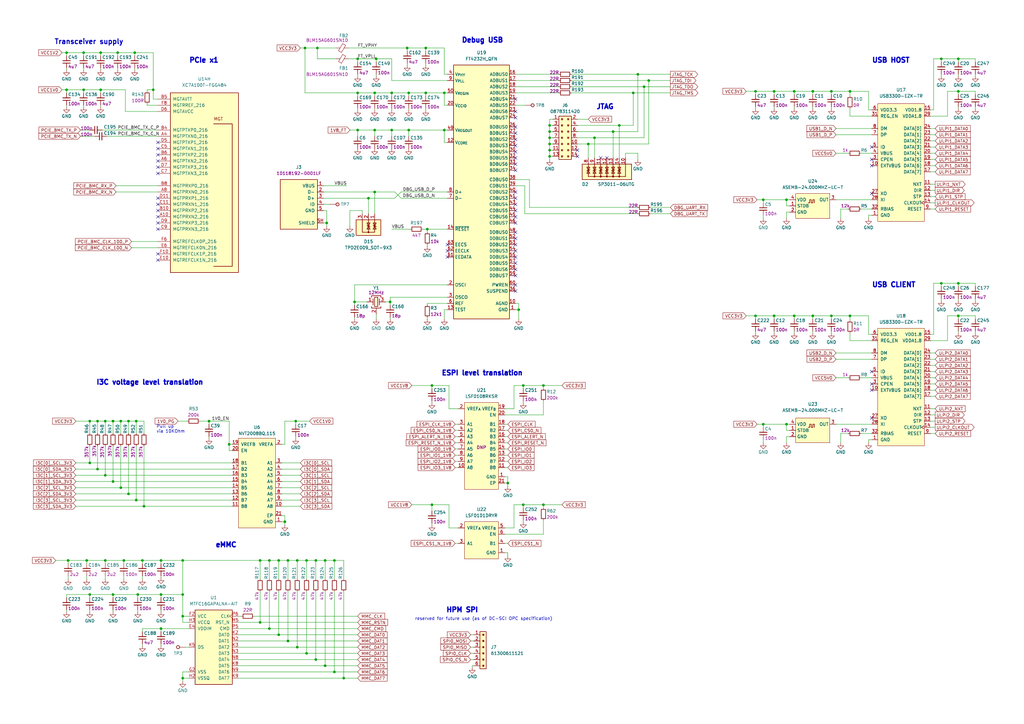
<source format=kicad_sch>
(kicad_sch (version 20211123) (generator eeschema)
  (paper "A3")
  (title_block (title "Artix - Datacenter Secure Control Module (DC-SCM)") (date "2023-06-06") (rev "1.1.0"))
  (lib_symbols
    (symbol "C_100n_0402_1" (pin_numbers hide) (pin_names hide)
      (property "Reference" "C" (at 20.32 -5.08 0))
      (property "Val" "100n" (at 20.32 -7.62 0))
      (symbol "C_100n_0402_1_1_1"
        (pin passive line (at 0 0 0) (length 2.032) (name "~") (number "1"))
        (pin passive line (at 5.08 0 180) (length 2.032) (name "~") (number "2"))
      )
    )
    (symbol "C_100n_0402_10" (pin_numbers hide) (pin_names hide)
      (property "Reference" "C" (at 20.32 -5.08 0))
      (property "Val" "100n" (at 20.32 -7.62 0))
      (symbol "C_100n_0402_10_1_1"
        (pin passive line (at 0 0 0) (length 2.032) (name "~") (number "1"))
        (pin passive line (at 5.08 0 180) (length 2.032) (name "~") (number "2"))
      )
    )
    (symbol "C_100n_0402_11" (pin_numbers hide) (pin_names hide)
      (property "Reference" "C" (at 20.32 -5.08 0))
      (property "Val" "100n" (at 20.32 -7.62 0))
      (symbol "C_100n_0402_11_1_1"
        (pin passive line (at 0 0 0) (length 2.032) (name "~") (number "1"))
        (pin passive line (at 5.08 0 180) (length 2.032) (name "~") (number "2"))
      )
    )
    (symbol "C_100n_0402_12" (pin_numbers hide) (pin_names hide)
      (property "Reference" "C" (at 20.32 -5.08 0))
      (property "Val" "100n" (at 20.32 -7.62 0))
      (symbol "C_100n_0402_12_1_1"
        (pin passive line (at 0 0 0) (length 2.032) (name "~") (number "1"))
        (pin passive line (at 5.08 0 180) (length 2.032) (name "~") (number "2"))
      )
    )
    (symbol "C_100n_0402_13" (pin_numbers hide) (pin_names hide)
      (property "Reference" "C" (at 20.32 -5.08 0))
      (property "Val" "100n" (at 20.32 -7.62 0))
      (symbol "C_100n_0402_13_1_1"
        (pin passive line (at 0 0 0) (length 2.032) (name "~") (number "1"))
        (pin passive line (at 5.08 0 180) (length 2.032) (name "~") (number "2"))
      )
    )
    (symbol "C_100n_0402_14" (pin_numbers hide) (pin_names hide)
      (property "Reference" "C" (at 20.32 -5.08 0))
      (property "Val" "100n" (at 20.32 -7.62 0))
      (symbol "C_100n_0402_14_1_1"
        (pin passive line (at 0 0 0) (length 2.032) (name "~") (number "1"))
        (pin passive line (at 5.08 0 180) (length 2.032) (name "~") (number "2"))
      )
    )
    (symbol "C_100n_0402_15" (pin_numbers hide) (pin_names hide)
      (property "Reference" "C" (at 20.32 -5.08 0))
      (property "Val" "100n" (at 20.32 -7.62 0))
      (symbol "C_100n_0402_15_1_1"
        (pin passive line (at 0 0 0) (length 2.032) (name "~") (number "1"))
        (pin passive line (at 5.08 0 180) (length 2.032) (name "~") (number "2"))
      )
    )
    (symbol "C_100n_0402_16" (pin_numbers hide) (pin_names hide)
      (property "Reference" "C" (at 20.32 -5.08 0))
      (property "Val" "100n" (at 20.32 -7.62 0))
      (symbol "C_100n_0402_16_1_1"
        (pin passive line (at 0 0 0) (length 2.032) (name "~") (number "1"))
        (pin passive line (at 5.08 0 180) (length 2.032) (name "~") (number "2"))
      )
    )
    (symbol "C_100n_0402_17" (pin_numbers hide) (pin_names hide)
      (property "Reference" "C" (at 20.32 -5.08 0))
      (property "Val" "100n" (at 20.32 -7.62 0))
      (symbol "C_100n_0402_17_1_1"
        (pin passive line (at 0 0 0) (length 2.032) (name "~") (number "1"))
        (pin passive line (at 5.08 0 180) (length 2.032) (name "~") (number "2"))
      )
    )
    (symbol "C_100n_0402_18" (pin_numbers hide) (pin_names hide)
      (property "Reference" "C" (at 20.32 -5.08 0))
      (property "Val" "100n" (at 20.32 -7.62 0))
      (symbol "C_100n_0402_18_1_1"
        (pin passive line (at 0 0 0) (length 2.032) (name "~") (number "1"))
        (pin passive line (at 5.08 0 180) (length 2.032) (name "~") (number "2"))
      )
    )
    (symbol "C_100n_0402_19" (pin_numbers hide) (pin_names hide)
      (property "Reference" "C" (at 20.32 -5.08 0))
      (property "Val" "100n" (at 20.32 -7.62 0))
      (symbol "C_100n_0402_19_1_1"
        (pin passive line (at 0 0 0) (length 2.032) (name "~") (number "1"))
        (pin passive line (at 5.08 0 180) (length 2.032) (name "~") (number "2"))
      )
    )
    (symbol "C_100n_0402_2" (pin_numbers hide) (pin_names hide)
      (property "Reference" "C" (at 20.32 -5.08 0))
      (property "Val" "100n" (at 20.32 -7.62 0))
      (symbol "C_100n_0402_2_1_1"
        (pin passive line (at 0 0 0) (length 2.032) (name "~") (number "1"))
        (pin passive line (at 5.08 0 180) (length 2.032) (name "~") (number "2"))
      )
    )
    (symbol "C_100n_0402_20" (pin_numbers hide) (pin_names hide)
      (property "Reference" "C" (at 20.32 -5.08 0))
      (property "Val" "100n" (at 20.32 -7.62 0))
      (symbol "C_100n_0402_20_1_1"
        (pin passive line (at 0 0 0) (length 2.032) (name "~") (number "1"))
        (pin passive line (at 5.08 0 180) (length 2.032) (name "~") (number "2"))
      )
    )
    (symbol "C_100n_0402_21" (pin_numbers hide) (pin_names hide)
      (property "Reference" "C" (at 20.32 -5.08 0))
      (property "Val" "100n" (at 20.32 -7.62 0))
      (symbol "C_100n_0402_21_1_1"
        (pin passive line (at 0 0 0) (length 2.032) (name "~") (number "1"))
        (pin passive line (at 5.08 0 180) (length 2.032) (name "~") (number "2"))
      )
    )
    (symbol "C_100n_0402_22" (pin_numbers hide) (pin_names hide)
      (property "Reference" "C" (at 20.32 -5.08 0))
      (property "Val" "100n" (at 20.32 -7.62 0))
      (symbol "C_100n_0402_22_1_1"
        (pin passive line (at 0 0 0) (length 2.032) (name "~") (number "1"))
        (pin passive line (at 5.08 0 180) (length 2.032) (name "~") (number "2"))
      )
    )
    (symbol "C_100n_0402_23" (pin_numbers hide) (pin_names hide)
      (property "Reference" "C" (at 20.32 -5.08 0))
      (property "Val" "100n" (at 20.32 -7.62 0))
      (symbol "C_100n_0402_23_1_1"
        (pin passive line (at 0 0 0) (length 2.032) (name "~") (number "1"))
        (pin passive line (at 5.08 0 180) (length 2.032) (name "~") (number "2"))
      )
    )
    (symbol "C_100n_0402_24" (pin_numbers hide) (pin_names hide)
      (property "Reference" "C" (at 20.32 -5.08 0))
      (property "Val" "100n" (at 20.32 -7.62 0))
      (symbol "C_100n_0402_24_1_1"
        (pin passive line (at 0 0 0) (length 2.032) (name "~") (number "1"))
        (pin passive line (at 5.08 0 180) (length 2.032) (name "~") (number "2"))
      )
    )
    (symbol "C_100n_0402_25" (pin_numbers hide) (pin_names hide)
      (property "Reference" "C" (at 20.32 -5.08 0))
      (property "Val" "100n" (at 20.32 -7.62 0))
      (symbol "C_100n_0402_25_1_1"
        (pin passive line (at 0 0 0) (length 2.032) (name "~") (number "1"))
        (pin passive line (at 5.08 0 180) (length 2.032) (name "~") (number "2"))
      )
    )
    (symbol "C_100n_0402_26" (pin_numbers hide) (pin_names hide)
      (property "Reference" "C" (at 20.32 -5.08 0))
      (property "Val" "100n" (at 20.32 -7.62 0))
      (symbol "C_100n_0402_26_1_1"
        (pin passive line (at 0 0 0) (length 2.032) (name "~") (number "1"))
        (pin passive line (at 5.08 0 180) (length 2.032) (name "~") (number "2"))
      )
    )
    (symbol "C_100n_0402_27" (pin_numbers hide) (pin_names hide)
      (property "Reference" "C" (at 20.32 -5.08 0))
      (property "Val" "100n" (at 20.32 -7.62 0))
      (symbol "C_100n_0402_27_1_1"
        (pin passive line (at 0 0 0) (length 2.032) (name "~") (number "1"))
        (pin passive line (at 5.08 0 180) (length 2.032) (name "~") (number "2"))
      )
    )
    (symbol "C_100n_0402_28" (pin_numbers hide) (pin_names hide)
      (property "Reference" "C" (at 20.32 -5.08 0))
      (property "Val" "100n" (at 20.32 -7.62 0))
      (symbol "C_100n_0402_28_1_1"
        (pin passive line (at 0 0 0) (length 2.032) (name "~") (number "1"))
        (pin passive line (at 5.08 0 180) (length 2.032) (name "~") (number "2"))
      )
    )
    (symbol "C_100n_0402_29" (pin_numbers hide) (pin_names hide)
      (property "Reference" "C" (at 20.32 -5.08 0))
      (property "Val" "100n" (at 20.32 -7.62 0))
      (symbol "C_100n_0402_29_1_1"
        (pin passive line (at 0 0 0) (length 2.032) (name "~") (number "1"))
        (pin passive line (at 5.08 0 180) (length 2.032) (name "~") (number "2"))
      )
    )
    (symbol "C_100n_0402_3" (pin_numbers hide) (pin_names hide)
      (property "Reference" "C" (at 20.32 -5.08 0))
      (property "Val" "100n" (at 20.32 -7.62 0))
      (symbol "C_100n_0402_3_1_1"
        (pin passive line (at 0 0 0) (length 2.032) (name "~") (number "1"))
        (pin passive line (at 5.08 0 180) (length 2.032) (name "~") (number "2"))
      )
    )
    (symbol "C_100n_0402_30" (pin_numbers hide) (pin_names hide)
      (property "Reference" "C" (at 20.32 -5.08 0))
      (property "Val" "100n" (at 20.32 -7.62 0))
      (symbol "C_100n_0402_30_1_1"
        (pin passive line (at 0 0 0) (length 2.032) (name "~") (number "1"))
        (pin passive line (at 5.08 0 180) (length 2.032) (name "~") (number "2"))
      )
    )
    (symbol "C_100n_0402_4" (pin_numbers hide) (pin_names hide)
      (property "Reference" "C" (at 20.32 -5.08 0))
      (property "Val" "100n" (at 20.32 -7.62 0))
      (symbol "C_100n_0402_4_1_1"
        (pin passive line (at 0 0 0) (length 2.032) (name "~") (number "1"))
        (pin passive line (at 5.08 0 180) (length 2.032) (name "~") (number "2"))
      )
    )
    (symbol "C_100n_0402_5" (pin_numbers hide) (pin_names hide)
      (property "Reference" "C" (at 20.32 -5.08 0))
      (property "Val" "100n" (at 20.32 -7.62 0))
      (symbol "C_100n_0402_5_1_1"
        (pin passive line (at 0 0 0) (length 2.032) (name "~") (number "1"))
        (pin passive line (at 5.08 0 180) (length 2.032) (name "~") (number "2"))
      )
    )
    (symbol "C_100n_0402_6" (pin_numbers hide) (pin_names hide)
      (property "Reference" "C" (at 20.32 -5.08 0))
      (property "Val" "100n" (at 20.32 -7.62 0))
      (symbol "C_100n_0402_6_1_1"
        (pin passive line (at 0 0 0) (length 2.032) (name "~") (number "1"))
        (pin passive line (at 5.08 0 180) (length 2.032) (name "~") (number "2"))
      )
    )
    (symbol "C_100n_0402_7" (pin_numbers hide) (pin_names hide)
      (property "Reference" "C" (at 20.32 -5.08 0))
      (property "Val" "100n" (at 20.32 -7.62 0))
      (symbol "C_100n_0402_7_1_1"
        (pin passive line (at 0 0 0) (length 2.032) (name "~") (number "1"))
        (pin passive line (at 5.08 0 180) (length 2.032) (name "~") (number "2"))
      )
    )
    (symbol "C_100n_0402_8" (pin_numbers hide) (pin_names hide)
      (property "Reference" "C" (at 20.32 -5.08 0))
      (property "Val" "100n" (at 20.32 -7.62 0))
      (symbol "C_100n_0402_8_1_1"
        (pin passive line (at 0 0 0) (length 2.032) (name "~") (number "1"))
        (pin passive line (at 5.08 0 180) (length 2.032) (name "~") (number "2"))
      )
    )
    (symbol "C_100n_0402_9" (pin_numbers hide) (pin_names hide)
      (property "Reference" "C" (at 20.32 -5.08 0))
      (property "Val" "100n" (at 20.32 -7.62 0))
      (symbol "C_100n_0402_9_1_1"
        (pin passive line (at 0 0 0) (length 2.032) (name "~") (number "1"))
        (pin passive line (at 5.08 0 180) (length 2.032) (name "~") (number "2"))
      )
    )
    (symbol "C_100n_6V3_0402_1" (pin_numbers hide) (pin_names hide)
      (property "Reference" "C" (at 20.32 -5.08 0))
      (property "Val" "100n" (at 20.32 -7.62 0))
      (symbol "C_100n_6V3_0402_1_1_1"
        (pin passive line (at 0 0 0) (length 2.032) (name "~") (number "1"))
        (pin passive line (at 5.08 0 180) (length 2.032) (name "~") (number "2"))
      )
    )
    (symbol "C_100n_6V3_0402_10" (pin_numbers hide) (pin_names hide)
      (property "Reference" "C" (at 20.32 -5.08 0))
      (property "Val" "100n" (at 20.32 -7.62 0))
      (symbol "C_100n_6V3_0402_10_1_1"
        (pin passive line (at 0 0 0) (length 2.032) (name "~") (number "1"))
        (pin passive line (at 5.08 0 180) (length 2.032) (name "~") (number "2"))
      )
    )
    (symbol "C_100n_6V3_0402_11" (pin_numbers hide) (pin_names hide)
      (property "Reference" "C" (at 20.32 -5.08 0))
      (property "Val" "100n" (at 20.32 -7.62 0))
      (symbol "C_100n_6V3_0402_11_1_1"
        (pin passive line (at 0 0 0) (length 2.032) (name "~") (number "1"))
        (pin passive line (at 5.08 0 180) (length 2.032) (name "~") (number "2"))
      )
    )
    (symbol "C_100n_6V3_0402_12" (pin_numbers hide) (pin_names hide)
      (property "Reference" "C" (at 20.32 -5.08 0))
      (property "Val" "100n" (at 20.32 -7.62 0))
      (symbol "C_100n_6V3_0402_12_1_1"
        (pin passive line (at 0 0 0) (length 2.032) (name "~") (number "1"))
        (pin passive line (at 5.08 0 180) (length 2.032) (name "~") (number "2"))
      )
    )
    (symbol "C_100n_6V3_0402_2" (pin_numbers hide) (pin_names hide)
      (property "Reference" "C" (at 20.32 -5.08 0))
      (property "Val" "100n" (at 20.32 -7.62 0))
      (symbol "C_100n_6V3_0402_2_1_1"
        (pin passive line (at 0 0 0) (length 2.032) (name "~") (number "1"))
        (pin passive line (at 5.08 0 180) (length 2.032) (name "~") (number "2"))
      )
    )
    (symbol "C_100n_6V3_0402_3" (pin_numbers hide) (pin_names hide)
      (property "Reference" "C" (at 20.32 -5.08 0))
      (property "Val" "100n" (at 20.32 -7.62 0))
      (symbol "C_100n_6V3_0402_3_1_1"
        (pin passive line (at 0 0 0) (length 2.032) (name "~") (number "1"))
        (pin passive line (at 5.08 0 180) (length 2.032) (name "~") (number "2"))
      )
    )
    (symbol "C_100n_6V3_0402_4" (pin_numbers hide) (pin_names hide)
      (property "Reference" "C" (at 20.32 -5.08 0))
      (property "Val" "100n" (at 20.32 -7.62 0))
      (symbol "C_100n_6V3_0402_4_1_1"
        (pin passive line (at 0 0 0) (length 2.032) (name "~") (number "1"))
        (pin passive line (at 5.08 0 180) (length 2.032) (name "~") (number "2"))
      )
    )
    (symbol "C_100n_6V3_0402_5" (pin_numbers hide) (pin_names hide)
      (property "Reference" "C" (at 20.32 -5.08 0))
      (property "Val" "100n" (at 20.32 -7.62 0))
      (symbol "C_100n_6V3_0402_5_1_1"
        (pin passive line (at 0 0 0) (length 2.032) (name "~") (number "1"))
        (pin passive line (at 5.08 0 180) (length 2.032) (name "~") (number "2"))
      )
    )
    (symbol "C_100n_6V3_0402_6" (pin_numbers hide) (pin_names hide)
      (property "Reference" "C" (at 20.32 -5.08 0))
      (property "Val" "100n" (at 20.32 -7.62 0))
      (symbol "C_100n_6V3_0402_6_1_1"
        (pin passive line (at 0 0 0) (length 2.032) (name "~") (number "1"))
        (pin passive line (at 5.08 0 180) (length 2.032) (name "~") (number "2"))
      )
    )
    (symbol "C_100n_6V3_0402_7" (pin_numbers hide) (pin_names hide)
      (property "Reference" "C" (at 20.32 -5.08 0))
      (property "Val" "100n" (at 20.32 -7.62 0))
      (symbol "C_100n_6V3_0402_7_1_1"
        (pin passive line (at 0 0 0) (length 2.032) (name "~") (number "1"))
        (pin passive line (at 5.08 0 180) (length 2.032) (name "~") (number "2"))
      )
    )
    (symbol "C_100n_6V3_0402_8" (pin_numbers hide) (pin_names hide)
      (property "Reference" "C" (at 20.32 -5.08 0))
      (property "Val" "100n" (at 20.32 -7.62 0))
      (symbol "C_100n_6V3_0402_8_1_1"
        (pin passive line (at 0 0 0) (length 2.032) (name "~") (number "1"))
        (pin passive line (at 5.08 0 180) (length 2.032) (name "~") (number "2"))
      )
    )
    (symbol "C_100n_6V3_0402_9" (pin_numbers hide) (pin_names hide)
      (property "Reference" "C" (at 20.32 -5.08 0))
      (property "Val" "100n" (at 20.32 -7.62 0))
      (symbol "C_100n_6V3_0402_9_1_1"
        (pin passive line (at 0 0 0) (length 2.032) (name "~") (number "1"))
        (pin passive line (at 5.08 0 180) (length 2.032) (name "~") (number "2"))
      )
    )
    (symbol "C_18p_0402_1" (pin_numbers hide) (pin_names hide)
      (property "Reference" "C" (at 20.32 -5.08 0))
      (property "Val" "18p" (at 20.32 -7.62 0))
      (symbol "C_18p_0402_1_1_1"
        (pin passive line (at 0 0 0) (length 2.032) (name "~") (number "1"))
        (pin passive line (at 5.08 0 180) (length 2.032) (name "~") (number "2"))
      )
    )
    (symbol "C_2u2_0402_1" (pin_numbers hide) (pin_names hide)
      (property "Reference" "C" (at 20.32 -5.08 0))
      (property "Val" "2u2" (at 20.32 -7.62 0))
      (symbol "C_2u2_0402_1_1_1"
        (pin passive line (at 0 0 0) (length 2.032) (name "~") (number "1"))
        (pin passive line (at 5.08 0 180) (length 2.032) (name "~") (number "2"))
      )
    )
    (symbol "C_2u2_0402_2" (pin_numbers hide) (pin_names hide)
      (property "Reference" "C" (at 20.32 -5.08 0))
      (property "Val" "2u2" (at 20.32 -7.62 0))
      (symbol "C_2u2_0402_2_1_1"
        (pin passive line (at 0 0 0) (length 2.032) (name "~") (number "1"))
        (pin passive line (at 5.08 0 180) (length 2.032) (name "~") (number "2"))
      )
    )
    (symbol "C_4u7_0402_1" (pin_numbers hide) (pin_names hide)
      (property "Reference" "C" (at 20.32 -5.08 0))
      (property "Val" "4u7" (at 20.32 -7.62 0))
      (symbol "C_4u7_0402_1_1_1"
        (pin passive line (at 0 0 0) (length 2.032) (name "~") (number "1"))
        (pin passive line (at 5.08 0 180) (length 2.032) (name "~") (number "2"))
      )
    )
    (symbol "C_4u7_0402_2" (pin_numbers hide) (pin_names hide)
      (property "Reference" "C" (at 20.32 -5.08 0))
      (property "Val" "4u7" (at 20.32 -7.62 0))
      (symbol "C_4u7_0402_2_1_1"
        (pin passive line (at 0 0 0) (length 2.032) (name "~") (number "1"))
        (pin passive line (at 5.08 0 180) (length 2.032) (name "~") (number "2"))
      )
    )
    (symbol "C_4u7_0402_3" (pin_numbers hide) (pin_names hide)
      (property "Reference" "C" (at 20.32 -5.08 0))
      (property "Val" "4u7" (at 20.32 -7.62 0))
      (symbol "C_4u7_0402_3_1_1"
        (pin passive line (at 0 0 0) (length 2.032) (name "~") (number "1"))
        (pin passive line (at 5.08 0 180) (length 2.032) (name "~") (number "2"))
      )
    )
    (symbol "C_4u7_0402_4" (pin_numbers hide) (pin_names hide)
      (property "Reference" "C" (at 20.32 -5.08 0))
      (property "Val" "4u7" (at 20.32 -7.62 0))
      (symbol "C_4u7_0402_4_1_1"
        (pin passive line (at 0 0 0) (length 2.032) (name "~") (number "1"))
        (pin passive line (at 5.08 0 180) (length 2.032) (name "~") (number "2"))
      )
    )
    (symbol "C_4u7_0402_5" (pin_numbers hide) (pin_names hide)
      (property "Reference" "C" (at 20.32 -5.08 0))
      (property "Val" "4u7" (at 20.32 -7.62 0))
      (symbol "C_4u7_0402_5_1_1"
        (pin passive line (at 0 0 0) (length 2.032) (name "~") (number "1"))
        (pin passive line (at 5.08 0 180) (length 2.032) (name "~") (number "2"))
      )
    )
    (symbol "C_4u7_0402_6" (pin_numbers hide) (pin_names hide)
      (property "Reference" "C" (at 20.32 -5.08 0))
      (property "Val" "4u7" (at 20.32 -7.62 0))
      (symbol "C_4u7_0402_6_1_1"
        (pin passive line (at 0 0 0) (length 2.032) (name "~") (number "1"))
        (pin passive line (at 5.08 0 180) (length 2.032) (name "~") (number "2"))
      )
    )
    (symbol "C_4u7_0402_7" (pin_numbers hide) (pin_names hide)
      (property "Reference" "C" (at 20.32 -5.08 0))
      (property "Val" "4u7" (at 20.32 -7.62 0))
      (symbol "C_4u7_0402_7_1_1"
        (pin passive line (at 0 0 0) (length 2.032) (name "~") (number "1"))
        (pin passive line (at 5.08 0 180) (length 2.032) (name "~") (number "2"))
      )
    )
    (symbol "C_4u7_0402_8" (pin_numbers hide) (pin_names hide)
      (property "Reference" "C" (at 20.32 -5.08 0))
      (property "Val" "4u7" (at 20.32 -7.62 0))
      (symbol "C_4u7_0402_8_1_1"
        (pin passive line (at 0 0 0) (length 2.032) (name "~") (number "1"))
        (pin passive line (at 5.08 0 180) (length 2.032) (name "~") (number "2"))
      )
    )
    (symbol "C_4u7_0603_11" (pin_numbers hide) (pin_names hide)
      (property "Reference" "C" (at 20.32 -5.08 0))
      (property "Val" "4u7" (at 20.32 -7.62 0))
      (symbol "C_4u7_0603_11_1_1"
        (pin passive line (at 0 0 0) (length 2.032) (name "~") (number "1"))
        (pin passive line (at 5.08 0 180) (length 2.032) (name "~") (number "2"))
      )
    )
    (symbol "C_4u7_0603_12" (pin_numbers hide) (pin_names hide)
      (property "Reference" "C" (at 20.32 -5.08 0))
      (property "Val" "4u7" (at 20.32 -7.62 0))
      (symbol "C_4u7_0603_12_1_1"
        (pin passive line (at 0 0 0) (length 2.032) (name "~") (number "1"))
        (pin passive line (at 5.08 0 180) (length 2.032) (name "~") (number "2"))
      )
    )
    (symbol "C_4u7_0603_6" (pin_numbers hide) (pin_names hide)
      (property "Reference" "C" (at 20.32 -5.08 0))
      (property "Val" "4u7" (at 20.32 -7.62 0))
      (symbol "C_4u7_0603_6_1_1"
        (pin passive line (at 0 0 0) (length 2.032) (name "~") (number "1"))
        (pin passive line (at 5.08 0 180) (length 2.032) (name "~") (number "2"))
      )
    )
    (symbol "FB_600Z_0.3A_0402_1" (pin_numbers hide) (pin_names hide)
      (property "Reference" "FB" (at 13.97 0 0))
      (property "Value" "FB_600Z_0.3A_0402_1" (at 13.97 -2.54 0))
      (symbol "FB_600Z_0.3A_0402_1_1_1"
        (pin passive line (at 0 0 0) (length 1.27) (name "~") (number "1"))
        (pin passive line (at 5.08 0 180) (length 1.27) (name "~") (number "2"))
      )
    )
    (symbol "Oscillator_SMD_24MHz_ASEMB_1"
      (property "Reference" "Y" (at 31.75 -3.81 0))
      (property "Val" "24MHz" (at 31.75 -24.13 0))
      (symbol "Oscillator_SMD_24MHz_ASEMB_1_1_1"
        (pin input line (at 0 -2.54 0) (length 2.54) (name "STDB") (number "1"))
        (pin power_in line (at 0 -5.08 0) (length 2.54) (name "GND") (number "2"))
        (pin output line (at 19.05 0 180) (length 2.54) (name "OUT") (number "3"))
        (pin power_in line (at 0 0 0) (length 2.54) (name "VDD") (number "4"))
      )
    )
    (symbol "R_0R_0402_1" (pin_numbers hide) (pin_names hide)
      (property "Reference" "R" (at 20.32 -5.08 0))
      (property "Val" "0R" (at 20.32 -7.62 0))
      (property "Current" "1A" (at 20.32 -30.48 0))
      (symbol "R_0R_0402_1_1_1"
        (pin passive line (at 0 0 0) (length 0.635) (name "~") (number "1"))
        (pin passive line (at 5.08 0 180) (length 0.635) (name "~") (number "2"))
      )
    )
    (symbol "R_12k_0402_1" (pin_numbers hide) (pin_names hide)
      (property "Reference" "R" (at 20.32 -5.08 0))
      (property "Val" "12k" (at 20.32 -7.62 0))
      (symbol "R_12k_0402_1_1_1"
        (pin passive line (at 0 0 0) (length 0.635) (name "~") (number "1"))
        (pin passive line (at 5.08 0 180) (length 0.635) (name "~") (number "2"))
      )
    )
    (symbol "R_1k_0402_1" (pin_numbers hide) (pin_names hide)
      (property "Reference" "R" (at 20.32 -5.08 0))
      (property "Val" "1k" (at 20.32 -7.62 0))
      (symbol "R_1k_0402_1_1_1"
        (pin passive line (at 0 0 0) (length 0.635) (name "~") (number "1"))
        (pin passive line (at 5.08 0 180) (length 0.635) (name "~") (number "2"))
      )
    )
    (symbol "R_22R_0402_1" (pin_numbers hide) (pin_names hide)
      (property "Reference" "R" (at 20.32 -5.08 0))
      (property "Val" "22R" (at 20.32 -7.62 0))
      (symbol "R_22R_0402_1_1_1"
        (pin passive line (at 0 0 0) (length 0.635) (name "~") (number "1"))
        (pin passive line (at 5.08 0 180) (length 0.635) (name "~") (number "2"))
      )
    )
    (symbol "R_22R_0402_2" (pin_numbers hide) (pin_names hide)
      (property "Reference" "R" (at 20.32 -5.08 0))
      (property "Val" "22R" (at 20.32 -7.62 0))
      (symbol "R_22R_0402_2_1_1"
        (pin passive line (at 0 0 0) (length 0.635) (name "~") (number "1"))
        (pin passive line (at 5.08 0 180) (length 0.635) (name "~") (number "2"))
      )
    )
    (symbol "R_22R_0402_3" (pin_numbers hide) (pin_names hide)
      (property "Reference" "R" (at 20.32 -5.08 0))
      (property "Val" "22R" (at 20.32 -7.62 0))
      (symbol "R_22R_0402_3_1_1"
        (pin passive line (at 0 0 0) (length 0.635) (name "~") (number "1"))
        (pin passive line (at 5.08 0 180) (length 0.635) (name "~") (number "2"))
      )
    )
    (symbol "R_22R_0402_4" (pin_numbers hide) (pin_names hide)
      (property "Reference" "R" (at 20.32 -5.08 0))
      (property "Val" "22R" (at 20.32 -7.62 0))
      (symbol "R_22R_0402_4_1_1"
        (pin passive line (at 0 0 0) (length 0.635) (name "~") (number "1"))
        (pin passive line (at 5.08 0 180) (length 0.635) (name "~") (number "2"))
      )
    )
    (symbol "R_22R_0402_5" (pin_numbers hide) (pin_names hide)
      (property "Reference" "R" (at 20.32 -5.08 0))
      (property "Val" "22R" (at 20.32 -7.62 0))
      (symbol "R_22R_0402_5_1_1"
        (pin passive line (at 0 0 0) (length 0.635) (name "~") (number "1"))
        (pin passive line (at 5.08 0 180) (length 0.635) (name "~") (number "2"))
      )
    )
    (symbol "R_22R_0402_6" (pin_numbers hide) (pin_names hide)
      (property "Reference" "R" (at 20.32 -5.08 0))
      (property "Val" "22R" (at 20.32 -7.62 0))
      (symbol "R_22R_0402_6_1_1"
        (pin passive line (at 0 0 0) (length 0.635) (name "~") (number "1"))
        (pin passive line (at 5.08 0 180) (length 0.635) (name "~") (number "2"))
      )
    )
    (symbol "R_47k_0402_1" (pin_numbers hide) (pin_names hide)
      (property "Reference" "R" (at 20.32 -5.08 0))
      (property "Val" "47k" (at 20.32 -7.62 0))
      (symbol "R_47k_0402_1_1_1"
        (pin passive line (at 0 0 0) (length 0.635) (name "~") (number "1"))
        (pin passive line (at 5.08 0 180) (length 0.635) (name "~") (number "2"))
      )
    )
    (symbol "R_47k_0402_2" (pin_numbers hide) (pin_names hide)
      (property "Reference" "R" (at 20.32 -5.08 0))
      (property "Val" "47k" (at 20.32 -7.62 0))
      (symbol "R_47k_0402_2_1_1"
        (pin passive line (at 0 0 0) (length 0.635) (name "~") (number "1"))
        (pin passive line (at 5.08 0 180) (length 0.635) (name "~") (number "2"))
      )
    )
    (symbol "R_47k_0402_3" (pin_numbers hide) (pin_names hide)
      (property "Reference" "R" (at 20.32 -5.08 0))
      (property "Val" "47k" (at 20.32 -7.62 0))
      (symbol "R_47k_0402_3_1_1"
        (pin passive line (at 0 0 0) (length 0.635) (name "~") (number "1"))
        (pin passive line (at 5.08 0 180) (length 0.635) (name "~") (number "2"))
      )
    )
    (symbol "R_47k_0402_4" (pin_numbers hide) (pin_names hide)
      (property "Reference" "R" (at 20.32 -5.08 0))
      (property "Val" "47k" (at 20.32 -7.62 0))
      (symbol "R_47k_0402_4_1_1"
        (pin passive line (at 0 0 0) (length 0.635) (name "~") (number "1"))
        (pin passive line (at 5.08 0 180) (length 0.635) (name "~") (number "2"))
      )
    )
    (symbol "R_47k_0402_5" (pin_numbers hide) (pin_names hide)
      (property "Reference" "R" (at 20.32 -5.08 0))
      (property "Val" "47k" (at 20.32 -7.62 0))
      (symbol "R_47k_0402_5_1_1"
        (pin passive line (at 0 0 0) (length 0.635) (name "~") (number "1"))
        (pin passive line (at 5.08 0 180) (length 0.635) (name "~") (number "2"))
      )
    )
    (symbol "R_47k_0402_6" (pin_numbers hide) (pin_names hide)
      (property "Reference" "R" (at 20.32 -5.08 0))
      (property "Val" "47k" (at 20.32 -7.62 0))
      (symbol "R_47k_0402_6_1_1"
        (pin passive line (at 0 0 0) (length 0.635) (name "~") (number "1"))
        (pin passive line (at 5.08 0 180) (length 0.635) (name "~") (number "2"))
      )
    )
    (symbol "R_47k_0402_7" (pin_numbers hide) (pin_names hide)
      (property "Reference" "R" (at 20.32 -5.08 0))
      (property "Val" "47k" (at 20.32 -7.62 0))
      (symbol "R_47k_0402_7_1_1"
        (pin passive line (at 0 0 0) (length 0.635) (name "~") (number "1"))
        (pin passive line (at 5.08 0 180) (length 0.635) (name "~") (number "2"))
      )
    )
    (symbol "R_47k_0402_8" (pin_numbers hide) (pin_names hide)
      (property "Reference" "R" (at 20.32 -5.08 0))
      (property "Val" "47k" (at 20.32 -7.62 0))
      (symbol "R_47k_0402_8_1_1"
        (pin passive line (at 0 0 0) (length 0.635) (name "~") (number "1"))
        (pin passive line (at 5.08 0 180) (length 0.635) (name "~") (number "2"))
      )
    )
    (symbol "R_47k_0402_9" (pin_numbers hide) (pin_names hide)
      (property "Reference" "R" (at 20.32 -5.08 0))
      (property "Val" "47k" (at 20.32 -7.62 0))
      (symbol "R_47k_0402_9_1_1"
        (pin passive line (at 0 0 0) (length 0.635) (name "~") (number "1"))
        (pin passive line (at 5.08 0 180) (length 0.635) (name "~") (number "2"))
      )
    )
    (symbol "TP_1mm_SMD_1" (pin_numbers hide) (pin_names hide)
      (property "Reference" "TP" (at 15.24 -5.08 0))
      (property "Value" "TP_1mm_SMD_1" (at 15.24 -7.62 0))
      (symbol "TP_1mm_SMD_1_1_1"
        (pin passive line (at 0 0 0) (length 2.54) (name "1") (number "1"))
      )
    )
    (symbol "TP_1mm_SMD_2" (pin_numbers hide) (pin_names hide)
      (property "Reference" "TP" (at 15.24 -5.08 0))
      (property "Value" "TP_1mm_SMD_2" (at 15.24 -7.62 0))
      (symbol "TP_1mm_SMD_2_1_1"
        (pin passive line (at 0 0 0) (length 2.54) (name "1") (number "1"))
      )
    )
    (symbol "USB3300-EZK-TR_1" (pin_names (offset 1.016))
      (property "Reference" "U" (at 38.1 -2.54 0))
      (property "Value" "USB3300-EZK-TR_1" (at 38.1 -5.08 0))
      (symbol "USB3300-EZK-TR_1_0_0"
        (pin power_in line (at 0 -43.18 0) (length 2.54) (name "GND") (number "1"))
        (pin input line (at 0 -22.86 0) (length 2.54) (name "EXTVBUS") (number "10"))
        (pin output line (at 24.13 -30.48 180) (length 2.54) (name "NXT") (number "11"))
        (pin output line (at 24.13 -33.02 180) (length 2.54) (name "DIR") (number "12"))
        (pin input line (at 24.13 -35.56 180) (length 2.54) (name "STP") (number "13"))
        (pin output clock (at 24.13 -38.1 180) (length 2.54) (name "CLKOUT") (number "14"))
        (pin power_in line (at 24.13 0 180) (length 2.54) (name "VDD1.8") (number "15"))
        (pin passive line (at 0 0 0) (length 2.54) hide (name "VDD3.3") (number "16"))
        (pin bidirectional line (at 24.13 -25.4 180) (length 2.54) (name "DATA[7]") (number "17"))
        (pin bidirectional line (at 24.13 -22.86 180) (length 2.54) (name "DATA[6]") (number "18"))
        (pin bidirectional line (at 24.13 -20.32 180) (length 2.54) (name "DATA[5]") (number "19"))
        (pin passive line (at 0 -43.18 0) (length 2.54) hide (name "GND") (number "2"))
        (pin bidirectional line (at 24.13 -17.78 180) (length 2.54) (name "DATA[4]") (number "20"))
        (pin bidirectional line (at 24.13 -15.24 180) (length 2.54) (name "DATA[3]") (number "21"))
        (pin bidirectional line (at 24.13 -12.7 180) (length 2.54) (name "DATA[2]") (number "22"))
        (pin bidirectional line (at 24.13 -10.16 180) (length 2.54) (name "DATA[1]") (number "23"))
        (pin bidirectional line (at 24.13 -7.62 180) (length 2.54) (name "DATA[0]") (number "24"))
        (pin passive line (at 0 0 0) (length 2.54) hide (name "VDD3.3") (number "25"))
        (pin passive line (at 24.13 0 180) (length 2.54) hide (name "VDD1.8") (number "26"))
        (pin output line (at 0 -34.29 0) (length 2.54) (name "XO") (number "27"))
        (pin input line (at 0 -36.83 0) (length 2.54) (name "XI") (number "28"))
        (pin power_in line (at 24.13 -2.54 180) (length 2.54) (name "VDDA1.8") (number "29"))
        (pin output line (at 0 -20.32 0) (length 2.54) (name "CPEN") (number "3"))
        (pin passive line (at 0 0 0) (length 2.54) hide (name "VDD3.3") (number "30"))
        (pin bidirectional line (at 0 -2.54 0) (length 2.54) (name "REG_EN") (number "31"))
        (pin bidirectional line (at 0 -40.64 0) (length 2.54) (name "RBIAS") (number "32"))
        (pin passive line (at 0 -43.18 0) (length 2.54) hide (name "EP") (number "33"))
        (pin bidirectional line (at 0 -17.78 0) (length 2.54) (name "VBUS") (number "4"))
        (pin input line (at 0 -15.24 0) (length 2.54) (name "ID") (number "5"))
        (pin power_in line (at 0 0 0) (length 2.54) (name "VDD3.3") (number "6"))
        (pin bidirectional line (at 0 -10.16 0) (length 2.54) (name "DP") (number "7"))
        (pin bidirectional line (at 0 -7.62 0) (length 2.54) (name "DM") (number "8"))
        (pin input line (at 24.13 -40.64 180) (length 2.54) (name "RESET") (number "9"))
      )
    )
    (symbol "antmicroCapacitors0402:C_100n_0402" (pin_numbers hide) (pin_names hide)
      (property "Reference" "C" (at 20.32 -5.08 0))
      (property "Val" "100n" (at 20.32 -7.62 0))
      (symbol "C_100n_0402_1_1"
        (pin passive line (at 0 0 0) (length 2.032) (name "~") (number "1"))
        (pin passive line (at 5.08 0 180) (length 2.032) (name "~") (number "2"))
      )
    )
    (symbol "antmicroCapacitors0402:C_18p_0402" (pin_numbers hide) (pin_names hide)
      (property "Reference" "C" (at 20.32 -5.08 0))
      (property "Val" "18p" (at 20.32 -7.62 0))
      (symbol "C_18p_0402_1_1"
        (pin passive line (at 0 0 0) (length 2.032) (name "~") (number "1"))
        (pin passive line (at 5.08 0 180) (length 2.032) (name "~") (number "2"))
      )
    )
    (symbol "antmicroCapacitors0402:C_2u2_0402" (pin_numbers hide) (pin_names hide)
      (property "Reference" "C" (at 20.32 -5.08 0))
      (property "Val" "2u2" (at 20.32 -7.62 0))
      (symbol "C_2u2_0402_1_1"
        (pin passive line (at 0 0 0) (length 2.032) (name "~") (number "1"))
        (pin passive line (at 5.08 0 180) (length 2.032) (name "~") (number "2"))
      )
    )
    (symbol "antmicroCapacitors0402:C_4u7_0402" (pin_numbers hide) (pin_names hide)
      (property "Reference" "C" (at 20.32 -5.08 0))
      (property "Val" "4u7" (at 20.32 -7.62 0))
      (symbol "C_4u7_0402_1_1"
        (pin passive line (at 0 0 0) (length 2.032) (name "~") (number "1"))
        (pin passive line (at 5.08 0 180) (length 2.032) (name "~") (number "2"))
      )
    )
    (symbol "antmicroCapacitorsmisc:C_100n_6V3_0402" (pin_numbers hide) (pin_names hide)
      (property "Reference" "C" (at 20.32 -5.08 0))
      (property "Val" "100n" (at 20.32 -7.62 0))
      (symbol "C_100n_6V3_0402_1_1"
        (pin passive line (at 0 0 0) (length 2.032) (name "~") (number "1"))
        (pin passive line (at 5.08 0 180) (length 2.032) (name "~") (number "2"))
      )
    )
    (symbol "antmicroCrystals:Oscillator_SMD_12MHz_KX-7" (pin_names hide)
      (property "Reference" "Y" (at 25.4 -5.08 0))
      (property "Value" "Oscillator_SMD_12MHz_KX-7" (at 25.4 -7.62 0))
      (symbol "Oscillator_SMD_12MHz_KX-7_1_1"
        (pin passive line (at 0 0 0) (length 2.54) (name "~") (number "1"))
        (pin passive line (at 3.81 -5.08 90) (length 2.54) (name "SH") (number "2"))
        (pin passive line (at 7.62 0 180) (length 2.54) (name "~") (number "3"))
        (pin passive line (at 3.81 -5.08 90) (length 2.54) hide (name "SH") (number "4"))
      )
    )
    (symbol "antmicroFerriteBeadsandChips:FB_600Z_0.3A_0402" (pin_numbers hide) (pin_names hide)
      (property "Reference" "FB" (at 13.97 0 0))
      (property "Value" "FB_600Z_0.3A_0402" (at 13.97 -2.54 0))
      (symbol "FB_600Z_0.3A_0402_1_1"
        (pin passive line (at 0 0 0) (length 1.27) (name "~") (number "1"))
        (pin passive line (at 5.08 0 180) (length 1.27) (name "~") (number "2"))
      )
    )
    (symbol "antmicroInterfaceControllers:FT4232H_QFN"
      (property "Reference" "U" (at 45.72 -2.54 0))
      (property "Value" "FT4232H_QFN" (at 45.72 -5.08 0))
      (symbol "FT4232H_QFN_1_1"
        (pin power_in line (at 27.94 -96.52 180) (length 2.54) (name "GND") (number "1"))
        (pin power_in line (at 27.94 -93.98 180) (length 2.54) (name "AGND") (number "10"))
        (pin passive line (at 27.94 -96.52 180) (length 2.54) hide (name "GND") (number "11"))
        (pin power_in line (at 0 -27.94 0) (length 2.54) (name "V_{CORE}") (number "12"))
        (pin input line (at 0 -96.52 0) (length 2.54) (name "TEST") (number "13"))
        (pin input line (at 0 -63.5 0) (length 2.54) (name "~{RESET}") (number "14"))
        (pin passive line (at 27.94 -96.52 180) (length 2.54) hide (name "GND") (number "15"))
        (pin bidirectional line (at 27.94 0 180) (length 2.54) (name "ADBUS0") (number "16"))
        (pin bidirectional line (at 27.94 -2.54 180) (length 2.54) (name "ADBUS1") (number "17"))
        (pin bidirectional line (at 27.94 -5.08 180) (length 2.54) (name "ADBUS2") (number "18"))
        (pin bidirectional line (at 27.94 -7.62 180) (length 2.54) (name "ADBUS3") (number "19"))
        (pin input line (at 0 -86.36 0) (length 2.54) (name "OSCI") (number "2"))
        (pin power_in line (at 0 -12.7 0) (length 2.54) (name "V_{CCIO}") (number "20"))
        (pin bidirectional line (at 27.94 -10.16 180) (length 2.54) (name "ADBUS4") (number "21"))
        (pin bidirectional line (at 27.94 -12.7 180) (length 2.54) (name "ADBUS5") (number "22"))
        (pin bidirectional line (at 27.94 -15.24 180) (length 2.54) (name "ADBUS6") (number "23"))
        (pin bidirectional line (at 27.94 -17.78 180) (length 2.54) (name "ADBUS7") (number "24"))
        (pin passive line (at 27.94 -96.52 180) (length 2.54) hide (name "GND") (number "25"))
        (pin bidirectional line (at 27.94 -21.59 180) (length 2.54) (name "BDBUS0") (number "26"))
        (pin bidirectional line (at 27.94 -24.13 180) (length 2.54) (name "BDBUS1") (number "27"))
        (pin bidirectional line (at 27.94 -26.67 180) (length 2.54) (name "BDBUS2") (number "28"))
        (pin bidirectional line (at 27.94 -29.21 180) (length 2.54) (name "BDBUS3") (number "29"))
        (pin output line (at 0 -91.44 0) (length 2.54) (name "OSCO") (number "3"))
        (pin bidirectional line (at 27.94 -31.75 180) (length 2.54) (name "BDBUS4") (number "30"))
        (pin passive line (at 0 -12.7 0) (length 2.54) hide (name "V_{CCIO}") (number "31"))
        (pin bidirectional line (at 27.94 -34.29 180) (length 2.54) (name "BDBUS5") (number "32"))
        (pin bidirectional line (at 27.94 -36.83 180) (length 2.54) (name "BDBUS6") (number "33"))
        (pin bidirectional line (at 27.94 -39.37 180) (length 2.54) (name "BDBUS7") (number "34"))
        (pin passive line (at 27.94 -96.52 180) (length 2.54) hide (name "GND") (number "35"))
        (pin output line (at 27.94 -88.9 180) (length 2.54) (name "SUSPEND") (number "36"))
        (pin passive line (at 0 -27.94 0) (length 2.54) hide (name "V_{CORE}") (number "37"))
        (pin bidirectional line (at 27.94 -43.18 180) (length 2.54) (name "CDBUS0") (number "38"))
        (pin bidirectional line (at 27.94 -45.72 180) (length 2.54) (name "CDBUS1") (number "39"))
        (pin power_in line (at 0 0 0) (length 2.54) (name "V_{PHY}") (number "4"))
        (pin bidirectional line (at 27.94 -48.26 180) (length 2.54) (name "CDBUS2") (number "40"))
        (pin bidirectional line (at 27.94 -50.8 180) (length 2.54) (name "CDBUS3") (number "41"))
        (pin passive line (at 0 -12.7 0) (length 2.54) hide (name "V_{CCIO}") (number "42"))
        (pin bidirectional line (at 27.94 -53.34 180) (length 2.54) (name "CDBUS4") (number "43"))
        (pin bidirectional line (at 27.94 -55.88 180) (length 2.54) (name "CDBUS5") (number "44"))
        (pin bidirectional line (at 27.94 -58.42 180) (length 2.54) (name "CDBUS6") (number "45"))
        (pin bidirectional line (at 27.94 -60.96 180) (length 2.54) (name "CDBUS7") (number "46"))
        (pin passive line (at 27.94 -96.52 180) (length 2.54) hide (name "GND") (number "47"))
        (pin bidirectional line (at 27.94 -64.77 180) (length 2.54) (name "DDBUS0") (number "48"))
        (pin power_out line (at 0 -22.86 0) (length 2.54) (name "V_{REGOUT}") (number "49"))
        (pin passive line (at 27.94 -96.52 180) (length 2.54) hide (name "GND") (number "5"))
        (pin power_in line (at 0 -7.62 0) (length 2.54) (name "V_{REGIN}") (number "50"))
        (pin passive line (at 27.94 -96.52 180) (length 2.54) hide (name "GND") (number "51"))
        (pin bidirectional line (at 27.94 -67.31 180) (length 2.54) (name "DDBUS1") (number "52"))
        (pin bidirectional line (at 27.94 -69.85 180) (length 2.54) (name "DDBUS2") (number "53"))
        (pin bidirectional line (at 27.94 -72.39 180) (length 2.54) (name "DDBUS3") (number "54"))
        (pin bidirectional line (at 27.94 -74.93 180) (length 2.54) (name "DDBUS4") (number "55"))
        (pin passive line (at 0 -12.7 0) (length 2.54) hide (name "V_{CCIO}") (number "56"))
        (pin bidirectional line (at 27.94 -77.47 180) (length 2.54) (name "DDBUS5") (number "57"))
        (pin bidirectional line (at 27.94 -80.01 180) (length 2.54) (name "DDBUS6") (number "58"))
        (pin bidirectional line (at 27.94 -82.55 180) (length 2.54) (name "DDBUS7") (number "59"))
        (pin input line (at 0 -93.98 0) (length 2.54) (name "REF") (number "6"))
        (pin output line (at 27.94 -86.36 180) (length 2.54) (name "PWREN") (number "60"))
        (pin bidirectional line (at 0 -74.93 0) (length 2.54) (name "EEDATA") (number "61"))
        (pin output line (at 0 -72.39 0) (length 2.54) (name "EECLK") (number "62"))
        (pin bidirectional line (at 0 -69.85 0) (length 2.54) (name "EECS") (number "63"))
        (pin passive line (at 0 -27.94 0) (length 2.54) hide (name "V_{CORE}") (number "64"))
        (pin passive line (at 27.94 -96.52 180) (length 2.54) hide (name "GND") (number "65"))
        (pin bidirectional line (at 0 -50.8 0) (length 2.54) (name "D-") (number "7"))
        (pin bidirectional line (at 0 -48.26 0) (length 2.54) (name "D+") (number "8"))
        (pin power_in line (at 0 -2.54 0) (length 2.54) (name "V_{PLL}") (number "9"))
      )
    )
    (symbol "antmicroInterfaceControllers:USB3300-EZK-TR" (pin_names (offset 1.016))
      (property "Reference" "U" (at 38.1 -2.54 0))
      (property "Value" "USB3300-EZK-TR" (at 38.1 -5.08 0))
      (symbol "USB3300-EZK-TR_0_0"
        (pin power_in line (at 0 -43.18 0) (length 2.54) (name "GND") (number "1"))
        (pin input line (at 0 -22.86 0) (length 2.54) (name "EXTVBUS") (number "10"))
        (pin output line (at 24.13 -30.48 180) (length 2.54) (name "NXT") (number "11"))
        (pin output line (at 24.13 -33.02 180) (length 2.54) (name "DIR") (number "12"))
        (pin input line (at 24.13 -35.56 180) (length 2.54) (name "STP") (number "13"))
        (pin output clock (at 24.13 -38.1 180) (length 2.54) (name "CLKOUT") (number "14"))
        (pin power_in line (at 24.13 0 180) (length 2.54) (name "VDD1.8") (number "15"))
        (pin passive line (at 0 0 0) (length 2.54) hide (name "VDD3.3") (number "16"))
        (pin bidirectional line (at 24.13 -25.4 180) (length 2.54) (name "DATA[7]") (number "17"))
        (pin bidirectional line (at 24.13 -22.86 180) (length 2.54) (name "DATA[6]") (number "18"))
        (pin bidirectional line (at 24.13 -20.32 180) (length 2.54) (name "DATA[5]") (number "19"))
        (pin passive line (at 0 -43.18 0) (length 2.54) hide (name "GND") (number "2"))
        (pin bidirectional line (at 24.13 -17.78 180) (length 2.54) (name "DATA[4]") (number "20"))
        (pin bidirectional line (at 24.13 -15.24 180) (length 2.54) (name "DATA[3]") (number "21"))
        (pin bidirectional line (at 24.13 -12.7 180) (length 2.54) (name "DATA[2]") (number "22"))
        (pin bidirectional line (at 24.13 -10.16 180) (length 2.54) (name "DATA[1]") (number "23"))
        (pin bidirectional line (at 24.13 -7.62 180) (length 2.54) (name "DATA[0]") (number "24"))
        (pin passive line (at 0 0 0) (length 2.54) hide (name "VDD3.3") (number "25"))
        (pin passive line (at 24.13 0 180) (length 2.54) hide (name "VDD1.8") (number "26"))
        (pin output line (at 0 -34.29 0) (length 2.54) (name "XO") (number "27"))
        (pin input line (at 0 -36.83 0) (length 2.54) (name "XI") (number "28"))
        (pin power_in line (at 24.13 -2.54 180) (length 2.54) (name "VDDA1.8") (number "29"))
        (pin output line (at 0 -20.32 0) (length 2.54) (name "CPEN") (number "3"))
        (pin passive line (at 0 0 0) (length 2.54) hide (name "VDD3.3") (number "30"))
        (pin bidirectional line (at 0 -2.54 0) (length 2.54) (name "REG_EN") (number "31"))
        (pin bidirectional line (at 0 -40.64 0) (length 2.54) (name "RBIAS") (number "32"))
        (pin passive line (at 0 -43.18 0) (length 2.54) hide (name "EP") (number "33"))
        (pin bidirectional line (at 0 -17.78 0) (length 2.54) (name "VBUS") (number "4"))
        (pin input line (at 0 -15.24 0) (length 2.54) (name "ID") (number "5"))
        (pin power_in line (at 0 0 0) (length 2.54) (name "VDD3.3") (number "6"))
        (pin bidirectional line (at 0 -10.16 0) (length 2.54) (name "DP") (number "7"))
        (pin bidirectional line (at 0 -7.62 0) (length 2.54) (name "DM") (number "8"))
        (pin input line (at 24.13 -40.64 180) (length 2.54) (name "RESET") (number "9"))
      )
    )
    (symbol "antmicroLogicTranslatorsLevelShifters:LSF0101DRYR" (pin_names (offset 1.016))
      (property "Reference" "U" (at 33.02 -2.54 0))
      (property "Value" "LSF0101DRYR" (at 33.02 -5.08 0))
      (symbol "LSF0101DRYR_0_0"
        (pin power_in line (at 19.05 -10.16 180) (length 2.54) (name "GND") (number "1"))
        (pin input line (at 0 0 0) (length 2.54) (name "VREF_{A}") (number "2"))
        (pin bidirectional line (at 0 -6.35 0) (length 2.54) (name "A1") (number "3"))
        (pin bidirectional line (at 19.05 -6.35 180) (length 2.54) (name "B1") (number "4"))
        (pin input line (at 19.05 0 180) (length 2.54) (name "VREF_{B}") (number "5"))
        (pin input line (at 19.05 -2.54 180) (length 2.54) (name "EN") (number "6"))
      )
    )
    (symbol "antmicroLogicTranslatorsLevelShifters:LSF0108RKSR" (pin_names (offset 1.016))
      (property "Reference" "U" (at 33.02 -2.54 0))
      (property "Value" "LSF0108RKSR" (at 33.02 -5.08 0))
      (symbol "LSF0108RKSR_0_0"
        (pin power_in line (at 19.05 -27.94 180) (length 2.54) (name "GND") (number "1"))
        (pin bidirectional line (at 0 -24.13 0) (length 2.54) (name "A8") (number "10"))
        (pin bidirectional line (at 19.05 -24.13 180) (length 2.54) (name "B8") (number "11"))
        (pin bidirectional line (at 19.05 -21.59 180) (length 2.54) (name "B7") (number "12"))
        (pin bidirectional line (at 19.05 -19.05 180) (length 2.54) (name "B6") (number "13"))
        (pin bidirectional line (at 19.05 -16.51 180) (length 2.54) (name "B5") (number "14"))
        (pin bidirectional line (at 19.05 -13.97 180) (length 2.54) (name "B4") (number "15"))
        (pin bidirectional line (at 19.05 -11.43 180) (length 2.54) (name "B3") (number "16"))
        (pin bidirectional line (at 19.05 -8.89 180) (length 2.54) (name "B2") (number "17"))
        (pin bidirectional line (at 19.05 -6.35 180) (length 2.54) (name "B1") (number "18"))
        (pin power_in line (at 19.05 0 180) (length 2.54) (name "VREF_{B}") (number "19"))
        (pin power_in line (at 0 0 0) (length 2.54) (name "VREF_{A}") (number "2"))
        (pin input line (at 19.05 -2.54 180) (length 2.54) (name "EN") (number "20"))
        (pin power_in line (at 19.05 -30.48 180) (length 2.54) (name "EP") (number "21"))
        (pin bidirectional line (at 0 -6.35 0) (length 2.54) (name "A1") (number "3"))
        (pin bidirectional line (at 0 -8.89 0) (length 2.54) (name "A2") (number "4"))
        (pin bidirectional line (at 0 -11.43 0) (length 2.54) (name "A3") (number "5"))
        (pin bidirectional line (at 0 -13.97 0) (length 2.54) (name "A4") (number "6"))
        (pin bidirectional line (at 0 -16.51 0) (length 2.54) (name "A5") (number "7"))
        (pin bidirectional line (at 0 -19.05 0) (length 2.54) (name "A6") (number "8"))
        (pin bidirectional line (at 0 -21.59 0) (length 2.54) (name "A7") (number "9"))
      )
    )
    (symbol "antmicroLogicTranslatorsLevelShifters:NVT2008BQ,115" (pin_names (offset 1.016))
      (property "Reference" "U" (at 35.56 -2.54 0))
      (property "Value" "NVT2008BQ,115" (at 35.56 -5.08 0))
      (symbol "NVT2008BQ,115_1_1"
        (pin power_in line (at 0 -31.75 0) (length 2.54) (name "GND") (number "1"))
        (pin bidirectional line (at 0 -25.4 0) (length 2.54) (name "A8") (number "10"))
        (pin bidirectional line (at 20.32 -25.4 180) (length 2.54) (name "B8") (number "11"))
        (pin bidirectional line (at 20.32 -22.86 180) (length 2.54) (name "B7") (number "12"))
        (pin bidirectional line (at 20.32 -20.32 180) (length 2.54) (name "B6") (number "13"))
        (pin bidirectional line (at 20.32 -17.78 180) (length 2.54) (name "B5") (number "14"))
        (pin bidirectional line (at 20.32 -15.24 180) (length 2.54) (name "B4") (number "15"))
        (pin bidirectional line (at 20.32 -12.7 180) (length 2.54) (name "B3") (number "16"))
        (pin bidirectional line (at 20.32 -10.16 180) (length 2.54) (name "B2") (number "17"))
        (pin bidirectional line (at 20.32 -7.62 180) (length 2.54) (name "B1") (number "18"))
        (pin power_in line (at 20.32 0 180) (length 2.54) (name "VREFB") (number "19"))
        (pin power_in line (at 0 0 0) (length 2.54) (name "VREFA") (number "2"))
        (pin input line (at 20.32 -2.54 180) (length 2.54) (name "EN") (number "20"))
        (pin power_in line (at 0 -29.21 0) (length 2.54) (name "EP") (number "21"))
        (pin bidirectional line (at 0 -7.62 0) (length 2.54) (name "A1") (number "3"))
        (pin bidirectional line (at 0 -10.16 0) (length 2.54) (name "A2") (number "4"))
        (pin bidirectional line (at 0 -12.7 0) (length 2.54) (name "A3") (number "5"))
        (pin bidirectional line (at 0 -15.24 0) (length 2.54) (name "A4") (number "6"))
        (pin bidirectional line (at 0 -17.78 0) (length 2.54) (name "A5") (number "7"))
        (pin bidirectional line (at 0 -20.32 0) (length 2.54) (name "A6") (number "8"))
        (pin bidirectional line (at 0 -22.86 0) (length 2.54) (name "A7") (number "9"))
      )
    )
    (symbol "antmicroMemory:MTFC16GAPALNA-AIT" (pin_names (offset 1.016))
      (property "Reference" "U" (at 33.02 -2.54 0))
      (property "Value" "MTFC16GAPALNA-AIT" (at 33.02 -5.08 0))
      (symbol "MTFC16GAPALNA-AIT_0_0"
        (pin no_connect line (at 7.62 1.27 0) (length 2.54) hide (name "NC") (number "A1"))
        (pin no_connect line (at 7.62 -6.35 0) (length 2.54) hide (name "NC") (number "A10"))
        (pin no_connect line (at 7.62 -1.27 0) (length 2.54) hide (name "NC") (number "A2"))
        (pin no_connect line (at 7.62 -3.81 0) (length 2.54) hide (name "NC") (number "A9"))
        (pin no_connect line (at 7.62 -8.89 0) (length 2.54) hide (name "NC") (number "B1"))
        (pin no_connect line (at 7.62 -11.43 0) (length 2.54) hide (name "NC") (number "B10"))
        (pin no_connect line (at 12.7 -8.89 0) (length 2.54) hide (name "VSF1") (number "D2"))
        (pin no_connect line (at 12.7 -11.43 0) (length 2.54) hide (name "VSF2") (number "D3"))
        (pin no_connect line (at 12.7 -13.97 0) (length 2.54) hide (name "VSF3") (number "D4"))
        (pin no_connect line (at 12.7 -16.51 0) (length 2.54) hide (name "VSF4") (number "D5"))
        (pin no_connect line (at 12.7 -19.05 0) (length 2.54) hide (name "VSF5") (number "D6"))
        (pin no_connect line (at 12.7 -21.59 0) (length 2.54) hide (name "VSF6") (number "D7"))
        (pin no_connect line (at 12.7 -24.13 0) (length 2.54) hide (name "VSF7") (number "D8"))
        (pin no_connect line (at 12.7 -26.67 0) (length 2.54) hide (name "VSF8") (number "D9"))
        (pin no_connect line (at 8.89 1.27 0) (length 2.54) hide (name "RFU") (number "E2"))
        (pin no_connect line (at 8.89 -1.27 0) (length 2.54) hide (name "RFU") (number "E3"))
        (pin power_in line (at 20.32 -5.08 180) (length 2.54) (name "VDDIM") (number "E4"))
        (pin no_connect line (at 8.89 -3.81 0) (length 2.54) hide (name "RFU") (number "E5"))
        (pin no_connect line (at 8.89 -6.35 0) (length 2.54) hide (name "RFU") (number "E6"))
        (pin no_connect line (at 8.89 -8.89 0) (length 2.54) hide (name "RFU") (number "E7"))
        (pin no_connect line (at 8.89 -11.43 0) (length 2.54) hide (name "RFU") (number "E8"))
        (pin no_connect line (at 8.89 -13.97 0) (length 2.54) hide (name "RFU") (number "E9"))
        (pin power_in line (at 20.32 0 180) (length 2.54) (name "VCC") (number "F2"))
        (pin power_in line (at 20.32 -25.4 180) (length 2.54) (name "VSSQ") (number "H2"))
        (pin power_in line (at 20.32 -2.54 180) (length 2.54) (name "VCCQ") (number "H3"))
        (pin no_connect line (at 8.89 -16.51 0) (length 2.54) hide (name "RFU") (number "H4"))
        (pin no_connect line (at 8.89 -19.05 0) (length 2.54) hide (name "RFU") (number "H5"))
        (pin no_connect line (at 8.89 -21.59 0) (length 2.54) hide (name "RFU") (number "H6"))
        (pin no_connect line (at 8.89 -24.13 0) (length 2.54) hide (name "RFU") (number "H7"))
        (pin passive line (at 20.32 -2.54 180) (length 2.54) hide (name "VCCQ") (number "H8"))
        (pin passive line (at 20.32 -25.4 180) (length 2.54) hide (name "VSSQ") (number "H9"))
        (pin no_connect line (at 8.89 -26.67 0) (length 2.54) hide (name "RFU") (number "J2"))
        (pin no_connect line (at 10.16 1.27 0) (length 2.54) hide (name "RFU") (number "J3"))
        (pin no_connect line (at 10.16 -1.27 0) (length 2.54) hide (name "RFU") (number "J4"))
        (pin no_connect line (at 10.16 -3.81 0) (length 2.54) hide (name "RFU") (number "J6"))
        (pin no_connect line (at 10.16 -6.35 0) (length 2.54) hide (name "RFU") (number "J7"))
        (pin no_connect line (at 10.16 -8.89 0) (length 2.54) hide (name "RFU") (number "J8"))
        (pin no_connect line (at 10.16 -11.43 0) (length 2.54) hide (name "RFU") (number "J9"))
        (pin bidirectional line (at 0 -7.62 0) (length 2.54) (name "DAT0") (number "K2"))
        (pin bidirectional line (at 0 -12.7 0) (length 2.54) (name "DAT2") (number "K3"))
        (pin no_connect line (at 10.16 -13.97 0) (length 2.54) hide (name "RFU") (number "K4"))
        (pin output line (at 20.32 -12.7 180) (length 2.54) (name "DS") (number "K5"))
        (pin no_connect line (at 10.16 -16.51 0) (length 2.54) hide (name "RFU") (number "K6"))
        (pin no_connect line (at 10.16 -19.05 0) (length 2.54) hide (name "RFU") (number "K7"))
        (pin bidirectional line (at 0 -20.32 0) (length 2.54) (name "DAT5") (number "K8"))
        (pin bidirectional line (at 0 -25.4 0) (length 2.54) (name "DAT7") (number "K9"))
        (pin passive line (at 20.32 -2.54 180) (length 2.54) hide (name "VCCQ") (number "L2"))
        (pin passive line (at 20.32 -25.4 180) (length 2.54) hide (name "VSSQ") (number "L3"))
        (pin passive line (at 20.32 -2.54 180) (length 2.54) hide (name "VCCQ") (number "L4"))
        (pin no_connect line (at 10.16 -21.59 0) (length 2.54) hide (name "RFU") (number "L5"))
        (pin no_connect line (at 10.16 -24.13 0) (length 2.54) hide (name "RFU") (number "L6"))
        (pin passive line (at 20.32 -2.54 180) (length 2.54) hide (name "VCCQ") (number "L7"))
        (pin passive line (at 20.32 -25.4 180) (length 2.54) hide (name "VSSQ") (number "L8"))
        (pin passive line (at 20.32 -2.54 180) (length 2.54) hide (name "VCCQ") (number "L9"))
        (pin no_connect line (at 10.16 -26.67 0) (length 2.54) hide (name "RFU") (number "M2"))
        (pin no_connect line (at 11.43 1.27 0) (length 2.54) hide (name "RFU") (number "M3"))
        (pin passive line (at 20.32 -25.4 180) (length 2.54) hide (name "VSSQ") (number "M4"))
        (pin input line (at 0 -2.54 0) (length 2.54) (name "RST_N") (number "M5"))
        (pin no_connect line (at 11.43 -1.27 0) (length 2.54) hide (name "RFU") (number "M6"))
        (pin passive line (at 20.32 -25.4 180) (length 2.54) hide (name "VSSQ") (number "M7"))
        (pin no_connect line (at 11.43 -3.81 0) (length 2.54) hide (name "RFU") (number "M8"))
        (pin no_connect line (at 11.43 -6.35 0) (length 2.54) hide (name "RFU") (number "M9"))
        (pin bidirectional line (at 0 -10.16 0) (length 2.54) (name "DAT1") (number "N2"))
        (pin bidirectional line (at 0 -15.24 0) (length 2.54) (name "DAT3") (number "N3"))
        (pin no_connect line (at 11.43 -8.89 0) (length 2.54) hide (name "RFU") (number "N4"))
        (pin no_connect line (at 11.43 -11.43 0) (length 2.54) hide (name "RFU") (number "N5"))
        (pin no_connect line (at 11.43 -13.97 0) (length 2.54) hide (name "RFU") (number "N6"))
        (pin no_connect line (at 11.43 -16.51 0) (length 2.54) hide (name "RFU") (number "N7"))
        (pin bidirectional line (at 0 -17.78 0) (length 2.54) (name "DAT4") (number "N8"))
        (pin bidirectional line (at 0 -22.86 0) (length 2.54) (name "DAT6") (number "N9"))
        (pin passive line (at 20.32 -25.4 180) (length 2.54) hide (name "VSSQ") (number "P2"))
        (pin passive line (at 20.32 -2.54 180) (length 2.54) hide (name "VCCQ") (number "P3"))
        (pin no_connect line (at 11.43 -19.05 0) (length 2.54) hide (name "RFU") (number "P4"))
        (pin bidirectional line (at 0 -5.08 0) (length 2.54) (name "CMD") (number "P5"))
        (pin input clock (at 0 0 0) (length 2.54) (name "CLK") (number "P6"))
        (pin no_connect line (at 11.43 -21.59 0) (length 2.54) hide (name "RFU") (number "P7"))
        (pin passive line (at 20.32 -2.54 180) (length 2.54) hide (name "VCCQ") (number "P8"))
        (pin passive line (at 20.32 -25.4 180) (length 2.54) hide (name "VSSQ") (number "P9"))
        (pin no_connect line (at 7.62 -13.97 0) (length 2.54) hide (name "NC") (number "T1"))
        (pin no_connect line (at 7.62 -16.51 0) (length 2.54) hide (name "NC") (number "T10"))
        (pin no_connect line (at 7.62 -19.05 0) (length 2.54) hide (name "NC") (number "U1"))
        (pin no_connect line (at 7.62 -26.67 0) (length 2.54) hide (name "NC") (number "U10"))
        (pin no_connect line (at 7.62 -21.59 0) (length 2.54) hide (name "NC") (number "U2"))
        (pin no_connect line (at 7.62 -24.13 0) (length 2.54) hide (name "NC") (number "U9"))
      )
      (symbol "MTFC16GAPALNA-AIT_1_1"
        (pin passive line (at 20.32 0 180) (length 2.54) hide (name "VCC") (number "F3"))
        (pin passive line (at 20.32 0 180) (length 2.54) hide (name "VCC") (number "F4"))
        (pin passive line (at 20.32 0 180) (length 2.54) hide (name "VCC") (number "F5"))
        (pin passive line (at 20.32 0 180) (length 2.54) hide (name "VCC") (number "F6"))
        (pin passive line (at 20.32 0 180) (length 2.54) hide (name "VCC") (number "F7"))
        (pin passive line (at 20.32 0 180) (length 2.54) hide (name "VCC") (number "F8"))
        (pin passive line (at 20.32 0 180) (length 2.54) hide (name "VCC") (number "F9"))
        (pin power_in line (at 20.32 -22.86 180) (length 2.54) (name "VSS") (number "G2"))
        (pin passive line (at 20.32 -22.86 180) (length 2.54) hide (name "VSS") (number "G3"))
        (pin passive line (at 20.32 -22.86 180) (length 2.54) hide (name "VSS") (number "G4"))
        (pin passive line (at 20.32 -22.86 180) (length 2.54) hide (name "VSS") (number "G5"))
        (pin passive line (at 20.32 -22.86 180) (length 2.54) hide (name "VSS") (number "G6"))
        (pin passive line (at 20.32 -22.86 180) (length 2.54) hide (name "VSS") (number "G7"))
        (pin passive line (at 20.32 -22.86 180) (length 2.54) hide (name "VSS") (number "G8"))
        (pin passive line (at 20.32 -22.86 180) (length 2.54) hide (name "VSS") (number "G9"))
        (pin passive line (at 20.32 -22.86 180) (length 2.54) hide (name "VSS") (number "J5"))
      )
    )
    (symbol "antmicroMicrocontrollers:XC7A100T-FGG484" (pin_names (offset 1.016))
      (property "Reference" "U" (at 55.88 -2.54 0))
      (property "Value" "XC7A100T-FGG484" (at 55.88 -5.08 0))
      (symbol "XC7A100T-FGG484_1_1"
        (text "BANK 13" (at 22.86 -2.54 0) (effects (font (size 1.27 1.27)) (justify left bottom)))
        (pin bidirectional line (at 0 -48.26 0) (length 5.08) (name "IO_L9P_T1_DQS_13") (number "AA10"))
        (pin bidirectional line (at 0 -50.8 0) (length 5.08) (name "IO_L9N_T1_DQS_13") (number "AA11"))
        (pin bidirectional line (at 0 -17.78 0) (length 5.08) (name "IO_L3P_T0_DQS_13") (number "AA13"))
        (pin bidirectional line (at 0 -30.48 0) (length 5.08) (name "IO_L5N_T0_13") (number "AA14"))
        (pin bidirectional line (at 0 -22.86 0) (length 5.08) (name "IO_L4P_T0_13") (number "AA15"))
        (pin bidirectional line (at 0 -10.16 0) (length 5.08) (name "IO_L1N_T0_13") (number "AA16"))
        (pin passive line (at 0 0 0) (length 5.08) hide (name "VCCO_13") (number "AA17"))
        (pin bidirectional line (at 0 -43.18 0) (length 5.08) (name "IO_L8P_T1_13") (number "AA9"))
        (pin bidirectional line (at 0 -45.72 0) (length 5.08) (name "IO_L8N_T1_13") (number "AB10"))
        (pin bidirectional line (at 0 -38.1 0) (length 5.08) (name "IO_L7P_T1_13") (number "AB11"))
        (pin bidirectional line (at 0 -40.64 0) (length 5.08) (name "IO_L7N_T1_13") (number "AB12"))
        (pin bidirectional line (at 0 -20.32 0) (length 5.08) (name "IO_L3N_T0_DQS_13") (number "AB13"))
        (pin passive line (at 0 0 0) (length 5.08) hide (name "VCCO_13") (number "AB14"))
        (pin bidirectional line (at 0 -25.4 0) (length 5.08) (name "IO_L4N_T0_13") (number "AB15"))
        (pin bidirectional line (at 0 -12.7 0) (length 5.08) (name "IO_L2P_T0_13") (number "AB16"))
        (pin bidirectional line (at 0 -15.24 0) (length 5.08) (name "IO_L2N_T0_13") (number "AB17"))
        (pin bidirectional line (at 0 -78.74 0) (length 5.08) (name "IO_L15P_T2_DQS_13") (number "T14"))
        (pin bidirectional line (at 0 -81.28 0) (length 5.08) (name "IO_L15N_T2_DQS_13") (number "T15"))
        (pin bidirectional line (at 0 -88.9 0) (length 5.08) (name "IO_L17P_T2_13") (number "T16"))
        (pin bidirectional line (at 0 -73.66 0) (length 5.08) (name "IO_L14P_T2_SRCC_13") (number "U15"))
        (pin bidirectional line (at 0 -91.44 0) (length 5.08) (name "IO_L17N_T2_13") (number "U16"))
        (pin bidirectional line (at 0 -53.34 0) (length 5.08) (name "IO_L10P_T1_13") (number "V10"))
        (pin bidirectional line (at 0 -68.58 0) (length 5.08) (name "IO_L13P_T2_MRCC_13") (number "V13"))
        (pin bidirectional line (at 0 -71.12 0) (length 5.08) (name "IO_L13N_T2_MRCC_13") (number "V14"))
        (pin bidirectional line (at 0 -76.2 0) (length 5.08) (name "IO_L14N_T2_SRCC_13") (number "V15"))
        (pin passive line (at 0 0 0) (length 5.08) hide (name "VCCO_13") (number "V16"))
        (pin bidirectional line (at 0 -55.88 0) (length 5.08) (name "IO_L10N_T1_13") (number "W10"))
        (pin bidirectional line (at 0 -63.5 0) (length 5.08) (name "IO_L12P_T1_MRCC_13") (number "W11"))
        (pin bidirectional line (at 0 -66.04 0) (length 5.08) (name "IO_L12N_T1_MRCC_13") (number "W12"))
        (pin passive line (at 0 0 0) (length 5.08) hide (name "VCCO_13") (number "W13"))
        (pin bidirectional line (at 0 -33.02 0) (length 5.08) (name "IO_L6P_T0_13") (number "W14"))
        (pin bidirectional line (at 0 -83.82 0) (length 5.08) (name "IO_L16P_T2_13") (number "W15"))
        (pin bidirectional line (at 0 -86.36 0) (length 5.08) (name "IO_L16N_T2_13") (number "W16"))
        (pin power_in line (at 0 0 0) (length 5.08) (name "VCCO_13") (number "Y10"))
        (pin bidirectional line (at 0 -58.42 0) (length 5.08) (name "IO_L11P_T1_SRCC_13") (number "Y11"))
        (pin bidirectional line (at 0 -60.96 0) (length 5.08) (name "IO_L11N_T1_SRCC_13") (number "Y12"))
        (pin bidirectional line (at 0 -27.94 0) (length 5.08) (name "IO_L5P_T0_13") (number "Y13"))
        (pin bidirectional line (at 0 -35.56 0) (length 5.08) (name "IO_L6N_T0_VREF_13") (number "Y14"))
        (pin bidirectional line (at 0 -7.62 0) (length 5.08) (name "IO_L1P_T0_13") (number "Y16"))
        (pin bidirectional line (at 0 -5.08 0) (length 5.08) (name "IO_0_13") (number "Y17"))
      )
      (symbol "XC7A100T-FGG484_2_1"
        (text "BANK 14" (at 31.75 -2.54 0) (effects (font (size 1.27 1.27)) (justify left bottom)))
        (pin bidirectional line (at 0 -88.9 0) (length 5.08) (name "IO_L17P_T2_A14_D30_14") (number "AA18"))
        (pin bidirectional line (at 0 -78.74 0) (length 5.08) (name "IO_L15P_T2_DQS_RDWR_B_14") (number "AA19"))
        (pin bidirectional line (at 0 -43.18 0) (length 5.08) (name "IO_L8P_T1_D11_14") (number "AA20"))
        (pin bidirectional line (at 0 -45.72 0) (length 5.08) (name "IO_L8N_T1_D12_14") (number "AA21"))
        (pin bidirectional line (at 0 -91.44 0) (length 5.08) (name "IO_L17N_T2_A13_D29_14") (number "AB18"))
        (pin bidirectional line (at 0 -81.28 0) (length 5.08) (name "IO_L15N_T2_DQS_DOUT_CSO_B_14") (number "AB20"))
        (pin bidirectional line (at 0 -53.34 0) (length 5.08) (name "IO_L10P_T1_D14_14") (number "AB21"))
        (pin bidirectional line (at 0 -55.88 0) (length 5.08) (name "IO_L10N_T1_D15_14") (number "AB22"))
        (pin passive line (at 0 0 0) (length 5.08) hide (name "VCCO_14") (number "M14"))
        (pin bidirectional line (at 0 -119.38 0) (length 5.08) (name "IO_L23P_T3_A03_D19_14") (number "N13"))
        (pin bidirectional line (at 0 -121.92 0) (length 5.08) (name "IO_L23N_T3_A02_D18_14") (number "N14"))
        (pin bidirectional line (at 0 -129.54 0) (length 5.08) (name "IO_25_14") (number "N15"))
        (pin bidirectional line (at 0 -109.22 0) (length 5.08) (name "IO_L21P_T3_DQS_14") (number "N17"))
        (pin bidirectional line (at 0 -99.06 0) (length 5.08) (name "IO_L19P_T3_A10_D26_14") (number "P14"))
        (pin bidirectional line (at 0 -114.3 0) (length 5.08) (name "IO_L22P_T3_A05_D21_14") (number "P15"))
        (pin bidirectional line (at 0 -124.46 0) (length 5.08) (name "IO_L24P_T3_A01_D17_14") (number "P16"))
        (pin bidirectional line (at 0 -111.76 0) (length 5.08) (name "IO_L21N_T3_DQS_A06_D22_14") (number "P17"))
        (pin passive line (at 0 0 0) (length 5.08) hide (name "VCCO_14") (number "P18"))
        (pin bidirectional line (at 0 -27.94 0) (length 5.08) (name "IO_L5P_T0_D06_14") (number "P19"))
        (pin bidirectional line (at 0 -5.08 0) (length 5.08) (name "IO_0_14") (number "P20"))
        (pin bidirectional line (at 0 -12.7 0) (length 5.08) (name "IO_L2P_T0_D02_14") (number "P21"))
        (pin bidirectional line (at 0 -7.62 0) (length 5.08) (name "IO_L1P_T0_D00_MOSI_14") (number "P22"))
        (pin bidirectional line (at 0 -101.6 0) (length 5.08) (name "IO_L19N_T3_A09_D25_VREF_14") (number "R14"))
        (pin passive line (at 0 0 0) (length 5.08) hide (name "VCCO_14") (number "R15"))
        (pin bidirectional line (at 0 -116.84 0) (length 5.08) (name "IO_L22N_T3_A04_D20_14") (number "R16"))
        (pin bidirectional line (at 0 -127 0) (length 5.08) (name "IO_L24N_T3_A00_D16_14") (number "R17"))
        (pin bidirectional line (at 0 -104.14 0) (length 5.08) (name "IO_L20P_T3_A08_D24_14") (number "R18"))
        (pin bidirectional line (at 0 -30.48 0) (length 5.08) (name "IO_L5N_T0_D07_14") (number "R19"))
        (pin bidirectional line (at 0 -15.24 0) (length 5.08) (name "IO_L2N_T0_D03_14") (number "R21"))
        (pin bidirectional line (at 0 -10.16 0) (length 5.08) (name "IO_L1N_T0_D01_DIN_14") (number "R22"))
        (pin bidirectional line (at 0 -106.68 0) (length 5.08) (name "IO_L20N_T3_A07_D23_14") (number "T18"))
        (pin bidirectional line (at 0 -33.02 0) (length 5.08) (name "IO_L6P_T0_FCS_B_14") (number "T19"))
        (pin bidirectional line (at 0 -35.56 0) (length 5.08) (name "IO_L6N_T0_D08_VREF_14") (number "T20"))
        (pin bidirectional line (at 0 -22.86 0) (length 5.08) (name "IO_L4P_T0_D04_14") (number "T21"))
        (pin passive line (at 0 0 0) (length 5.08) hide (name "VCCO_14") (number "T22"))
        (pin bidirectional line (at 0 -93.98 0) (length 5.08) (name "IO_L18P_T2_A12_D28_14") (number "U17"))
        (pin bidirectional line (at 0 -96.52 0) (length 5.08) (name "IO_L18N_T2_A11_D27_14") (number "U18"))
        (pin passive line (at 0 0 0) (length 5.08) hide (name "VCCO_14") (number "U19"))
        (pin bidirectional line (at 0 -58.42 0) (length 5.08) (name "IO_L11P_T1_SRCC_14") (number "U20"))
        (pin bidirectional line (at 0 -25.4 0) (length 5.08) (name "IO_L4N_T0_D05_14") (number "U21"))
        (pin bidirectional line (at 0 -17.78 0) (length 5.08) (name "IO_L3P_T0_DQS_PUDC_B_14") (number "U22"))
        (pin bidirectional line (at 0 -83.82 0) (length 5.08) (name "IO_L16P_T2_CSI_B_14") (number "V17"))
        (pin bidirectional line (at 0 -73.66 0) (length 5.08) (name "IO_L14P_T2_SRCC_14") (number "V18"))
        (pin bidirectional line (at 0 -76.2 0) (length 5.08) (name "IO_L14N_T2_SRCC_14") (number "V19"))
        (pin bidirectional line (at 0 -60.96 0) (length 5.08) (name "IO_L11N_T1_SRCC_14") (number "V20"))
        (pin bidirectional line (at 0 -20.32 0) (length 5.08) (name "IO_L3N_T0_DQS_EMCCLK_14") (number "V22"))
        (pin bidirectional line (at 0 -86.36 0) (length 5.08) (name "IO_L16N_T2_A15_D31_14") (number "W17"))
        (pin bidirectional line (at 0 -63.5 0) (length 5.08) (name "IO_L12P_T1_MRCC_14") (number "W19"))
        (pin bidirectional line (at 0 -66.04 0) (length 5.08) (name "IO_L12N_T1_MRCC_14") (number "W20"))
        (pin bidirectional line (at 0 -38.1 0) (length 5.08) (name "IO_L7P_T1_D09_14") (number "W21"))
        (pin bidirectional line (at 0 -40.64 0) (length 5.08) (name "IO_L7N_T1_D10_14") (number "W22"))
        (pin bidirectional line (at 0 -68.58 0) (length 5.08) (name "IO_L13P_T2_MRCC_14") (number "Y18"))
        (pin bidirectional line (at 0 -71.12 0) (length 5.08) (name "IO_L13N_T2_MRCC_14") (number "Y19"))
        (pin power_in line (at 0 0 0) (length 5.08) (name "VCCO_14") (number "Y20"))
        (pin bidirectional line (at 0 -48.26 0) (length 5.08) (name "IO_L9P_T1_DQS_14") (number "Y21"))
        (pin bidirectional line (at 0 -50.8 0) (length 5.08) (name "IO_L9N_T1_DQS_D13_14") (number "Y22"))
      )
      (symbol "XC7A100T-FGG484_3_1"
        (text "BANK 15" (at 26.67 -2.54 0) (effects (font (size 1.27 1.27)) (justify left bottom)))
        (pin bidirectional line (at 0 -10.16 0) (length 5.08) (name "IO_L1N_T0_AD0N_15") (number "G13"))
        (pin bidirectional line (at 0 -12.7 0) (length 5.08) (name "IO_L2P_T0_AD8P_15") (number "G15"))
        (pin bidirectional line (at 0 -15.24 0) (length 5.08) (name "IO_L2N_T0_AD8N_15") (number "G16"))
        (pin bidirectional line (at 0 -22.86 0) (length 5.08) (name "IO_L4P_T0_15") (number "G17"))
        (pin bidirectional line (at 0 -25.4 0) (length 5.08) (name "IO_L4N_T0_15") (number "G18"))
        (pin power_in line (at 0 0 0) (length 5.08) (name "VCCO_15") (number "G19"))
        (pin bidirectional line (at 0 -45.72 0) (length 5.08) (name "IO_L8N_T1_AD10N_15") (number "G20"))
        (pin bidirectional line (at 0 -7.62 0) (length 5.08) (name "IO_L1P_T0_AD0P_15") (number "H13"))
        (pin bidirectional line (at 0 -20.32 0) (length 5.08) (name "IO_L3N_T0_DQS_AD1N_15") (number "H14"))
        (pin bidirectional line (at 0 -30.48 0) (length 5.08) (name "IO_L5N_T0_AD9N_15") (number "H15"))
        (pin passive line (at 0 0 0) (length 5.08) hide (name "VCCO_15") (number "H16"))
        (pin bidirectional line (at 0 -33.02 0) (length 5.08) (name "IO_L6P_T0_15") (number "H17"))
        (pin bidirectional line (at 0 -35.56 0) (length 5.08) (name "IO_L6N_T0_VREF_15") (number "H18"))
        (pin bidirectional line (at 0 -66.04 0) (length 5.08) (name "IO_L12N_T1_MRCC_15") (number "H19"))
        (pin bidirectional line (at 0 -43.18 0) (length 5.08) (name "IO_L8P_T1_AD10P_15") (number "H20"))
        (pin bidirectional line (at 0 -40.64 0) (length 5.08) (name "IO_L7N_T1_AD2N_15") (number "H22"))
        (pin passive line (at 0 0 0) (length 5.08) hide (name "VCCO_15") (number "J13"))
        (pin bidirectional line (at 0 -17.78 0) (length 5.08) (name "IO_L3P_T0_DQS_AD1P_15") (number "J14"))
        (pin bidirectional line (at 0 -27.94 0) (length 5.08) (name "IO_L5P_T0_AD9P_15") (number "J15"))
        (pin bidirectional line (at 0 -5.08 0) (length 5.08) (name "IO_0_15") (number "J16"))
        (pin bidirectional line (at 0 -111.76 0) (length 5.08) (name "IO_L21N_T3_DQS_A18_15") (number "J17"))
        (pin bidirectional line (at 0 -63.5 0) (length 5.08) (name "IO_L12P_T1_MRCC_15") (number "J19"))
        (pin bidirectional line (at 0 -58.42 0) (length 5.08) (name "IO_L11P_T1_SRCC_15") (number "J20"))
        (pin bidirectional line (at 0 -60.96 0) (length 5.08) (name "IO_L11N_T1_SRCC_15") (number "J21"))
        (pin bidirectional line (at 0 -38.1 0) (length 5.08) (name "IO_L7P_T1_AD2P_15") (number "J22"))
        (pin bidirectional line (at 0 -99.06 0) (length 5.08) (name "IO_L19P_T3_A22_15") (number "K13"))
        (pin bidirectional line (at 0 -101.6 0) (length 5.08) (name "IO_L19N_T3_A21_VREF_15") (number "K14"))
        (pin bidirectional line (at 0 -121.92 0) (length 5.08) (name "IO_L23N_T3_FWE_B_15") (number "K16"))
        (pin bidirectional line (at 0 -109.22 0) (length 5.08) (name "IO_L21P_T3_DQS_15") (number "K17"))
        (pin bidirectional line (at 0 -68.58 0) (length 5.08) (name "IO_L13P_T2_MRCC_15") (number "K18"))
        (pin bidirectional line (at 0 -71.12 0) (length 5.08) (name "IO_L13N_T2_MRCC_15") (number "K19"))
        (pin passive line (at 0 0 0) (length 5.08) hide (name "VCCO_15") (number "K20"))
        (pin bidirectional line (at 0 -48.26 0) (length 5.08) (name "IO_L9P_T1_DQS_AD3P_15") (number "K21"))
        (pin bidirectional line (at 0 -50.8 0) (length 5.08) (name "IO_L9N_T1_DQS_AD3N_15") (number "K22"))
        (pin bidirectional line (at 0 -106.68 0) (length 5.08) (name "IO_L20N_T3_A19_15") (number "L13"))
        (pin bidirectional line (at 0 -114.3 0) (length 5.08) (name "IO_L22P_T3_A17_15") (number "L14"))
        (pin bidirectional line (at 0 -116.84 0) (length 5.08) (name "IO_L22N_T3_A16_15") (number "L15"))
        (pin bidirectional line (at 0 -119.38 0) (length 5.08) (name "IO_L23P_T3_FOE_B_15") (number "L16"))
        (pin passive line (at 0 0 0) (length 5.08) hide (name "VCCO_15") (number "L17"))
        (pin bidirectional line (at 0 -86.36 0) (length 5.08) (name "IO_L16N_T2_A27_15") (number "L18"))
        (pin bidirectional line (at 0 -73.66 0) (length 5.08) (name "IO_L14P_T2_SRCC_15") (number "L19"))
        (pin bidirectional line (at 0 -76.2 0) (length 5.08) (name "IO_L14N_T2_SRCC_15") (number "L20"))
        (pin bidirectional line (at 0 -55.88 0) (length 5.08) (name "IO_L10N_T1_AD11N_15") (number "L21"))
        (pin bidirectional line (at 0 -104.14 0) (length 5.08) (name "IO_L20P_T3_A20_15") (number "M13"))
        (pin bidirectional line (at 0 -124.46 0) (length 5.08) (name "IO_L24P_T3_RS1_15") (number "M15"))
        (pin bidirectional line (at 0 -127 0) (length 5.08) (name "IO_L24N_T3_RS0_15") (number "M16"))
        (pin bidirectional line (at 0 -129.54 0) (length 5.08) (name "IO_25_15") (number "M17"))
        (pin bidirectional line (at 0 -83.82 0) (length 5.08) (name "IO_L16P_T2_A28_15") (number "M18"))
        (pin bidirectional line (at 0 -96.52 0) (length 5.08) (name "IO_L18N_T2_A23_15") (number "M20"))
        (pin bidirectional line (at 0 -53.34 0) (length 5.08) (name "IO_L10P_T1_AD11P_15") (number "M21"))
        (pin bidirectional line (at 0 -81.28 0) (length 5.08) (name "IO_L15N_T2_DQS_ADV_B_15") (number "M22"))
        (pin bidirectional line (at 0 -88.9 0) (length 5.08) (name "IO_L17P_T2_A26_15") (number "N18"))
        (pin bidirectional line (at 0 -91.44 0) (length 5.08) (name "IO_L17N_T2_A25_15") (number "N19"))
        (pin bidirectional line (at 0 -93.98 0) (length 5.08) (name "IO_L18P_T2_A24_15") (number "N20"))
        (pin passive line (at 0 0 0) (length 5.08) hide (name "VCCO_15") (number "N21"))
        (pin bidirectional line (at 0 -78.74 0) (length 5.08) (name "IO_L15P_T2_DQS_15") (number "N22"))
      )
      (symbol "XC7A100T-FGG484_4_1"
        (text "BANK 16" (at 26.67 -2.54 0) (effects (font (size 1.27 1.27)) (justify left bottom)))
        (pin bidirectional line (at 0 -53.34 0) (length 5.08) (name "IO_L10P_T1_16") (number "A13"))
        (pin bidirectional line (at 0 -55.88 0) (length 5.08) (name "IO_L10N_T1_16") (number "A14"))
        (pin bidirectional line (at 0 -48.26 0) (length 5.08) (name "IO_L9P_T1_DQS_16") (number "A15"))
        (pin bidirectional line (at 0 -50.8 0) (length 5.08) (name "IO_L9N_T1_DQS_16") (number "A16"))
        (pin power_in line (at 0 0 0) (length 5.08) (name "VCCO_16") (number "A17"))
        (pin bidirectional line (at 0 -88.9 0) (length 5.08) (name "IO_L17P_T2_16") (number "A18"))
        (pin bidirectional line (at 0 -91.44 0) (length 5.08) (name "IO_L17N_T2_16") (number "A19"))
        (pin bidirectional line (at 0 -86.36 0) (length 5.08) (name "IO_L16N_T2_16") (number "A20"))
        (pin bidirectional line (at 0 -111.76 0) (length 5.08) (name "IO_L21N_T3_DQS_16") (number "A21"))
        (pin bidirectional line (at 0 -45.72 0) (length 5.08) (name "IO_L8N_T1_16") (number "B13"))
        (pin passive line (at 0 0 0) (length 5.08) hide (name "VCCO_16") (number "B14"))
        (pin bidirectional line (at 0 -38.1 0) (length 5.08) (name "IO_L7P_T1_16") (number "B15"))
        (pin bidirectional line (at 0 -40.64 0) (length 5.08) (name "IO_L7N_T1_16") (number "B16"))
        (pin bidirectional line (at 0 -58.42 0) (length 5.08) (name "IO_L11P_T1_SRCC_16") (number "B17"))
        (pin bidirectional line (at 0 -60.96 0) (length 5.08) (name "IO_L11N_T1_SRCC_16") (number "B18"))
        (pin bidirectional line (at 0 -83.82 0) (length 5.08) (name "IO_L16P_T2_16") (number "B20"))
        (pin bidirectional line (at 0 -109.22 0) (length 5.08) (name "IO_L21P_T3_DQS_16") (number "B21"))
        (pin bidirectional line (at 0 -106.68 0) (length 5.08) (name "IO_L20N_T3_16") (number "B22"))
        (pin bidirectional line (at 0 -43.18 0) (length 5.08) (name "IO_L8P_T1_16") (number "C13"))
        (pin bidirectional line (at 0 -17.78 0) (length 5.08) (name "IO_L3P_T0_DQS_16") (number "C14"))
        (pin bidirectional line (at 0 -20.32 0) (length 5.08) (name "IO_L3N_T0_DQS_16") (number "C15"))
        (pin bidirectional line (at 0 -66.04 0) (length 5.08) (name "IO_L12N_T1_MRCC_16") (number "C17"))
        (pin bidirectional line (at 0 -68.58 0) (length 5.08) (name "IO_L13P_T2_MRCC_16") (number "C18"))
        (pin bidirectional line (at 0 -71.12 0) (length 5.08) (name "IO_L13N_T2_MRCC_16") (number "C19"))
        (pin bidirectional line (at 0 -101.6 0) (length 5.08) (name "IO_L19N_T3_VREF_16") (number "C20"))
        (pin passive line (at 0 0 0) (length 5.08) hide (name "VCCO_16") (number "C21"))
        (pin bidirectional line (at 0 -104.14 0) (length 5.08) (name "IO_L20P_T3_16") (number "C22"))
        (pin bidirectional line (at 0 -33.02 0) (length 5.08) (name "IO_L6P_T0_16") (number "D14"))
        (pin bidirectional line (at 0 -35.56 0) (length 5.08) (name "IO_L6N_T0_VREF_16") (number "D15"))
        (pin bidirectional line (at 0 -30.48 0) (length 5.08) (name "IO_L5N_T0_16") (number "D16"))
        (pin bidirectional line (at 0 -63.5 0) (length 5.08) (name "IO_L12P_T1_MRCC_16") (number "D17"))
        (pin passive line (at 0 0 0) (length 5.08) hide (name "VCCO_16") (number "D18"))
        (pin bidirectional line (at 0 -76.2 0) (length 5.08) (name "IO_L14N_T2_SRCC_16") (number "D19"))
        (pin bidirectional line (at 0 -99.06 0) (length 5.08) (name "IO_L19P_T3_16") (number "D20"))
        (pin bidirectional line (at 0 -121.92 0) (length 5.08) (name "IO_L23N_T3_16") (number "D21"))
        (pin bidirectional line (at 0 -116.84 0) (length 5.08) (name "IO_L22N_T3_16") (number "D22"))
        (pin bidirectional line (at 0 -22.86 0) (length 5.08) (name "IO_L4P_T0_16") (number "E13"))
        (pin bidirectional line (at 0 -25.4 0) (length 5.08) (name "IO_L4N_T0_16") (number "E14"))
        (pin passive line (at 0 0 0) (length 5.08) hide (name "VCCO_16") (number "E15"))
        (pin bidirectional line (at 0 -27.94 0) (length 5.08) (name "IO_L5P_T0_16") (number "E16"))
        (pin bidirectional line (at 0 -15.24 0) (length 5.08) (name "IO_L2N_T0_16") (number "E17"))
        (pin bidirectional line (at 0 -81.28 0) (length 5.08) (name "IO_L15N_T2_DQS_16") (number "E18"))
        (pin bidirectional line (at 0 -73.66 0) (length 5.08) (name "IO_L14P_T2_SRCC_16") (number "E19"))
        (pin bidirectional line (at 0 -119.38 0) (length 5.08) (name "IO_L23P_T3_16") (number "E21"))
        (pin bidirectional line (at 0 -114.3 0) (length 5.08) (name "IO_L22P_T3_16") (number "E22"))
        (pin bidirectional line (at 0 -7.62 0) (length 5.08) (name "IO_L1P_T0_16") (number "F13"))
        (pin bidirectional line (at 0 -10.16 0) (length 5.08) (name "IO_L1N_T0_16") (number "F14"))
        (pin bidirectional line (at 0 -5.08 0) (length 5.08) (name "IO_0_16") (number "F15"))
        (pin bidirectional line (at 0 -12.7 0) (length 5.08) (name "IO_L2P_T0_16") (number "F16"))
        (pin bidirectional line (at 0 -78.74 0) (length 5.08) (name "IO_L15P_T2_DQS_16") (number "F18"))
        (pin bidirectional line (at 0 -93.98 0) (length 5.08) (name "IO_L18P_T2_16") (number "F19"))
        (pin bidirectional line (at 0 -96.52 0) (length 5.08) (name "IO_L18N_T2_16") (number "F20"))
        (pin bidirectional line (at 0 -129.54 0) (length 5.08) (name "IO_25_16") (number "F21"))
        (pin passive line (at 0 0 0) (length 5.08) hide (name "VCCO_16") (number "F22"))
        (pin bidirectional line (at 0 -124.46 0) (length 5.08) (name "IO_L24P_T3_16") (number "G21"))
        (pin bidirectional line (at 0 -127 0) (length 5.08) (name "IO_L24N_T3_16") (number "G22"))
      )
      (symbol "XC7A100T-FGG484_5_1"
        (text "BANK 34" (at 26.67 -2.54 0) (effects (font (size 1.27 1.27)) (justify left bottom)))
        (pin bidirectional line (at 0 -38.1 0) (length 5.08) (name "IO_L7P_T1_34") (number "AA1"))
        (pin bidirectional line (at 0 -50.8 0) (length 5.08) (name "IO_L9N_T1_DQS_34") (number "AA3"))
        (pin bidirectional line (at 0 -60.96 0) (length 5.08) (name "IO_L11N_T1_SRCC_34") (number "AA4"))
        (pin bidirectional line (at 0 -53.34 0) (length 5.08) (name "IO_L10P_T1_34") (number "AA5"))
        (pin bidirectional line (at 0 -96.52 0) (length 5.08) (name "IO_L18N_T2_34") (number "AA6"))
        (pin passive line (at 0 0 0) (length 5.08) hide (name "VCCO_34") (number "AA7"))
        (pin bidirectional line (at 0 -114.3 0) (length 5.08) (name "IO_L22P_T3_34") (number "AA8"))
        (pin bidirectional line (at 0 -40.64 0) (length 5.08) (name "IO_L7N_T1_34") (number "AB1"))
        (pin bidirectional line (at 0 -45.72 0) (length 5.08) (name "IO_L8N_T1_34") (number "AB2"))
        (pin bidirectional line (at 0 -43.18 0) (length 5.08) (name "IO_L8P_T1_34") (number "AB3"))
        (pin passive line (at 0 0 0) (length 5.08) hide (name "VCCO_34") (number "AB4"))
        (pin bidirectional line (at 0 -55.88 0) (length 5.08) (name "IO_L10N_T1_34") (number "AB5"))
        (pin bidirectional line (at 0 -106.68 0) (length 5.08) (name "IO_L20N_T3_34") (number "AB6"))
        (pin bidirectional line (at 0 -104.14 0) (length 5.08) (name "IO_L20P_T3_34") (number "AB7"))
        (pin bidirectional line (at 0 -116.84 0) (length 5.08) (name "IO_L22N_T3_34") (number "AB8"))
        (pin bidirectional line (at 0 -20.32 0) (length 5.08) (name "IO_L3N_T0_DQS_34") (number "R2"))
        (pin bidirectional line (at 0 -17.78 0) (length 5.08) (name "IO_L3P_T0_DQS_34") (number "R3"))
        (pin bidirectional line (at 0 -68.58 0) (length 5.08) (name "IO_L13P_T2_MRCC_34") (number "R4"))
        (pin passive line (at 0 0 0) (length 5.08) hide (name "VCCO_34") (number "R5"))
        (pin bidirectional line (at 0 -88.9 0) (length 5.08) (name "IO_L17P_T2_34") (number "R6"))
        (pin bidirectional line (at 0 -7.62 0) (length 5.08) (name "IO_L1P_T0_34") (number "T1"))
        (pin passive line (at 0 0 0) (length 5.08) hide (name "VCCO_34") (number "T2"))
        (pin bidirectional line (at 0 -5.08 0) (length 5.08) (name "IO_0_34") (number "T3"))
        (pin bidirectional line (at 0 -71.12 0) (length 5.08) (name "IO_L13N_T2_MRCC_34") (number "T4"))
        (pin bidirectional line (at 0 -73.66 0) (length 5.08) (name "IO_L14P_T2_SRCC_34") (number "T5"))
        (pin bidirectional line (at 0 -91.44 0) (length 5.08) (name "IO_L17N_T2_34") (number "T6"))
        (pin bidirectional line (at 0 -10.16 0) (length 5.08) (name "IO_L1N_T0_34") (number "U1"))
        (pin bidirectional line (at 0 -12.7 0) (length 5.08) (name "IO_L2P_T0_34") (number "U2"))
        (pin bidirectional line (at 0 -33.02 0) (length 5.08) (name "IO_L6P_T0_34") (number "U3"))
        (pin bidirectional line (at 0 -76.2 0) (length 5.08) (name "IO_L14N_T2_SRCC_34") (number "U5"))
        (pin bidirectional line (at 0 -83.82 0) (length 5.08) (name "IO_L16P_T2_34") (number "U6"))
        (pin bidirectional line (at 0 -129.54 0) (length 5.08) (name "IO_25_34") (number "U7"))
        (pin bidirectional line (at 0 -15.24 0) (length 5.08) (name "IO_L2N_T0_34") (number "V2"))
        (pin bidirectional line (at 0 -35.56 0) (length 5.08) (name "IO_L6N_T0_VREF_34") (number "V3"))
        (pin bidirectional line (at 0 -63.5 0) (length 5.08) (name "IO_L12P_T1_MRCC_34") (number "V4"))
        (pin bidirectional line (at 0 -86.36 0) (length 5.08) (name "IO_L16N_T2_34") (number "V5"))
        (pin passive line (at 0 0 0) (length 5.08) hide (name "VCCO_34") (number "V6"))
        (pin bidirectional line (at 0 -99.06 0) (length 5.08) (name "IO_L19P_T3_34") (number "V7"))
        (pin bidirectional line (at 0 -111.76 0) (length 5.08) (name "IO_L21N_T3_DQS_34") (number "V8"))
        (pin bidirectional line (at 0 -109.22 0) (length 5.08) (name "IO_L21P_T3_DQS_34") (number "V9"))
        (pin bidirectional line (at 0 -27.94 0) (length 5.08) (name "IO_L5P_T0_34") (number "W1"))
        (pin bidirectional line (at 0 -22.86 0) (length 5.08) (name "IO_L4P_T0_34") (number "W2"))
        (pin power_in line (at 0 0 0) (length 5.08) (name "VCCO_34") (number "W3"))
        (pin bidirectional line (at 0 -66.04 0) (length 5.08) (name "IO_L12N_T1_MRCC_34") (number "W4"))
        (pin bidirectional line (at 0 -81.28 0) (length 5.08) (name "IO_L15N_T2_DQS_34") (number "W5"))
        (pin bidirectional line (at 0 -78.74 0) (length 5.08) (name "IO_L15P_T2_DQS_34") (number "W6"))
        (pin bidirectional line (at 0 -101.6 0) (length 5.08) (name "IO_L19N_T3_VREF_34") (number "W7"))
        (pin bidirectional line (at 0 -124.46 0) (length 5.08) (name "IO_L24P_T3_34") (number "W9"))
        (pin bidirectional line (at 0 -30.48 0) (length 5.08) (name "IO_L5N_T0_34") (number "Y1"))
        (pin bidirectional line (at 0 -25.4 0) (length 5.08) (name "IO_L4N_T0_34") (number "Y2"))
        (pin bidirectional line (at 0 -48.26 0) (length 5.08) (name "IO_L9P_T1_DQS_34") (number "Y3"))
        (pin bidirectional line (at 0 -58.42 0) (length 5.08) (name "IO_L11P_T1_SRCC_34") (number "Y4"))
        (pin bidirectional line (at 0 -93.98 0) (length 5.08) (name "IO_L18P_T2_34") (number "Y6"))
        (pin bidirectional line (at 0 -121.92 0) (length 5.08) (name "IO_L23N_T3_34") (number "Y7"))
        (pin bidirectional line (at 0 -119.38 0) (length 5.08) (name "IO_L23P_T3_34") (number "Y8"))
        (pin bidirectional line (at 0 -127 0) (length 5.08) (name "IO_L24N_T3_34") (number "Y9"))
      )
      (symbol "XC7A100T-FGG484_6_1"
        (text "BANK 35" (at 26.67 -2.54 0) (effects (font (size 1.27 1.27)) (justify left bottom)))
        (pin bidirectional line (at 0 -10.16 0) (length 5.08) (name "IO_L1N_T0_AD4N_35") (number "A1"))
        (pin bidirectional line (at 0 -7.62 0) (length 5.08) (name "IO_L1P_T0_AD4P_35") (number "B1"))
        (pin bidirectional line (at 0 -15.24 0) (length 5.08) (name "IO_L2N_T0_AD12N_35") (number "B2"))
        (pin power_in line (at 0 0 0) (length 5.08) (name "VCCO_35") (number "C1"))
        (pin bidirectional line (at 0 -12.7 0) (length 5.08) (name "IO_L2P_T0_AD12P_35") (number "C2"))
        (pin bidirectional line (at 0 -20.32 0) (length 5.08) (name "IO_L3N_T0_DQS_AD5N_35") (number "D1"))
        (pin bidirectional line (at 0 -25.4 0) (length 5.08) (name "IO_L4N_T0_35") (number "D2"))
        (pin bidirectional line (at 0 -17.78 0) (length 5.08) (name "IO_L3P_T0_DQS_AD5P_35") (number "E1"))
        (pin bidirectional line (at 0 -22.86 0) (length 5.08) (name "IO_L4P_T0_35") (number "E2"))
        (pin bidirectional line (at 0 -35.56 0) (length 5.08) (name "IO_L6N_T0_VREF_35") (number "E3"))
        (pin bidirectional line (at 0 -30.48 0) (length 5.08) (name "IO_L5N_T0_AD13N_35") (number "F1"))
        (pin passive line (at 0 0 0) (length 5.08) hide (name "VCCO_35") (number "F2"))
        (pin bidirectional line (at 0 -33.02 0) (length 5.08) (name "IO_L6P_T0_35") (number "F3"))
        (pin bidirectional line (at 0 -5.08 0) (length 5.08) (name "IO_0_35") (number "F4"))
        (pin bidirectional line (at 0 -27.94 0) (length 5.08) (name "IO_L5P_T0_AD13P_35") (number "G1"))
        (pin bidirectional line (at 0 -45.72 0) (length 5.08) (name "IO_L8N_T1_AD14N_35") (number "G2"))
        (pin bidirectional line (at 0 -60.96 0) (length 5.08) (name "IO_L11N_T1_SRCC_35") (number "G3"))
        (pin bidirectional line (at 0 -66.04 0) (length 5.08) (name "IO_L12N_T1_MRCC_35") (number "G4"))
        (pin bidirectional line (at 0 -43.18 0) (length 5.08) (name "IO_L8P_T1_AD14P_35") (number "H2"))
        (pin bidirectional line (at 0 -58.42 0) (length 5.08) (name "IO_L11P_T1_SRCC_35") (number "H3"))
        (pin bidirectional line (at 0 -63.5 0) (length 5.08) (name "IO_L12P_T1_MRCC_35") (number "H4"))
        (pin bidirectional line (at 0 -55.88 0) (length 5.08) (name "IO_L10N_T1_AD15N_35") (number "H5"))
        (pin passive line (at 0 0 0) (length 5.08) hide (name "VCCO_35") (number "H6"))
        (pin bidirectional line (at 0 -40.64 0) (length 5.08) (name "IO_L7N_T1_AD6N_35") (number "J1"))
        (pin bidirectional line (at 0 -50.8 0) (length 5.08) (name "IO_L9N_T1_DQS_AD7N_35") (number "J2"))
        (pin passive line (at 0 0 0) (length 5.08) hide (name "VCCO_35") (number "J3"))
        (pin bidirectional line (at 0 -71.12 0) (length 5.08) (name "IO_L13N_T2_MRCC_35") (number "J4"))
        (pin bidirectional line (at 0 -53.34 0) (length 5.08) (name "IO_L10P_T1_AD15P_35") (number "J5"))
        (pin bidirectional line (at 0 -91.44 0) (length 5.08) (name "IO_L17N_T2_35") (number "J6"))
        (pin bidirectional line (at 0 -38.1 0) (length 5.08) (name "IO_L7P_T1_AD6P_35") (number "K1"))
        (pin bidirectional line (at 0 -48.26 0) (length 5.08) (name "IO_L9P_T1_DQS_AD7P_35") (number "K2"))
        (pin bidirectional line (at 0 -76.2 0) (length 5.08) (name "IO_L14N_T2_SRCC_35") (number "K3"))
        (pin bidirectional line (at 0 -68.58 0) (length 5.08) (name "IO_L13P_T2_MRCC_35") (number "K4"))
        (pin bidirectional line (at 0 -88.9 0) (length 5.08) (name "IO_L17P_T2_35") (number "K6"))
        (pin bidirectional line (at 0 -81.28 0) (length 5.08) (name "IO_L15N_T2_DQS_35") (number "L1"))
        (pin bidirectional line (at 0 -73.66 0) (length 5.08) (name "IO_L14P_T2_SRCC_35") (number "L3"))
        (pin bidirectional line (at 0 -96.52 0) (length 5.08) (name "IO_L18N_T2_35") (number "L4"))
        (pin bidirectional line (at 0 -93.98 0) (length 5.08) (name "IO_L18P_T2_35") (number "L5"))
        (pin bidirectional line (at 0 -129.54 0) (length 5.08) (name "IO_25_35") (number "L6"))
        (pin bidirectional line (at 0 -78.74 0) (length 5.08) (name "IO_L15P_T2_DQS_35") (number "M1"))
        (pin bidirectional line (at 0 -86.36 0) (length 5.08) (name "IO_L16N_T2_35") (number "M2"))
        (pin bidirectional line (at 0 -83.82 0) (length 5.08) (name "IO_L16P_T2_35") (number "M3"))
        (pin passive line (at 0 0 0) (length 5.08) hide (name "VCCO_35") (number "M4"))
        (pin bidirectional line (at 0 -121.92 0) (length 5.08) (name "IO_L23N_T3_35") (number "M5"))
        (pin bidirectional line (at 0 -119.38 0) (length 5.08) (name "IO_L23P_T3_35") (number "M6"))
        (pin passive line (at 0 0 0) (length 5.08) hide (name "VCCO_35") (number "N1"))
        (pin bidirectional line (at 0 -116.84 0) (length 5.08) (name "IO_L22N_T3_35") (number "N2"))
        (pin bidirectional line (at 0 -101.6 0) (length 5.08) (name "IO_L19N_T3_VREF_35") (number "N3"))
        (pin bidirectional line (at 0 -99.06 0) (length 5.08) (name "IO_L19P_T3_35") (number "N4"))
        (pin bidirectional line (at 0 -127 0) (length 5.08) (name "IO_L24N_T3_35") (number "N5"))
        (pin bidirectional line (at 0 -106.68 0) (length 5.08) (name "IO_L20N_T3_35") (number "P1"))
        (pin bidirectional line (at 0 -114.3 0) (length 5.08) (name "IO_L22P_T3_35") (number "P2"))
        (pin bidirectional line (at 0 -111.76 0) (length 5.08) (name "IO_L21N_T3_DQS_35") (number "P4"))
        (pin bidirectional line (at 0 -109.22 0) (length 5.08) (name "IO_L21P_T3_DQS_35") (number "P5"))
        (pin bidirectional line (at 0 -124.46 0) (length 5.08) (name "IO_L24P_T3_35") (number "P6"))
        (pin bidirectional line (at 0 -104.14 0) (length 5.08) (name "IO_L20P_T3_35") (number "R1"))
      )
      (symbol "XC7A100T-FGG484_7_1"
        (text "CFG" (at 13.97 -3.175 0) (effects (font (size 1.27 1.27)) (justify left bottom)))
        (pin power_in line (at 0 0 0) (length 5.08) (name "VCCO_0") (number "F12"))
        (pin bidirectional line (at 0 -30.48 0) (length 5.08) (name "DONE_0") (number "G11"))
        (pin bidirectional line (at 0 -45.72 0) (length 5.08) (name "VP_0") (number "L10"))
        (pin bidirectional line (at 0 -17.78 0) (length 5.08) (name "CCLK_0") (number "L12"))
        (pin bidirectional line (at 0 -55.88 0) (length 5.08) (name "VREFN_0") (number "L9"))
        (pin bidirectional line (at 0 -53.34 0) (length 5.08) (name "VREFP_0") (number "M10"))
        (pin bidirectional line (at 0 -48.26 0) (length 5.08) (name "VN_0") (number "M9"))
        (pin bidirectional line (at 0 -60.96 0) (length 5.08) (name "DXP_0") (number "N10"))
        (pin bidirectional line (at 0 -35.56 0) (length 5.08) (name "PROGRAM_B_0") (number "N12"))
        (pin bidirectional line (at 0 -63.5 0) (length 5.08) (name "DXN_0") (number "N9"))
        (pin bidirectional line (at 0 -5.08 0) (length 5.08) (name "TDI_0") (number "R13"))
        (pin passive line (at 0 0 0) (length 5.08) hide (name "VCCO_0") (number "T12"))
        (pin bidirectional line (at 0 -10.16 0) (length 5.08) (name "TMS_0") (number "T13"))
        (pin bidirectional line (at 0 -22.86 0) (length 5.08) (name "M1_0") (number "U10"))
        (pin bidirectional line (at 0 -20.32 0) (length 5.08) (name "M0_0") (number "U11"))
        (pin bidirectional line (at 0 -33.02 0) (length 5.08) (name "INIT_B_0") (number "U12"))
        (pin bidirectional line (at 0 -7.62 0) (length 5.08) (name "TDO_0") (number "U13"))
        (pin bidirectional line (at 0 -40.64 0) (length 5.08) (name "CFGBVS_0") (number "U8"))
        (pin bidirectional line (at 0 -25.4 0) (length 5.08) (name "M2_0") (number "U9"))
        (pin bidirectional line (at 0 -12.7 0) (length 5.08) (name "TCK_0") (number "V12"))
      )
      (symbol "XC7A100T-FGG484_8_1"
        (text "MGT" (at 22.86 -8.89 0) (effects (font (size 1.27 1.27)) (justify left bottom)))
        (pin bidirectional line (at 0 -48.26 0) (length 5.08) (name "MGTPRXN2_216") (number "A10"))
        (pin bidirectional line (at 0 -15.24 0) (length 5.08) (name "MGTPTXN0_216") (number "A4"))
        (pin bidirectional line (at 0 -25.4 0) (length 5.08) (name "MGTPTXN2_216") (number "A6"))
        (pin bidirectional line (at 0 -38.1 0) (length 5.08) (name "MGTPRXN0_216") (number "A8"))
        (pin bidirectional line (at 0 -45.72 0) (length 5.08) (name "MGTPRXP2_216") (number "B10"))
        (pin passive line (at 0 0 0) (length 5.08) hide (name "MGTAVTT") (number "B11"))
        (pin bidirectional line (at 0 -12.7 0) (length 5.08) (name "MGTPTXP0_216") (number "B4"))
        (pin power_in line (at 0 0 0) (length 5.08) (name "MGTAVTT") (number "B5"))
        (pin bidirectional line (at 0 -22.86 0) (length 5.08) (name "MGTPTXP2_216") (number "B6"))
        (pin passive line (at 0 0 0) (length 5.08) hide (name "MGTAVTT") (number "B7"))
        (pin bidirectional line (at 0 -35.56 0) (length 5.08) (name "MGTPRXP0_216") (number "B8"))
        (pin passive line (at 0 0 0) (length 5.08) hide (name "MGTAVTT") (number "B9"))
        (pin bidirectional line (at 0 -43.18 0) (length 5.08) (name "MGTPRXN1_216") (number "C11"))
        (pin passive line (at 0 0 0) (length 5.08) hide (name "MGTAVTT") (number "C4"))
        (pin bidirectional line (at 0 -20.32 0) (length 5.08) (name "MGTPTXN1_216") (number "C5"))
        (pin bidirectional line (at 0 -30.48 0) (length 5.08) (name "MGTPTXN3_216") (number "C7"))
        (pin passive line (at 0 0 0) (length 5.08) hide (name "MGTAVTT") (number "C8"))
        (pin bidirectional line (at 0 -53.34 0) (length 5.08) (name "MGTPRXN3_216") (number "C9"))
        (pin passive line (at 0 -5.08 0) (length 5.08) hide (name "MGTAVCC") (number "D10"))
        (pin bidirectional line (at 0 -40.64 0) (length 5.08) (name "MGTPRXP1_216") (number "D11"))
        (pin bidirectional line (at 0 -17.78 0) (length 5.08) (name "MGTPTXP1_216") (number "D5"))
        (pin power_in line (at 0 -5.08 0) (length 5.08) (name "MGTAVCC") (number "D6"))
        (pin bidirectional line (at 0 -27.94 0) (length 5.08) (name "MGTPTXP3_216") (number "D7"))
        (pin bidirectional line (at 0 -50.8 0) (length 5.08) (name "MGTPRXP3_216") (number "D9"))
        (pin bidirectional line (at 0 -66.04 0) (length 5.08) (name "MGTREFCLK1N_216") (number "E10"))
        (pin bidirectional line (at 0 -60.96 0) (length 5.08) (name "MGTREFCLK0N_216") (number "E6"))
        (pin passive line (at 0 -5.08 0) (length 5.08) hide (name "MGTAVCC") (number "E8"))
        (pin bidirectional line (at 0 -63.5 0) (length 5.08) (name "MGTREFCLK1P_216") (number "F10"))
        (pin bidirectional line (at 0 -58.42 0) (length 5.08) (name "MGTREFCLK0P_216") (number "F6"))
        (pin passive line (at 0 -5.08 0) (length 5.08) hide (name "MGTAVCC") (number "F7"))
        (pin passive line (at 0 -2.54 0) (length 5.08) (name "MGTRREF_216") (number "F8"))
        (pin passive line (at 0 -5.08 0) (length 5.08) hide (name "MGTAVCC") (number "F9"))
      )
      (symbol "XC7A100T-FGG484_9_1"
        (pin passive line (at 31.75 -10.16 180) (length 5.08) hide (name "GND") (number "A11"))
        (pin passive line (at 31.75 -10.16 180) (length 5.08) hide (name "GND") (number "A12"))
        (pin power_in line (at 31.75 -10.16 180) (length 5.08) (name "GND") (number "A2"))
        (pin passive line (at 31.75 -10.16 180) (length 5.08) hide (name "GND") (number "A22"))
        (pin passive line (at 31.75 -10.16 180) (length 5.08) hide (name "GND") (number "A3"))
        (pin passive line (at 31.75 -10.16 180) (length 5.08) hide (name "GND") (number "A5"))
        (pin passive line (at 31.75 -10.16 180) (length 5.08) hide (name "GND") (number "A7"))
        (pin passive line (at 31.75 -10.16 180) (length 5.08) hide (name "GND") (number "A9"))
        (pin passive line (at 31.75 -10.16 180) (length 5.08) hide (name "GND") (number "AA12"))
        (pin passive line (at 31.75 -10.16 180) (length 5.08) hide (name "GND") (number "AA2"))
        (pin passive line (at 31.75 -10.16 180) (length 5.08) hide (name "GND") (number "AA22"))
        (pin passive line (at 31.75 -10.16 180) (length 5.08) hide (name "GND") (number "AB19"))
        (pin passive line (at 31.75 -10.16 180) (length 5.08) hide (name "GND") (number "AB9"))
        (pin passive line (at 31.75 -10.16 180) (length 5.08) hide (name "GND") (number "B12"))
        (pin passive line (at 31.75 -10.16 180) (length 5.08) hide (name "GND") (number "B19"))
        (pin passive line (at 31.75 -10.16 180) (length 5.08) hide (name "GND") (number "B3"))
        (pin passive line (at 31.75 -10.16 180) (length 5.08) hide (name "GND") (number "C10"))
        (pin passive line (at 31.75 -10.16 180) (length 5.08) hide (name "GND") (number "C12"))
        (pin passive line (at 31.75 -10.16 180) (length 5.08) hide (name "GND") (number "C16"))
        (pin passive line (at 31.75 -10.16 180) (length 5.08) hide (name "GND") (number "C3"))
        (pin passive line (at 31.75 -10.16 180) (length 5.08) hide (name "GND") (number "C6"))
        (pin passive line (at 31.75 -10.16 180) (length 5.08) hide (name "GND") (number "D12"))
        (pin passive line (at 31.75 -10.16 180) (length 5.08) hide (name "GND") (number "D13"))
        (pin passive line (at 31.75 -10.16 180) (length 5.08) hide (name "GND") (number "D3"))
        (pin passive line (at 31.75 -10.16 180) (length 5.08) hide (name "GND") (number "D4"))
        (pin passive line (at 31.75 -10.16 180) (length 5.08) hide (name "GND") (number "D8"))
        (pin passive line (at 31.75 -10.16 180) (length 5.08) hide (name "GND") (number "E11"))
        (pin power_in line (at 0 -10.16 0) (length 5.08) (name "VCCBATT") (number "E12"))
        (pin passive line (at 31.75 -10.16 180) (length 5.08) hide (name "GND") (number "E20"))
        (pin passive line (at 31.75 -10.16 180) (length 5.08) hide (name "GND") (number "E4"))
        (pin passive line (at 31.75 -10.16 180) (length 5.08) hide (name "GND") (number "E5"))
        (pin passive line (at 31.75 -10.16 180) (length 5.08) hide (name "GND") (number "E7"))
        (pin passive line (at 31.75 -10.16 180) (length 5.08) hide (name "GND") (number "E9"))
        (pin passive line (at 31.75 -10.16 180) (length 5.08) hide (name "GND") (number "F11"))
        (pin passive line (at 31.75 -10.16 180) (length 5.08) hide (name "GND") (number "F17"))
        (pin passive line (at 31.75 -10.16 180) (length 5.08) hide (name "GND") (number "F5"))
        (pin passive line (at 31.75 -10.16 180) (length 5.08) hide (name "GND") (number "G10"))
        (pin passive line (at 31.75 -10.16 180) (length 5.08) hide (name "GND") (number "G12"))
        (pin passive line (at 31.75 -10.16 180) (length 5.08) hide (name "GND") (number "G14"))
        (pin passive line (at 31.75 -10.16 180) (length 5.08) hide (name "GND") (number "G5"))
        (pin passive line (at 31.75 -10.16 180) (length 5.08) hide (name "GND") (number "G6"))
        (pin passive line (at 31.75 -10.16 180) (length 5.08) hide (name "GND") (number "G7"))
        (pin passive line (at 31.75 -10.16 180) (length 5.08) hide (name "GND") (number "G8"))
        (pin passive line (at 31.75 -10.16 180) (length 5.08) hide (name "GND") (number "G9"))
        (pin passive line (at 31.75 -10.16 180) (length 5.08) hide (name "GND") (number "H1"))
        (pin passive line (at 31.75 0 180) (length 5.08) hide (name "VCCINT") (number "H10"))
        (pin passive line (at 31.75 -10.16 180) (length 5.08) hide (name "GND") (number "H11"))
        (pin power_in line (at 0 0 0) (length 5.08) (name "VCCAUX") (number "H12"))
        (pin passive line (at 31.75 -10.16 180) (length 5.08) hide (name "GND") (number "H21"))
        (pin passive line (at 31.75 -10.16 180) (length 5.08) hide (name "GND") (number "H7"))
        (pin power_in line (at 31.75 0 180) (length 5.08) (name "VCCINT") (number "H8"))
        (pin passive line (at 31.75 -10.16 180) (length 5.08) hide (name "GND") (number "H9"))
        (pin passive line (at 31.75 -10.16 180) (length 5.08) hide (name "GND") (number "J10"))
        (pin power_in line (at 31.75 -5.08 180) (length 5.08) (name "VCCBRAM") (number "J11"))
        (pin passive line (at 31.75 -10.16 180) (length 5.08) hide (name "GND") (number "J12"))
        (pin passive line (at 31.75 -10.16 180) (length 5.08) hide (name "GND") (number "J18"))
        (pin passive line (at 31.75 0 180) (length 5.08) hide (name "VCCINT") (number "J7"))
        (pin passive line (at 31.75 -10.16 180) (length 5.08) hide (name "GND") (number "J8"))
        (pin passive line (at 31.75 0 180) (length 5.08) hide (name "VCCINT") (number "J9"))
        (pin power_in line (at 0 -5.08 0) (length 5.08) (name "VCCADC") (number "K10"))
        (pin passive line (at 31.75 -10.16 180) (length 5.08) hide (name "GND") (number "K11"))
        (pin passive line (at 0 0 0) (length 5.08) hide (name "VCCAUX") (number "K12"))
        (pin passive line (at 31.75 -10.16 180) (length 5.08) hide (name "GND") (number "K15"))
        (pin passive line (at 31.75 -10.16 180) (length 5.08) hide (name "GND") (number "K5"))
        (pin passive line (at 31.75 -10.16 180) (length 5.08) hide (name "GND") (number "K7"))
        (pin passive line (at 31.75 0 180) (length 5.08) hide (name "VCCINT") (number "K8"))
        (pin power_in line (at 31.75 -13.97 180) (length 5.08) (name "GND_ADC") (number "K9"))
        (pin passive line (at 31.75 -5.08 180) (length 5.08) hide (name "VCCBRAM") (number "L11"))
        (pin passive line (at 31.75 -10.16 180) (length 5.08) hide (name "GND") (number "L2"))
        (pin passive line (at 31.75 -10.16 180) (length 5.08) hide (name "GND") (number "L22"))
        (pin passive line (at 31.75 0 180) (length 5.08) hide (name "VCCINT") (number "L7"))
        (pin passive line (at 31.75 -10.16 180) (length 5.08) hide (name "GND") (number "L8"))
        (pin passive line (at 31.75 -10.16 180) (length 5.08) hide (name "GND") (number "M11"))
        (pin passive line (at 0 0 0) (length 5.08) hide (name "VCCAUX") (number "M12"))
        (pin passive line (at 31.75 -10.16 180) (length 5.08) hide (name "GND") (number "M19"))
        (pin passive line (at 31.75 -10.16 180) (length 5.08) hide (name "GND") (number "M7"))
        (pin passive line (at 31.75 0 180) (length 5.08) hide (name "VCCINT") (number "M8"))
        (pin passive line (at 31.75 -5.08 180) (length 5.08) hide (name "VCCBRAM") (number "N11"))
        (pin passive line (at 31.75 -10.16 180) (length 5.08) hide (name "GND") (number "N16"))
        (pin passive line (at 31.75 -10.16 180) (length 5.08) hide (name "GND") (number "N6"))
        (pin passive line (at 31.75 0 180) (length 5.08) hide (name "VCCINT") (number "N7"))
        (pin passive line (at 31.75 -10.16 180) (length 5.08) hide (name "GND") (number "N8"))
        (pin passive line (at 31.75 0 180) (length 5.08) hide (name "VCCINT") (number "P10"))
        (pin passive line (at 31.75 -10.16 180) (length 5.08) hide (name "GND") (number "P11"))
        (pin passive line (at 0 0 0) (length 5.08) hide (name "VCCAUX") (number "P12"))
        (pin passive line (at 31.75 -10.16 180) (length 5.08) hide (name "GND") (number "P13"))
        (pin passive line (at 31.75 -10.16 180) (length 5.08) hide (name "GND") (number "P3"))
        (pin passive line (at 31.75 -10.16 180) (length 5.08) hide (name "GND") (number "P7"))
        (pin passive line (at 31.75 0 180) (length 5.08) hide (name "VCCINT") (number "P8"))
        (pin passive line (at 31.75 -10.16 180) (length 5.08) hide (name "GND") (number "P9"))
        (pin passive line (at 31.75 -10.16 180) (length 5.08) hide (name "GND") (number "R10"))
        (pin passive line (at 0 0 0) (length 5.08) hide (name "VCCAUX") (number "R11"))
        (pin passive line (at 31.75 -10.16 180) (length 5.08) hide (name "GND") (number "R12"))
        (pin passive line (at 31.75 -10.16 180) (length 5.08) hide (name "GND") (number "R20"))
        (pin passive line (at 31.75 0 180) (length 5.08) hide (name "VCCINT") (number "R7"))
        (pin passive line (at 31.75 -10.16 180) (length 5.08) hide (name "GND") (number "R8"))
        (pin passive line (at 31.75 0 180) (length 5.08) hide (name "VCCINT") (number "R9"))
        (pin passive line (at 31.75 0 180) (length 5.08) hide (name "VCCINT") (number "T10"))
        (pin passive line (at 31.75 -10.16 180) (length 5.08) hide (name "GND") (number "T11"))
        (pin passive line (at 31.75 -10.16 180) (length 5.08) hide (name "GND") (number "T17"))
        (pin passive line (at 31.75 -10.16 180) (length 5.08) hide (name "GND") (number "T7"))
        (pin passive line (at 31.75 0 180) (length 5.08) hide (name "VCCINT") (number "T8"))
        (pin passive line (at 31.75 -10.16 180) (length 5.08) hide (name "GND") (number "T9"))
        (pin passive line (at 31.75 -10.16 180) (length 5.08) hide (name "GND") (number "U14"))
        (pin passive line (at 31.75 -10.16 180) (length 5.08) hide (name "GND") (number "U4"))
        (pin passive line (at 31.75 -10.16 180) (length 5.08) hide (name "GND") (number "V1"))
        (pin passive line (at 31.75 -10.16 180) (length 5.08) hide (name "GND") (number "V11"))
        (pin passive line (at 31.75 -10.16 180) (length 5.08) hide (name "GND") (number "V21"))
        (pin passive line (at 31.75 -10.16 180) (length 5.08) hide (name "GND") (number "W18"))
        (pin passive line (at 31.75 -10.16 180) (length 5.08) hide (name "GND") (number "W8"))
        (pin passive line (at 31.75 -10.16 180) (length 5.08) hide (name "GND") (number "Y15"))
        (pin passive line (at 31.75 -10.16 180) (length 5.08) hide (name "GND") (number "Y5"))
      )
    )
    (symbol "antmicroOscillators:Oscillator_SMD_24MHz_ASEMB"
      (property "Reference" "Y" (at 31.75 -3.81 0))
      (property "Val" "24MHz" (at 31.75 -24.13 0))
      (symbol "Oscillator_SMD_24MHz_ASEMB_1_1"
        (pin input line (at 0 -2.54 0) (length 2.54) (name "STDB") (number "1"))
        (pin power_in line (at 0 -5.08 0) (length 2.54) (name "GND") (number "2"))
        (pin output line (at 19.05 0 180) (length 2.54) (name "OUT") (number "3"))
        (pin power_in line (at 0 0 0) (length 2.54) (name "VDD") (number "4"))
      )
    )
    (symbol "antmicroRectangularConnectorsHeadersMalePins:0878311420" (pin_names hide)
      (property "Reference" "J" (at 25.4 -5.08 0))
      (property "Value" "0878311420" (at 25.4 -7.62 0))
      (symbol "0878311420_1_1"
        (pin passive line (at 0 0 0) (length 2.54) (name "1") (number "1"))
        (pin passive line (at 10.16 -10.16 180) (length 2.54) (name "10") (number "10"))
        (pin passive line (at 0 -12.7 0) (length 2.54) (name "11") (number "11"))
        (pin passive line (at 10.16 -12.7 180) (length 2.54) (name "12") (number "12"))
        (pin passive line (at 0 -15.24 0) (length 2.54) (name "13") (number "13"))
        (pin passive line (at 10.16 -15.24 180) (length 2.54) (name "14") (number "14"))
        (pin passive line (at 10.16 0 180) (length 2.54) (name "2") (number "2"))
        (pin passive line (at 0 -2.54 0) (length 2.54) (name "3") (number "3"))
        (pin passive line (at 10.16 -2.54 180) (length 2.54) (name "4") (number "4"))
        (pin passive line (at 0 -5.08 0) (length 2.54) (name "5") (number "5"))
        (pin passive line (at 10.16 -5.08 180) (length 2.54) (name "6") (number "6"))
        (pin passive line (at 0 -7.62 0) (length 2.54) (name "7") (number "7"))
        (pin passive line (at 10.16 -7.62 180) (length 2.54) (name "8") (number "8"))
        (pin passive line (at 0 -10.16 0) (length 2.54) (name "9") (number "9"))
      )
    )
    (symbol "antmicroRectangularConnectorsHeadersMalePins:61300611121"
      (property "Reference" "J" (at 20.32 -5.08 0))
      (property "Value" "61300611121" (at 20.32 -7.62 0))
      (symbol "61300611121_1_1"
        (pin passive line (at 0 0 0) (length 2.54) (name "~") (number "1"))
        (pin passive line (at 0 -2.54 0) (length 2.54) (name "~") (number "2"))
        (pin passive line (at 0 -5.08 0) (length 2.54) (name "~") (number "3"))
        (pin passive line (at 0 -7.62 0) (length 2.54) (name "~") (number "4"))
        (pin passive line (at 0 -10.16 0) (length 2.54) (name "~") (number "5"))
        (pin passive line (at 0 -12.7 0) (length 2.54) (name "~") (number "6"))
      )
    )
    (symbol "antmicroResistors0402:R_0R_0402" (pin_numbers hide) (pin_names hide)
      (property "Reference" "R" (at 20.32 -5.08 0))
      (property "Val" "0R" (at 20.32 -7.62 0))
      (property "Current" "1A" (at 20.32 -30.48 0))
      (symbol "R_0R_0402_1_1"
        (pin passive line (at 0 0 0) (length 0.635) (name "~") (number "1"))
        (pin passive line (at 5.08 0 180) (length 0.635) (name "~") (number "2"))
      )
    )
    (symbol "antmicroResistors0402:R_100R_0402" (pin_numbers hide) (pin_names hide)
      (property "Reference" "R" (at 20.32 -5.08 0))
      (property "Val" "100R" (at 20.32 -7.62 0))
      (symbol "R_100R_0402_1_1"
        (pin passive line (at 0 0 0) (length 0.635) (name "~") (number "1"))
        (pin passive line (at 5.08 0 180) (length 0.635) (name "~") (number "2"))
      )
    )
    (symbol "antmicroResistors0402:R_10k_0402" (pin_numbers hide) (pin_names hide)
      (property "Reference" "R" (at 20.32 -5.08 0))
      (property "Val" "10k" (at 20.32 -7.62 0))
      (symbol "R_10k_0402_1_1"
        (pin passive line (at 0 0 0) (length 0.635) (name "~") (number "1"))
        (pin passive line (at 5.08 0 180) (length 0.635) (name "~") (number "2"))
      )
    )
    (symbol "antmicroResistors0402:R_12k1_0402" (pin_numbers hide) (pin_names hide)
      (property "Reference" "R" (at 20.32 -5.08 0))
      (property "Val" "12k1" (at 20.32 -7.62 0))
      (symbol "R_12k1_0402_1_1"
        (pin passive line (at 0 0 0) (length 0.635) (name "~") (number "1"))
        (pin passive line (at 5.08 0 180) (length 0.635) (name "~") (number "2"))
      )
    )
    (symbol "antmicroResistors0402:R_12k_0402" (pin_numbers hide) (pin_names hide)
      (property "Reference" "R" (at 20.32 -5.08 0))
      (property "Val" "12k" (at 20.32 -7.62 0))
      (symbol "R_12k_0402_1_1"
        (pin passive line (at 0 0 0) (length 0.635) (name "~") (number "1"))
        (pin passive line (at 5.08 0 180) (length 0.635) (name "~") (number "2"))
      )
    )
    (symbol "antmicroResistors0402:R_1k_0402" (pin_numbers hide) (pin_names hide)
      (property "Reference" "R" (at 20.32 -5.08 0))
      (property "Val" "1k" (at 20.32 -7.62 0))
      (symbol "R_1k_0402_1_1"
        (pin passive line (at 0 0 0) (length 0.635) (name "~") (number "1"))
        (pin passive line (at 5.08 0 180) (length 0.635) (name "~") (number "2"))
      )
    )
    (symbol "antmicroResistors0402:R_200k_0402" (pin_numbers hide) (pin_names hide)
      (property "Reference" "R" (at 20.32 -5.08 0))
      (property "Val" "200k" (at 20.32 -7.62 0))
      (symbol "R_200k_0402_1_1"
        (pin passive line (at 0 0 0) (length 0.635) (name "~") (number "1"))
        (pin passive line (at 5.08 0 180) (length 0.635) (name "~") (number "2"))
      )
    )
    (symbol "antmicroResistors0402:R_22R_0402" (pin_numbers hide) (pin_names hide)
      (property "Reference" "R" (at 20.32 -5.08 0))
      (property "Val" "22R" (at 20.32 -7.62 0))
      (symbol "R_22R_0402_1_1"
        (pin passive line (at 0 0 0) (length 0.635) (name "~") (number "1"))
        (pin passive line (at 5.08 0 180) (length 0.635) (name "~") (number "2"))
      )
    )
    (symbol "antmicroResistors0402:R_357k_0402" (pin_numbers hide) (pin_names hide)
      (property "Reference" "R" (at 20.32 -5.08 0))
      (property "Val" "357k" (at 20.32 -7.62 0))
      (symbol "R_357k_0402_1_1"
        (pin passive line (at 0 0 0) (length 0.635) (name "~") (number "1"))
        (pin passive line (at 5.08 0 180) (length 0.635) (name "~") (number "2"))
      )
    )
    (symbol "antmicroResistors0402:R_47k_0402" (pin_numbers hide) (pin_names hide)
      (property "Reference" "R" (at 20.32 -5.08 0))
      (property "Val" "47k" (at 20.32 -7.62 0))
      (symbol "R_47k_0402_1_1"
        (pin passive line (at 0 0 0) (length 0.635) (name "~") (number "1"))
        (pin passive line (at 5.08 0 180) (length 0.635) (name "~") (number "2"))
      )
    )
    (symbol "antmicroResistors0402:R_4k7_0402" (pin_numbers hide) (pin_names hide)
      (property "Reference" "R" (at 20.32 -5.08 0))
      (property "Val" "4k7" (at 20.32 -7.62 0))
      (symbol "R_4k7_0402_1_1"
        (pin passive line (at 0 0 0) (length 0.635) (name "~") (number "1"))
        (pin passive line (at 5.08 0 180) (length 0.635) (name "~") (number "2"))
      )
    )
    (symbol "antmicroTVSDiodes:SP3011-06UTG" (pin_names hide)
      (property "Reference" "D" (at 13.97 -3.81 0))
      (property "Value" "SP3011-06UTG" (at 13.97 -6.35 0))
      (symbol "SP3011-06UTG_0_0"
        (pin passive line (at 0 -5.08 0) (length 2.54) (name "~") (number "11"))
        (pin passive line (at 0 -7.62 0) (length 2.54) (name "~") (number "12"))
        (pin passive line (at 0 -10.16 0) (length 2.54) (name "~") (number "13"))
        (pin passive line (at 0 -12.7 0) (length 2.54) (name "~") (number "14"))
      )
      (symbol "SP3011-06UTG_1_1"
        (pin passive line (at 0 -12.7 0) (length 2.54) hide (name "~") (number "1"))
        (pin passive line (at 0 -15.24 0) (length 2.54) (name "~") (number "10"))
        (pin passive line (at 0 -10.16 0) (length 2.54) hide (name "~") (number "2"))
        (pin power_in line (at 0 -7.62 0) (length 2.54) hide (name "~") (number "3"))
        (pin passive line (at 0 -5.08 0) (length 2.54) hide (name "~") (number "4"))
        (pin passive line (at 0 -15.24 0) (length 2.54) hide (name "~") (number "5"))
        (pin passive line (at 0 -2.54 0) (length 2.54) hide (name "~") (number "6"))
        (pin passive line (at 0 0 0) (length 2.54) hide (name "~") (number "7"))
        (pin passive line (at 0 0 0) (length 2.54) (name "~") (number "8"))
        (pin passive line (at 0 -2.54 0) (length 2.54) (name "~") (number "9"))
      )
    )
    (symbol "antmicroTVSDiodes:TPD2E009_SOT-9X3" (pin_names hide)
      (property "Reference" "D" (at 15.24 0 0))
      (property "Value" "TPD2E009_SOT-9X3" (at 15.24 -2.54 0))
      (symbol "TPD2E009_SOT-9X3_1_1"
        (pin passive line (at 0 0 0) (length 2.54) (name "1") (number "1"))
        (pin passive line (at 0 -2.54 0) (length 2.54) (name "2") (number "2"))
        (pin passive line (at 0 -5.08 0) (length 2.54) (name "3") (number "3"))
      )
    )
    (symbol "antmicroTestPoints:TP_1mm_SMD" (pin_numbers hide) (pin_names hide)
      (property "Reference" "TP" (at 15.24 -5.08 0))
      (property "Value" "TP_1mm_SMD" (at 15.24 -7.62 0))
      (symbol "TP_1mm_SMD_1_1"
        (pin passive line (at 0 0 0) (length 2.54) (name "1") (number "1"))
      )
    )
    (symbol "antmicroUSBDVIHDMIConnectors:USB-Micro-B-10118192-0001LF" (pin_names (offset 1.016))
      (property "Reference" "J" (at 24.13 0 0))
      (property "Value" "USB-Micro-B-10118192-0001LF" (at 24.13 -2.54 0))
      (symbol "USB-Micro-B-10118192-0001LF_1_1"
        (pin power_in line (at 0 0 0) (length 2.54) (name "VBUS") (number "1"))
        (pin bidirectional line (at 0 -2.54 0) (length 2.54) (name "D-") (number "2"))
        (pin bidirectional line (at 0 -5.08 0) (length 2.54) (name "D+") (number "3"))
        (pin bidirectional line (at 0 -7.62 0) (length 2.54) (name "ID") (number "4"))
        (pin power_in line (at 0 -10.16 0) (length 2.54) (name "GND") (number "5"))
        (pin passive line (at 0 -15.24 0) (length 2.54) (name "SHIELD") (number "SH"))
      )
    )
    (symbol "antmicropower:GND" (power) (pin_names (offset 0))
      (property "Value" "GND" (at 0 -3.81 0))
      (symbol "GND_1_1"
        (pin power_in line (at 0 0 270) (length 0) hide (name "GND") (number "1"))
      )
    )
  )
  (junction (at 125.73 267.97))
  (junction (at 66.04 229.87))
  (junction (at 118.11 262.89))
  (junction (at 129.54 229.87))
  (junction (at 222.885 207.01))
  (junction (at 130.175 19.685))
  (junction (at 225.425 64.135))
  (junction (at 174.625 19.685))
  (junction (at 50.8 229.87))
  (junction (at 137.16 275.59))
  (junction (at 46.355 172.72))
  (junction (at 243.84 56.515))
  (junction (at 317.5 129.54))
  (junction (at 313.055 173.99))
  (junction (at 106.68 229.87))
  (junction (at 34.29 36.83))
  (junction (at 214.63 207.01))
  (junction (at 167.64 38.1))
  (junction (at 41.275 21.59))
  (junction (at 214.63 158.115))
  (junction (at 129.54 270.51))
  (junction (at 49.53 172.72))
  (junction (at 43.18 229.87))
  (junction (at 36.83 243.84))
  (junction (at 261.62 30.48))
  (junction (at 49.53 200.025))
  (junction (at 48.26 21.59))
  (junction (at 309.88 129.54))
  (junction (at 114.3 260.35))
  (junction (at 55.88 172.72))
  (junction (at 160.655 53.34))
  (junction (at 52.705 202.565))
  (junction (at 386.08 116.205))
  (junction (at 313.055 81.915))
  (junction (at 41.275 36.83))
  (junction (at 182.245 53.34))
  (junction (at 85.725 172.72))
  (junction (at 264.16 35.56))
  (junction (at 74.93 243.84))
  (junction (at 55.245 21.59))
  (junction (at 182.245 38.1))
  (junction (at 154.305 24.13))
  (junction (at 241.3 59.055))
  (junction (at 62.865 36.83))
  (junction (at 114.3 229.87))
  (junction (at 121.92 229.87))
  (junction (at 222.885 158.115))
  (junction (at 56.515 243.84))
  (junction (at 160.655 38.1))
  (junction (at 212.725 127))
  (junction (at 74.93 252.73))
  (junction (at 145.415 123.825))
  (junction (at 322.58 81.915))
  (junction (at 153.67 53.34))
  (junction (at 40.005 172.72))
  (junction (at 325.755 37.465))
  (junction (at 259.715 38.1))
  (junction (at 322.58 173.99))
  (junction (at 27.305 21.59))
  (junction (at 43.18 172.72))
  (junction (at 36.83 172.72))
  (junction (at 153.67 38.1))
  (junction (at 225.425 56.515))
  (junction (at 74.93 278.13))
  (junction (at 66.04 257.81))
  (junction (at 225.425 51.435))
  (junction (at 153.67 78.74))
  (junction (at 133.35 273.05))
  (junction (at 340.995 37.465))
  (junction (at 177.165 207.01))
  (junction (at 40.005 192.405))
  (junction (at 208.28 198.12))
  (junction (at 59.055 207.645))
  (junction (at 35.56 229.87))
  (junction (at 175.26 93.98))
  (junction (at 110.49 229.87))
  (junction (at 393.065 129.54))
  (junction (at 317.5 37.465))
  (junction (at 251.46 53.975))
  (junction (at 333.375 129.54))
  (junction (at 55.88 205.105))
  (junction (at 340.995 129.54))
  (junction (at 133.985 91.44))
  (junction (at 116.84 213.995))
  (junction (at 266.065 33.02))
  (junction (at 254 51.435))
  (junction (at 309.88 37.465))
  (junction (at 386.08 24.13))
  (junction (at 348.615 129.54))
  (junction (at 52.705 172.72))
  (junction (at 93.98 182.245))
  (junction (at 74.93 229.87))
  (junction (at 348.615 37.465))
  (junction (at 46.355 243.84))
  (junction (at 27.94 229.87))
  (junction (at 160.02 123.825))
  (junction (at 46.355 197.485))
  (junction (at 225.425 59.055))
  (junction (at 393.065 116.205))
  (junction (at 146.685 53.34))
  (junction (at 167.64 53.34))
  (junction (at 121.285 172.72))
  (junction (at 333.375 37.465))
  (junction (at 137.16 229.87))
  (junction (at 325.755 129.54))
  (junction (at 393.065 24.13))
  (junction (at 118.11 229.87))
  (junction (at 225.425 53.975))
  (junction (at 146.685 24.13))
  (junction (at 177.165 158.115))
  (junction (at 146.685 38.1))
  (junction (at 174.625 38.1))
  (junction (at 393.065 37.465))
  (junction (at 225.425 61.595))
  (junction (at 121.92 265.43))
  (junction (at 125.73 229.87))
  (junction (at 34.29 21.59))
  (junction (at 36.83 189.865))
  (junction (at 140.97 278.13))
  (junction (at 43.18 194.945))
  (junction (at 58.42 229.87))
  (junction (at 110.49 257.81))
  (junction (at 27.305 36.83))
  (junction (at 66.04 243.84))
  (junction (at 125.095 19.685))
  (junction (at 167.005 19.685))
  (junction (at 151.13 81.28))
  (junction (at 133.35 229.87))
  (junction (at 106.68 255.27))
  (no_connect (at 248.92 64.77))
  (no_connect (at 211.455 119.38))
  (no_connect (at 357.505 79.375))
  (no_connect (at 64.77 81.28))
  (no_connect (at 236.855 61.595))
  (no_connect (at 211.455 48.26))
  (no_connect (at 211.455 78.74))
  (no_connect (at 357.505 67.945))
  (no_connect (at 211.455 64.77))
  (no_connect (at 357.505 160.02))
  (no_connect (at 211.455 86.36))
  (no_connect (at 64.77 86.36))
  (no_connect (at 211.455 88.9))
  (no_connect (at 211.455 54.61))
  (no_connect (at 183.515 105.41))
  (no_connect (at 211.455 105.41))
  (no_connect (at 211.455 81.28))
  (no_connect (at 64.77 68.58))
  (no_connect (at 357.505 60.325))
  (no_connect (at 183.515 100.33))
  (no_connect (at 357.505 65.405))
  (no_connect (at 211.455 57.15))
  (no_connect (at 211.455 40.64))
  (no_connect (at 64.77 104.14))
  (no_connect (at 211.455 59.69))
  (no_connect (at 64.77 71.12))
  (no_connect (at 64.77 93.98))
  (no_connect (at 211.455 69.85))
  (no_connect (at 246.38 64.77))
  (no_connect (at 64.77 58.42))
  (no_connect (at 211.455 91.44))
  (no_connect (at 211.455 113.03))
  (no_connect (at 64.77 83.82))
  (no_connect (at 357.505 171.45))
  (no_connect (at 211.455 116.84))
  (no_connect (at 183.515 102.87))
  (no_connect (at 211.455 97.79))
  (no_connect (at 211.455 107.95))
  (no_connect (at 211.455 52.07))
  (no_connect (at 211.455 83.82))
  (no_connect (at 64.77 60.96))
  (no_connect (at 64.77 66.04))
  (no_connect (at 211.455 67.31))
  (no_connect (at 211.455 100.33))
  (no_connect (at 64.77 63.5))
  (no_connect (at 211.455 45.72))
  (no_connect (at 357.505 152.4))
  (no_connect (at 211.455 62.23))
  (no_connect (at 236.855 64.135))
  (no_connect (at 211.455 110.49))
  (no_connect (at 211.455 95.25))
  (no_connect (at 64.77 106.68))
  (no_connect (at 357.505 157.48))
  (no_connect (at 64.77 91.44))
  (no_connect (at 211.455 102.87))
  (no_connect (at 64.77 88.9))
  (wire (pts (xy 60.325 43.18) (xy 64.77 43.18)))
  (wire (pts (xy 58.42 229.87) (xy 58.42 231.14)))
  (wire (pts (xy 121.285 172.72) (xy 116.84 172.72)))
  (wire (pts (xy 97.79 270.51) (xy 129.54 270.51)))
  (wire (pts (xy 66.04 243.84) (xy 74.93 243.84)))
  (wire (pts (xy 27.305 27.94) (xy 27.305 28.575)))
  (wire (pts (xy 226.695 48.895) (xy 225.425 48.895)))
  (wire (pts (xy 43.18 194.945) (xy 95.25 194.945)))
  (wire (pts (xy 59.055 177.8) (xy 59.055 172.72)))
  (wire (pts (xy 85.725 172.72) (xy 93.98 172.72)))
  (wire (pts (xy 243.84 56.515) (xy 264.16 56.515)))
  (wire (pts (xy 41.275 27.94) (xy 41.275 28.575)))
  (wire (pts (xy 357.505 52.705) (xy 342.9 52.705)))
  (wire (pts (xy 97.79 275.59) (xy 137.16 275.59)))
  (wire (pts (xy 266.065 33.02) (xy 266.065 59.055)))
  (wire (pts (xy 36.83 177.8) (xy 36.83 172.72)))
  (wire (pts (xy 207.01 226.695) (xy 208.28 226.695)))
  (wire (pts (xy 46.355 177.8) (xy 46.355 172.72)))
  (wire (pts (xy 36.83 243.84) (xy 46.355 243.84)))
  (wire (pts (xy 214.63 207.01) (xy 222.885 207.01)))
  (wire (pts (xy 207.01 195.58) (xy 208.28 195.58)))
  (wire (pts (xy 381.635 65.405) (xy 383.54 65.405)))
  (wire (pts (xy 154.305 24.13) (xy 154.305 25.4)))
  (wire (pts (xy 150.495 123.825) (xy 145.415 123.825)))
  (wire (pts (xy 174.625 26.67) (xy 174.625 26.035)))
  (wire (pts (xy 115.57 213.995) (xy 116.84 213.995)))
  (wire (pts (xy 264.16 35.56) (xy 264.16 56.515)))
  (wire (pts (xy 226.695 64.135) (xy 225.425 64.135)))
  (wire (pts (xy 74.93 275.59) (xy 74.93 278.13)))
  (wire (pts (xy 310.515 81.915) (xy 313.055 81.915)))
  (wire (pts (xy 52.705 202.565) (xy 52.705 182.88)))
  (wire (pts (xy 55.88 205.105) (xy 31.115 205.105)))
  (wire (pts (xy 400.05 37.465) (xy 393.065 37.465)))
  (wire (pts (xy 48.26 21.59) (xy 55.245 21.59)))
  (wire (pts (xy 356.235 88.265) (xy 357.505 88.265)))
  (wire (pts (xy 177.165 159.385) (xy 177.165 158.115)))
  (wire (pts (xy 160.655 33.02) (xy 183.515 33.02)))
  (wire (pts (xy 110.49 229.87) (xy 110.49 237.49)))
  (wire (pts (xy 313.055 81.915) (xy 313.055 83.185)))
  (wire (pts (xy 146.685 38.1) (xy 153.67 38.1)))
  (wire (pts (xy 186.69 191.77) (xy 187.96 191.77)))
  (wire (pts (xy 114.3 260.35) (xy 146.685 260.35)))
  (wire (pts (xy 58.42 229.87) (xy 66.04 229.87)))
  (wire (pts (xy 182.245 30.48) (xy 182.245 19.685)))
  (wire (pts (xy 214.63 213.36) (xy 214.63 213.995)))
  (wire (pts (xy 27.305 250.19) (xy 27.305 250.825)))
  (wire (pts (xy 137.16 229.87) (xy 140.97 229.87)))
  (wire (pts (xy 167.64 44.45) (xy 167.64 45.085)))
  (wire (pts (xy 222.885 207.01) (xy 222.885 208.28)))
  (wire (pts (xy 182.245 38.1) (xy 183.515 38.1)))
  (wire (pts (xy 55.245 21.59) (xy 62.865 21.59)))
  (wire (pts (xy 266.7 87.63) (xy 274.955 87.63)))
  (wire (pts (xy 382.905 24.13) (xy 382.905 45.085)))
  (wire (pts (xy 31.115 172.72) (xy 36.83 172.72)))
  (wire (pts (xy 132.715 86.36) (xy 133.985 86.36)))
  (wire (pts (xy 400.05 43.815) (xy 400.05 44.45)))
  (wire (pts (xy 333.375 37.465) (xy 340.995 37.465)))
  (wire (pts (xy 160.655 44.45) (xy 160.655 45.085)))
  (wire (pts (xy 208.28 186.69) (xy 207.01 186.69)))
  (wire (pts (xy 115.57 211.455) (xy 116.84 211.455)))
  (wire (pts (xy 234.315 38.1) (xy 259.715 38.1)))
  (wire (pts (xy 348.615 129.54) (xy 356.235 129.54)))
  (wire (pts (xy 381.635 170.18) (xy 383.54 170.18)))
  (wire (pts (xy 31.115 197.485) (xy 46.355 197.485)))
  (wire (pts (xy 133.985 86.36) (xy 133.985 91.44)))
  (wire (pts (xy 22.86 229.87) (xy 27.94 229.87)))
  (wire (pts (xy 177.165 207.01) (xy 177.165 209.55)))
  (wire (pts (xy 322.58 173.99) (xy 323.85 173.99)))
  (wire (pts (xy 145.415 123.825) (xy 145.415 125.095)))
  (wire (pts (xy 309.88 129.54) (xy 309.88 130.81)))
  (wire (pts (xy 27.305 21.59) (xy 34.29 21.59)))
  (wire (pts (xy 167.64 53.34) (xy 167.64 55.88)))
  (wire (pts (xy 110.49 257.81) (xy 146.685 257.81)))
  (wire (pts (xy 381.635 62.865) (xy 383.54 62.865)))
  (wire (pts (xy 146.685 44.45) (xy 146.685 45.085)))
  (wire (pts (xy 229.235 30.48) (xy 211.455 30.48)))
  (wire (pts (xy 137.16 275.59) (xy 146.685 275.59)))
  (wire (pts (xy 116.84 172.72) (xy 116.84 182.245)))
  (wire (pts (xy 97.79 273.05) (xy 133.35 273.05)))
  (wire (pts (xy 27.94 236.22) (xy 27.94 237.49)))
  (wire (pts (xy 386.08 116.205) (xy 386.08 117.475)))
  (wire (pts (xy 41.275 21.59) (xy 41.275 22.86)))
  (wire (pts (xy 388.62 47.625) (xy 388.62 37.465)))
  (wire (pts (xy 325.755 37.465) (xy 325.755 38.735)))
  (wire (pts (xy 309.88 136.525) (xy 309.88 135.89)))
  (wire (pts (xy 125.73 242.57) (xy 125.73 267.97)))
  (wire (pts (xy 381.635 70.485) (xy 383.54 70.485)))
  (wire (pts (xy 133.35 229.87) (xy 129.54 229.87)))
  (wire (pts (xy 342.9 62.865) (xy 347.98 62.865)))
  (wire (pts (xy 193.04 262.89) (xy 194.31 262.89)))
  (wire (pts (xy 348.615 136.525) (xy 348.615 139.7)))
  (wire (pts (xy 214.63 158.115) (xy 222.885 158.115)))
  (wire (pts (xy 140.97 242.57) (xy 140.97 278.13)))
  (wire (pts (xy 222.885 158.115) (xy 230.505 158.115)))
  (wire (pts (xy 62.865 36.83) (xy 62.865 40.64)))
  (wire (pts (xy 43.18 229.87) (xy 50.8 229.87)))
  (wire (pts (xy 95.25 182.245) (xy 93.98 182.245)))
  (wire (pts (xy 153.67 38.1) (xy 153.67 39.37)))
  (wire (pts (xy 106.68 237.49) (xy 106.68 229.87)))
  (wire (pts (xy 186.69 179.07) (xy 187.96 179.07)))
  (wire (pts (xy 114.3 229.87) (xy 110.49 229.87)))
  (wire (pts (xy 256.54 62.865) (xy 261.62 62.865)))
  (wire (pts (xy 381.635 167.64) (xy 383.54 167.64)))
  (wire (pts (xy 59.055 207.645) (xy 31.115 207.645)))
  (wire (pts (xy 106.68 242.57) (xy 106.68 255.27)))
  (wire (pts (xy 34.29 36.83) (xy 41.275 36.83)))
  (wire (pts (xy 97.79 262.89) (xy 118.11 262.89)))
  (wire (pts (xy 234.315 30.48) (xy 261.62 30.48)))
  (wire (pts (xy 52.705 172.72) (xy 49.53 172.72)))
  (wire (pts (xy 393.065 30.48) (xy 393.065 31.115)))
  (wire (pts (xy 97.79 260.35) (xy 114.3 260.35)))
  (wire (pts (xy 193.04 265.43) (xy 194.31 265.43)))
  (wire (pts (xy 325.755 135.89) (xy 325.755 136.525)))
  (wire (pts (xy 93.98 184.785) (xy 93.98 182.245)))
  (wire (pts (xy 97.79 265.43) (xy 121.92 265.43)))
  (wire (pts (xy 74.93 243.84) (xy 74.93 252.73)))
  (wire (pts (xy 27.94 229.87) (xy 35.56 229.87)))
  (wire (pts (xy 356.235 180.34) (xy 356.235 181.61)))
  (wire (pts (xy 160.02 130.175) (xy 160.02 130.81)))
  (wire (pts (xy 222.885 207.01) (xy 230.505 207.01)))
  (wire (pts (xy 27.305 43.18) (xy 27.305 43.815)))
  (wire (pts (xy 254 51.435) (xy 254 64.77)))
  (wire (pts (xy 194.31 273.05) (xy 193.675 273.05)))
  (wire (pts (xy 27.305 243.84) (xy 36.83 243.84)))
  (wire (pts (xy 208.28 184.15) (xy 207.01 184.15)))
  (wire (pts (xy 356.235 37.465) (xy 356.235 45.085)))
  (wire (pts (xy 211.455 33.02) (xy 229.235 33.02)))
  (wire (pts (xy 400.05 30.48) (xy 400.05 31.115)))
  (wire (pts (xy 182.245 127) (xy 182.245 130.81)))
  (wire (pts (xy 97.79 257.81) (xy 110.49 257.81)))
  (wire (pts (xy 74.93 275.59) (xy 77.47 275.59)))
  (wire (pts (xy 340.995 37.465) (xy 340.995 38.735)))
  (wire (pts (xy 184.15 216.535) (xy 184.15 207.01)))
  (wire (pts (xy 217.17 85.09) (xy 217.17 73.66)))
  (wire (pts (xy 325.755 37.465) (xy 317.5 37.465)))
  (wire (pts (xy 49.53 177.8) (xy 49.53 172.72)))
  (wire (pts (xy 116.84 211.455) (xy 116.84 213.995)))
  (wire (pts (xy 186.69 176.53) (xy 187.96 176.53)))
  (wire (pts (xy 153.67 78.74) (xy 153.67 87.63)))
  (wire (pts (xy 153.67 78.74) (xy 132.715 78.74)))
  (wire (pts (xy 146.685 53.34) (xy 146.685 55.88)))
  (wire (pts (xy 161.925 78.74) (xy 164.465 81.28)))
  (wire (pts (xy 208.28 226.695) (xy 208.28 227.965)))
  (wire (pts (xy 93.98 172.72) (xy 93.98 182.245)))
  (wire (pts (xy 381.635 162.56) (xy 383.54 162.56)))
  (wire (pts (xy 259.715 38.1) (xy 259.715 51.435)))
  (wire (pts (xy 386.08 24.13) (xy 393.065 24.13)))
  (wire (pts (xy 116.84 213.995) (xy 116.84 215.265)))
  (wire (pts (xy 266.065 33.02) (xy 274.955 33.02)))
  (wire (pts (xy 137.16 237.49) (xy 137.16 229.87)))
  (wire (pts (xy 115.57 197.485) (xy 123.19 197.485)))
  (wire (pts (xy 207.01 219.075) (xy 222.885 219.075)))
  (wire (pts (xy 27.305 21.59) (xy 27.305 22.86)))
  (wire (pts (xy 382.905 116.205) (xy 386.08 116.205)))
  (wire (pts (xy 34.29 21.59) (xy 34.29 22.86)))
  (wire (pts (xy 322.58 86.995) (xy 323.85 86.995)))
  (wire (pts (xy 325.755 37.465) (xy 333.375 37.465)))
  (wire (pts (xy 129.54 242.57) (xy 129.54 270.51)))
  (wire (pts (xy 236.855 53.975) (xy 251.46 53.975)))
  (wire (pts (xy 132.715 76.2) (xy 142.24 76.2)))
  (wire (pts (xy 118.11 229.87) (xy 118.11 237.49)))
  (wire (pts (xy 400.05 129.54) (xy 393.065 129.54)))
  (wire (pts (xy 236.855 48.895) (xy 241.3 48.895)))
  (wire (pts (xy 381.635 45.085) (xy 382.905 45.085)))
  (wire (pts (xy 55.88 177.8) (xy 55.88 172.72)))
  (wire (pts (xy 95.25 184.785) (xy 93.98 184.785)))
  (wire (pts (xy 388.62 139.7) (xy 388.62 129.54)))
  (wire (pts (xy 174.625 19.685) (xy 174.625 20.955)))
  (wire (pts (xy 121.92 242.57) (xy 121.92 265.43)))
  (wire (pts (xy 386.08 116.205) (xy 393.065 116.205)))
  (wire (pts (xy 215.265 87.63) (xy 261.62 87.63)))
  (wire (pts (xy 333.375 129.54) (xy 333.375 130.81)))
  (wire (pts (xy 85.725 172.72) (xy 85.725 173.99)))
  (wire (pts (xy 381.635 177.8) (xy 383.54 177.8)))
  (wire (pts (xy 140.97 278.13) (xy 146.685 278.13)))
  (wire (pts (xy 400.05 37.465) (xy 400.05 38.735)))
  (wire (pts (xy 97.79 252.73) (xy 99.06 252.73)))
  (wire (pts (xy 186.69 186.69) (xy 187.96 186.69)))
  (wire (pts (xy 182.245 58.42) (xy 182.245 53.34)))
  (wire (pts (xy 50.8 229.87) (xy 58.42 229.87)))
  (wire (pts (xy 226.695 56.515) (xy 225.425 56.515)))
  (wire (pts (xy 261.62 30.48) (xy 274.955 30.48)))
  (wire (pts (xy 52.705 172.72) (xy 55.88 172.72)))
  (wire (pts (xy 114.3 242.57) (xy 114.3 260.35)))
  (wire (pts (xy 207.01 216.535) (xy 210.82 216.535)))
  (wire (pts (xy 381.635 60.325) (xy 383.54 60.325)))
  (wire (pts (xy 208.28 198.12) (xy 208.28 199.39)))
  (wire (pts (xy 210.82 158.115) (xy 214.63 158.115)))
  (wire (pts (xy 125.73 267.97) (xy 146.685 267.97)))
  (wire (pts (xy 325.755 129.54) (xy 333.375 129.54)))
  (wire (pts (xy 322.58 176.53) (xy 322.58 173.99)))
  (wire (pts (xy 310.515 173.99) (xy 313.055 173.99)))
  (wire (pts (xy 348.615 47.625) (xy 357.505 47.625)))
  (wire (pts (xy 137.16 229.87) (xy 133.35 229.87)))
  (wire (pts (xy 73.025 172.72) (xy 76.835 172.72)))
  (wire (pts (xy 381.635 75.565) (xy 383.54 75.565)))
  (wire (pts (xy 127 172.72) (xy 121.285 172.72)))
  (wire (pts (xy 184.15 207.01) (xy 177.165 207.01)))
  (wire (pts (xy 381.635 137.16) (xy 382.905 137.16)))
  (wire (pts (xy 381.635 147.32) (xy 383.54 147.32)))
  (wire (pts (xy 167.005 26.67) (xy 167.005 26.035)))
  (wire (pts (xy 27.305 36.83) (xy 25.4 36.83)))
  (wire (pts (xy 313.055 88.265) (xy 313.055 89.535)))
  (wire (pts (xy 313.055 173.99) (xy 313.055 175.26)))
  (wire (pts (xy 381.635 80.645) (xy 383.54 80.645)))
  (wire (pts (xy 51.435 45.72) (xy 64.77 45.72)))
  (wire (pts (xy 129.54 229.87) (xy 125.73 229.87)))
  (wire (pts (xy 187.96 167.64) (xy 184.15 167.64)))
  (wire (pts (xy 251.46 53.975) (xy 261.62 53.975)))
  (wire (pts (xy 130.175 19.685) (xy 130.175 24.13)))
  (wire (pts (xy 393.065 24.13) (xy 393.065 25.4)))
  (wire (pts (xy 317.5 129.54) (xy 309.88 129.54)))
  (wire (pts (xy 167.64 38.1) (xy 167.64 39.37)))
  (wire (pts (xy 151.13 81.28) (xy 161.925 81.28)))
  (wire (pts (xy 41.275 21.59) (xy 48.26 21.59)))
  (wire (pts (xy 353.06 85.725) (xy 357.505 85.725)))
  (wire (pts (xy 154.305 128.905) (xy 154.305 130.81)))
  (wire (pts (xy 34.29 36.83) (xy 34.29 38.1)))
  (wire (pts (xy 225.425 61.595) (xy 226.695 61.595)))
  (wire (pts (xy 182.245 127) (xy 183.515 127)))
  (wire (pts (xy 125.73 229.87) (xy 125.73 237.49)))
  (wire (pts (xy 115.57 205.105) (xy 123.19 205.105)))
  (wire (pts (xy 322.58 86.995) (xy 322.58 89.535)))
  (wire (pts (xy 309.88 37.465) (xy 309.88 38.735)))
  (wire (pts (xy 47.625 78.74) (xy 64.77 78.74)))
  (wire (pts (xy 146.685 24.13) (xy 146.685 25.4)))
  (wire (pts (xy 175.26 130.175) (xy 175.26 130.81)))
  (wire (pts (xy 47.625 76.2) (xy 64.77 76.2)))
  (wire (pts (xy 46.355 243.84) (xy 56.515 243.84)))
  (wire (pts (xy 208.28 191.77) (xy 207.01 191.77)))
  (wire (pts (xy 313.055 81.915) (xy 322.58 81.915)))
  (wire (pts (xy 348.615 139.7) (xy 357.505 139.7)))
  (wire (pts (xy 225.425 51.435) (xy 225.425 53.975)))
  (wire (pts (xy 160.655 38.1) (xy 160.655 39.37)))
  (wire (pts (xy 256.54 64.77) (xy 256.54 62.865)))
  (wire (pts (xy 50.8 229.87) (xy 50.8 231.14)))
  (wire (pts (xy 266.7 85.09) (xy 274.955 85.09)))
  (wire (pts (xy 74.93 229.87) (xy 106.68 229.87)))
  (wire (pts (xy 182.245 43.18) (xy 182.245 38.1)))
  (wire (pts (xy 306.07 129.54) (xy 309.88 129.54)))
  (wire (pts (xy 142.875 19.685) (xy 167.005 19.685)))
  (wire (pts (xy 36.83 172.72) (xy 40.005 172.72)))
  (wire (pts (xy 313.055 173.99) (xy 322.58 173.99)))
  (wire (pts (xy 317.5 37.465) (xy 309.88 37.465)))
  (wire (pts (xy 400.05 129.54) (xy 400.05 130.81)))
  (wire (pts (xy 125.095 19.685) (xy 125.095 38.1)))
  (wire (pts (xy 36.83 189.865) (xy 36.83 182.88)))
  (wire (pts (xy 74.93 278.13) (xy 77.47 278.13)))
  (wire (pts (xy 51.435 36.83) (xy 51.435 45.72)))
  (wire (pts (xy 125.73 229.87) (xy 121.92 229.87)))
  (wire (pts (xy 27.305 36.83) (xy 27.305 38.1)))
  (wire (pts (xy 386.08 30.48) (xy 386.08 31.115)))
  (wire (pts (xy 210.82 207.01) (xy 214.63 207.01)))
  (wire (pts (xy 347.98 177.8) (xy 344.805 177.8)))
  (wire (pts (xy 333.375 129.54) (xy 340.995 129.54)))
  (wire (pts (xy 317.5 135.89) (xy 317.5 136.525)))
  (wire (pts (xy 62.865 40.64) (xy 64.77 40.64)))
  (wire (pts (xy 52.705 202.565) (xy 95.25 202.565)))
  (wire (pts (xy 333.375 43.815) (xy 333.375 44.45)))
  (wire (pts (xy 225.425 53.975) (xy 225.425 56.515)))
  (wire (pts (xy 388.62 129.54) (xy 393.065 129.54)))
  (wire (pts (xy 77.47 265.43) (xy 76.2 265.43)))
  (wire (pts (xy 193.675 273.05) (xy 193.675 273.685)))
  (wire (pts (xy 251.46 53.975) (xy 251.46 64.77)))
  (wire (pts (xy 31.115 194.945) (xy 43.18 194.945)))
  (wire (pts (xy 34.29 21.59) (xy 41.275 21.59)))
  (wire (pts (xy 174.625 44.45) (xy 174.625 45.085)))
  (wire (pts (xy 186.69 222.885) (xy 187.96 222.885)))
  (wire (pts (xy 106.68 255.27) (xy 146.685 255.27)))
  (wire (pts (xy 342.9 81.915) (xy 357.505 81.915)))
  (wire (pts (xy 115.57 192.405) (xy 123.19 192.405)))
  (wire (pts (xy 160.02 123.825) (xy 158.115 123.825)))
  (wire (pts (xy 43.18 177.8) (xy 43.18 172.72)))
  (wire (pts (xy 356.235 129.54) (xy 356.235 137.16)))
  (wire (pts (xy 211.455 43.18) (xy 215.265 43.18)))
  (wire (pts (xy 386.08 122.555) (xy 386.08 123.19)))
  (wire (pts (xy 143.51 53.34) (xy 146.685 53.34)))
  (wire (pts (xy 393.065 129.54) (xy 393.065 130.81)))
  (wire (pts (xy 129.54 237.49) (xy 129.54 229.87)))
  (wire (pts (xy 160.655 53.34) (xy 160.655 55.88)))
  (wire (pts (xy 145.415 130.175) (xy 145.415 130.81)))
  (wire (pts (xy 133.35 242.57) (xy 133.35 273.05)))
  (wire (pts (xy 333.375 37.465) (xy 333.375 38.735)))
  (wire (pts (xy 132.715 83.82) (xy 135.255 83.82)))
  (wire (pts (xy 59.055 207.645) (xy 59.055 182.88)))
  (wire (pts (xy 153.67 53.34) (xy 153.67 55.88)))
  (wire (pts (xy 56.515 245.11) (xy 56.515 243.84)))
  (wire (pts (xy 175.26 124.46) (xy 183.515 124.46)))
  (wire (pts (xy 167.64 38.1) (xy 174.625 38.1)))
  (wire (pts (xy 381.635 83.185) (xy 383.54 83.185)))
  (wire (pts (xy 208.28 173.99) (xy 207.01 173.99)))
  (wire (pts (xy 114.3 237.49) (xy 114.3 229.87)))
  (wire (pts (xy 66.04 229.87) (xy 74.93 229.87)))
  (wire (pts (xy 186.69 184.15) (xy 187.96 184.15)))
  (wire (pts (xy 58.42 257.81) (xy 58.42 259.08)))
  (wire (pts (xy 381.635 157.48) (xy 383.54 157.48)))
  (wire (pts (xy 393.065 135.89) (xy 393.065 136.525)))
  (wire (pts (xy 236.855 59.055) (xy 241.3 59.055)))
  (wire (pts (xy 217.17 85.09) (xy 261.62 85.09)))
  (wire (pts (xy 388.62 37.465) (xy 393.065 37.465)))
  (wire (pts (xy 85.725 179.07) (xy 85.725 179.705)))
  (wire (pts (xy 325.755 43.815) (xy 325.755 44.45)))
  (wire (pts (xy 226.695 59.055) (xy 225.425 59.055)))
  (wire (pts (xy 115.57 189.865) (xy 123.19 189.865)))
  (wire (pts (xy 55.245 21.59) (xy 55.245 22.86)))
  (wire (pts (xy 381.635 152.4) (xy 383.54 152.4)))
  (wire (pts (xy 183.515 58.42) (xy 182.245 58.42)))
  (wire (pts (xy 340.995 135.89) (xy 340.995 136.525)))
  (wire (pts (xy 43.18 194.945) (xy 43.18 182.88)))
  (wire (pts (xy 118.11 229.87) (xy 114.3 229.87)))
  (wire (pts (xy 211.455 35.56) (xy 229.235 35.56)))
  (wire (pts (xy 333.375 135.89) (xy 333.375 136.525)))
  (wire (pts (xy 43.18 172.72) (xy 46.355 172.72)))
  (wire (pts (xy 66.04 257.81) (xy 66.04 259.08)))
  (wire (pts (xy 356.235 88.265) (xy 356.235 89.535)))
  (wire (pts (xy 115.57 200.025) (xy 123.19 200.025)))
  (wire (pts (xy 241.3 59.055) (xy 241.3 64.77)))
  (wire (pts (xy 400.05 24.13) (xy 393.065 24.13)))
  (wire (pts (xy 211.455 124.46) (xy 212.725 124.46)))
  (wire (pts (xy 40.005 192.405) (xy 40.005 182.88)))
  (wire (pts (xy 225.425 48.895) (xy 225.425 51.435)))
  (wire (pts (xy 121.92 237.49) (xy 121.92 229.87)))
  (wire (pts (xy 168.91 158.115) (xy 177.165 158.115)))
  (wire (pts (xy 27.94 229.87) (xy 27.94 231.14)))
  (wire (pts (xy 340.995 129.54) (xy 340.995 130.81)))
  (wire (pts (xy 214.63 158.115) (xy 214.63 159.385)))
  (wire (pts (xy 56.515 250.19) (xy 56.515 250.825)))
  (wire (pts (xy 175.26 100.965) (xy 175.26 100.33)))
  (wire (pts (xy 210.82 167.64) (xy 210.82 158.115)))
  (wire (pts (xy 225.425 61.595) (xy 225.425 64.135)))
  (wire (pts (xy 222.885 164.465) (xy 222.885 170.18)))
  (wire (pts (xy 325.755 129.54) (xy 317.5 129.54)))
  (wire (pts (xy 322.58 84.455) (xy 322.58 81.915)))
  (wire (pts (xy 151.13 81.28) (xy 132.715 81.28)))
  (wire (pts (xy 121.285 173.99) (xy 121.285 172.72)))
  (wire (pts (xy 261.62 30.48) (xy 261.62 53.975)))
  (wire (pts (xy 46.355 197.485) (xy 46.355 182.88)))
  (wire (pts (xy 110.49 242.57) (xy 110.49 257.81)))
  (wire (pts (xy 234.315 35.56) (xy 264.16 35.56)))
  (wire (pts (xy 125.095 38.1) (xy 146.685 38.1)))
  (wire (pts (xy 322.58 81.915) (xy 323.85 81.915)))
  (wire (pts (xy 212.725 124.46) (xy 212.725 127)))
  (wire (pts (xy 64.77 99.06) (xy 53.975 99.06)))
  (wire (pts (xy 175.26 95.25) (xy 175.26 93.98)))
  (wire (pts (xy 393.065 122.555) (xy 393.065 123.19)))
  (wire (pts (xy 381.635 172.72) (xy 383.54 172.72)))
  (wire (pts (xy 322.58 179.07) (xy 322.58 181.61)))
  (wire (pts (xy 184.15 158.115) (xy 177.165 158.115)))
  (wire (pts (xy 55.88 205.105) (xy 95.25 205.105)))
  (wire (pts (xy 115.57 207.645) (xy 123.19 207.645)))
  (wire (pts (xy 182.245 30.48) (xy 183.515 30.48)))
  (wire (pts (xy 381.635 149.86) (xy 383.54 149.86)))
  (wire (pts (xy 36.83 245.11) (xy 36.83 243.84)))
  (wire (pts (xy 222.885 213.36) (xy 222.885 219.075)))
  (wire (pts (xy 211.455 76.2) (xy 215.265 76.2)))
  (wire (pts (xy 164.465 78.74) (xy 183.515 78.74)))
  (wire (pts (xy 146.685 31.115) (xy 146.685 30.48)))
  (wire (pts (xy 382.905 24.13) (xy 386.08 24.13)))
  (wire (pts (xy 81.915 172.72) (xy 85.725 172.72)))
  (wire (pts (xy 381.635 55.245) (xy 383.54 55.245)))
  (wire (pts (xy 186.69 181.61) (xy 187.96 181.61)))
  (wire (pts (xy 317.5 43.815) (xy 317.5 44.45)))
  (wire (pts (xy 46.355 197.485) (xy 95.25 197.485)))
  (wire (pts (xy 381.635 154.94) (xy 383.54 154.94)))
  (wire (pts (xy 186.69 173.99) (xy 187.96 173.99)))
  (wire (pts (xy 64.77 101.6) (xy 53.975 101.6)))
  (wire (pts (xy 400.05 122.555) (xy 400.05 123.19)))
  (wire (pts (xy 306.07 37.465) (xy 309.88 37.465)))
  (wire (pts (xy 58.42 264.16) (xy 58.42 264.795)))
  (wire (pts (xy 236.855 56.515) (xy 243.84 56.515)))
  (wire (pts (xy 137.795 24.13) (xy 130.175 24.13)))
  (wire (pts (xy 381.635 47.625) (xy 388.62 47.625)))
  (wire (pts (xy 340.995 37.465) (xy 348.615 37.465)))
  (wire (pts (xy 146.685 38.1) (xy 146.685 39.37)))
  (wire (pts (xy 160.655 93.98) (xy 168.275 93.98)))
  (wire (pts (xy 168.91 207.01) (xy 177.165 207.01)))
  (wire (pts (xy 60.325 43.18) (xy 60.325 42.545)))
  (wire (pts (xy 110.49 229.87) (xy 106.68 229.87)))
  (wire (pts (xy 183.515 43.18) (xy 182.245 43.18)))
  (wire (pts (xy 36.83 250.19) (xy 36.83 250.825)))
  (wire (pts (xy 175.26 93.98) (xy 183.515 93.98)))
  (wire (pts (xy 381.635 67.945) (xy 383.54 67.945)))
  (wire (pts (xy 214.63 164.465) (xy 214.63 165.1)))
  (wire (pts (xy 116.84 182.245) (xy 115.57 182.245)))
  (wire (pts (xy 173.355 93.98) (xy 175.26 93.98)))
  (wire (pts (xy 66.04 231.14) (xy 66.04 229.87)))
  (wire (pts (xy 49.53 200.025) (xy 95.25 200.025)))
  (wire (pts (xy 35.56 229.87) (xy 43.18 229.87)))
  (wire (pts (xy 52.705 202.565) (xy 31.115 202.565)))
  (wire (pts (xy 381.635 85.725) (xy 383.54 85.725)))
  (wire (pts (xy 357.505 137.16) (xy 356.235 137.16)))
  (wire (pts (xy 400.05 24.13) (xy 400.05 25.4)))
  (wire (pts (xy 48.26 27.94) (xy 48.26 28.575)))
  (wire (pts (xy 261.62 62.865) (xy 261.62 65.405)))
  (wire (pts (xy 74.93 252.73) (xy 74.93 255.27)))
  (wire (pts (xy 41.275 43.18) (xy 41.275 43.815)))
  (wire (pts (xy 137.16 242.57) (xy 137.16 275.59)))
  (wire (pts (xy 49.53 200.025) (xy 49.53 182.88)))
  (wire (pts (xy 33.02 55.88) (xy 38.735 55.88)))
  (wire (pts (xy 52.705 177.8) (xy 52.705 172.72)))
  (wire (pts (xy 187.96 216.535) (xy 184.15 216.535)))
  (wire (pts (xy 115.57 194.945) (xy 123.19 194.945)))
  (wire (pts (xy 393.065 37.465) (xy 393.065 38.735)))
  (wire (pts (xy 193.04 270.51) (xy 194.31 270.51)))
  (wire (pts (xy 41.275 36.83) (xy 51.435 36.83)))
  (wire (pts (xy 160.02 121.92) (xy 160.02 123.825)))
  (wire (pts (xy 381.635 160.02) (xy 383.54 160.02)))
  (wire (pts (xy 104.14 252.73) (xy 146.685 252.73)))
  (wire (pts (xy 148.59 86.36) (xy 148.59 87.63)))
  (wire (pts (xy 225.425 56.515) (xy 225.425 59.055)))
  (wire (pts (xy 400.05 116.205) (xy 400.05 117.475)))
  (wire (pts (xy 347.98 85.725) (xy 344.805 85.725)))
  (wire (pts (xy 174.625 38.1) (xy 174.625 39.37)))
  (wire (pts (xy 208.28 179.07) (xy 207.01 179.07)))
  (wire (pts (xy 74.93 229.87) (xy 74.93 243.84)))
  (wire (pts (xy 322.58 179.07) (xy 323.85 179.07)))
  (wire (pts (xy 344.805 177.8) (xy 344.805 181.61)))
  (wire (pts (xy 40.005 177.8) (xy 40.005 172.72)))
  (wire (pts (xy 133.985 91.44) (xy 133.985 92.71)))
  (wire (pts (xy 393.065 116.205) (xy 393.065 117.475)))
  (wire (pts (xy 381.635 144.78) (xy 383.54 144.78)))
  (wire (pts (xy 97.79 267.97) (xy 125.73 267.97)))
  (wire (pts (xy 400.05 116.205) (xy 393.065 116.205)))
  (wire (pts (xy 133.35 273.05) (xy 146.685 273.05)))
  (wire (pts (xy 212.725 127) (xy 211.455 127)))
  (wire (pts (xy 59.055 172.72) (xy 55.88 172.72)))
  (wire (pts (xy 264.16 35.56) (xy 274.955 35.56)))
  (wire (pts (xy 217.17 73.66) (xy 211.455 73.66)))
  (wire (pts (xy 182.245 53.34) (xy 183.515 53.34)))
  (wire (pts (xy 160.655 24.13) (xy 160.655 33.02)))
  (wire (pts (xy 225.425 59.055) (xy 225.425 61.595)))
  (wire (pts (xy 130.175 19.685) (xy 137.795 19.685)))
  (wire (pts (xy 356.235 180.34) (xy 357.505 180.34)))
  (wire (pts (xy 342.9 144.78) (xy 357.505 144.78)))
  (wire (pts (xy 46.355 172.72) (xy 49.53 172.72)))
  (wire (pts (xy 323.85 176.53) (xy 322.58 176.53)))
  (wire (pts (xy 97.79 278.13) (xy 140.97 278.13)))
  (wire (pts (xy 381.635 57.785) (xy 383.54 57.785)))
  (wire (pts (xy 400.05 135.89) (xy 400.05 136.525)))
  (wire (pts (xy 167.005 19.685) (xy 167.005 20.955)))
  (wire (pts (xy 353.06 177.8) (xy 357.505 177.8)))
  (wire (pts (xy 177.165 214.63) (xy 177.165 215.265)))
  (wire (pts (xy 66.04 250.19) (xy 66.04 250.825)))
  (wire (pts (xy 121.92 229.87) (xy 118.11 229.87)))
  (wire (pts (xy 177.165 164.465) (xy 177.165 165.1)))
  (wire (pts (xy 145.415 116.84) (xy 145.415 123.825)))
  (wire (pts (xy 123.19 19.685) (xy 125.095 19.685)))
  (wire (pts (xy 348.615 37.465) (xy 356.235 37.465)))
  (wire (pts (xy 186.69 189.23) (xy 187.96 189.23)))
  (wire (pts (xy 381.635 139.7) (xy 388.62 139.7)))
  (wire (pts (xy 118.11 242.57) (xy 118.11 262.89)))
  (wire (pts (xy 145.415 116.84) (xy 183.515 116.84)))
  (wire (pts (xy 313.055 180.34) (xy 313.055 181.61)))
  (wire (pts (xy 43.18 229.87) (xy 43.18 231.14)))
  (wire (pts (xy 148.59 86.36) (xy 143.51 86.36)))
  (wire (pts (xy 234.315 33.02) (xy 266.065 33.02)))
  (wire (pts (xy 36.83 53.34) (xy 33.02 53.34)))
  (wire (pts (xy 208.28 198.12) (xy 207.01 198.12)))
  (wire (pts (xy 35.56 229.87) (xy 35.56 231.14)))
  (wire (pts (xy 40.005 192.405) (xy 31.115 192.405)))
  (wire (pts (xy 46.355 245.11) (xy 46.355 243.84)))
  (wire (pts (xy 226.695 51.435) (xy 225.425 51.435)))
  (wire (pts (xy 97.79 255.27) (xy 106.68 255.27)))
  (wire (pts (xy 348.615 129.54) (xy 348.615 131.445)))
  (wire (pts (xy 62.865 21.59) (xy 62.865 36.83)))
  (wire (pts (xy 153.67 38.1) (xy 160.655 38.1)))
  (wire (pts (xy 226.695 53.975) (xy 225.425 53.975)))
  (wire (pts (xy 214.63 207.01) (xy 214.63 208.28)))
  (wire (pts (xy 348.615 37.465) (xy 348.615 39.37)))
  (wire (pts (xy 210.82 216.535) (xy 210.82 207.01)))
  (wire (pts (xy 259.715 38.1) (xy 274.955 38.1)))
  (wire (pts (xy 340.995 43.815) (xy 340.995 44.45)))
  (wire (pts (xy 27.305 245.11) (xy 27.305 243.84)))
  (wire (pts (xy 153.67 44.45) (xy 153.67 45.085)))
  (wire (pts (xy 31.115 189.865) (xy 36.83 189.865)))
  (wire (pts (xy 342.9 154.94) (xy 347.98 154.94)))
  (wire (pts (xy 56.515 243.84) (xy 66.04 243.84)))
  (wire (pts (xy 153.67 53.34) (xy 160.655 53.34)))
  (wire (pts (xy 254 51.435) (xy 259.715 51.435)))
  (wire (pts (xy 344.805 85.725) (xy 344.805 89.535)))
  (wire (pts (xy 142.875 24.13) (xy 146.685 24.13)))
  (wire (pts (xy 193.04 260.35) (xy 194.31 260.35)))
  (wire (pts (xy 132.715 91.44) (xy 133.985 91.44)))
  (wire (pts (xy 236.855 51.435) (xy 254 51.435)))
  (wire (pts (xy 243.84 56.515) (xy 243.84 64.77)))
  (wire (pts (xy 143.51 86.36) (xy 143.51 92.71)))
  (wire (pts (xy 215.265 76.2) (xy 215.265 87.63)))
  (wire (pts (xy 309.88 44.45) (xy 309.88 43.815)))
  (wire (pts (xy 317.5 37.465) (xy 317.5 38.735)))
  (wire (pts (xy 66.04 257.81) (xy 58.42 257.81)))
  (wire (pts (xy 348.615 44.45) (xy 348.615 47.625)))
  (wire (pts (xy 77.47 252.73) (xy 74.93 252.73)))
  (wire (pts (xy 160.655 38.1) (xy 167.64 38.1)))
  (wire (pts (xy 184.15 167.64) (xy 184.15 158.115)))
  (wire (pts (xy 115.57 202.565) (xy 123.19 202.565)))
  (wire (pts (xy 48.26 21.59) (xy 48.26 22.86)))
  (wire (pts (xy 357.505 45.085) (xy 356.235 45.085)))
  (wire (pts (xy 121.285 179.07) (xy 121.285 179.705)))
  (wire (pts (xy 62.865 36.83) (xy 60.325 36.83)))
  (wire (pts (xy 208.28 189.23) (xy 207.01 189.23)))
  (wire (pts (xy 342.9 147.32) (xy 357.505 147.32)))
  (wire (pts (xy 74.93 255.27) (xy 77.47 255.27)))
  (wire (pts (xy 40.005 192.405) (xy 95.25 192.405)))
  (wire (pts (xy 58.42 236.22) (xy 58.42 237.49)))
  (wire (pts (xy 140.97 229.87) (xy 140.97 237.49)))
  (wire (pts (xy 55.88 205.105) (xy 55.88 182.88)))
  (wire (pts (xy 211.455 38.1) (xy 229.235 38.1)))
  (wire (pts (xy 66.04 236.22) (xy 66.04 236.855)))
  (wire (pts (xy 386.08 24.13) (xy 386.08 25.4)))
  (wire (pts (xy 353.06 62.865) (xy 357.505 62.865)))
  (wire (pts (xy 207.01 170.18) (xy 222.885 170.18)))
  (wire (pts (xy 193.04 267.97) (xy 194.31 267.97)))
  (wire (pts (xy 66.04 245.11) (xy 66.04 243.84)))
  (wire (pts (xy 151.13 81.28) (xy 151.13 87.63)))
  (wire (pts (xy 36.83 189.865) (xy 95.25 189.865)))
  (wire (pts (xy 222.885 158.115) (xy 222.885 159.385)))
  (wire (pts (xy 27.305 36.83) (xy 34.29 36.83)))
  (wire (pts (xy 121.92 265.43) (xy 146.685 265.43)))
  (wire (pts (xy 34.29 43.18) (xy 34.29 43.815)))
  (wire (pts (xy 167.64 53.34) (xy 182.245 53.34)))
  (wire (pts (xy 160.02 125.095) (xy 160.02 123.825)))
  (wire (pts (xy 208.28 195.58) (xy 208.28 198.12)))
  (wire (pts (xy 35.56 236.22) (xy 35.56 237.49)))
  (wire (pts (xy 175.26 124.46) (xy 175.26 125.095)))
  (wire (pts (xy 154.305 31.115) (xy 154.305 30.48)))
  (wire (pts (xy 40.005 172.72) (xy 43.18 172.72)))
  (wire (pts (xy 41.91 53.34) (xy 64.77 53.34)))
  (wire (pts (xy 118.11 262.89) (xy 146.685 262.89)))
  (wire (pts (xy 25.4 21.59) (xy 27.305 21.59)))
  (wire (pts (xy 212.725 127) (xy 212.725 130.81)))
  (wire (pts (xy 381.635 175.26) (xy 383.54 175.26)))
  (wire (pts (xy 381.635 78.105) (xy 383.54 78.105)))
  (wire (pts (xy 382.905 116.205) (xy 382.905 137.16)))
  (wire (pts (xy 59.055 207.645) (xy 95.25 207.645)))
  (wire (pts (xy 357.505 55.245) (xy 342.9 55.245)))
  (wire (pts (xy 60.325 36.83) (xy 60.325 37.465)))
  (wire (pts (xy 340.995 129.54) (xy 348.615 129.54)))
  (wire (pts (xy 207.01 167.64) (xy 210.82 167.64)))
  (wire (pts (xy 146.685 53.34) (xy 153.67 53.34)))
  (wire (pts (xy 34.29 27.94) (xy 34.29 28.575)))
  (wire (pts (xy 167.005 19.685) (xy 174.625 19.685)))
  (wire (pts (xy 174.625 38.1) (xy 182.245 38.1)))
  (wire (pts (xy 208.28 176.53) (xy 207.01 176.53)))
  (wire (pts (xy 225.425 64.135) (xy 225.425 65.405)))
  (wire (pts (xy 74.93 278.13) (xy 74.93 279.4)))
  (wire (pts (xy 41.275 36.83) (xy 41.275 38.1)))
  (wire (pts (xy 174.625 19.685) (xy 182.245 19.685)))
  (wire (pts (xy 160.02 121.92) (xy 183.515 121.92)))
  (wire (pts (xy 146.685 24.13) (xy 154.305 24.13)))
  (wire (pts (xy 154.305 24.13) (xy 160.655 24.13)))
  (wire (pts (xy 161.925 81.28) (xy 164.465 78.74)))
  (wire (pts (xy 49.53 200.025) (xy 31.115 200.025)))
  (wire (pts (xy 342.9 173.99) (xy 357.505 173.99)))
  (wire (pts (xy 153.67 78.74) (xy 161.925 78.74)))
  (wire (pts (xy 66.04 264.16) (xy 66.04 264.795)))
  (wire (pts (xy 393.065 43.815) (xy 393.065 44.45)))
  (wire (pts (xy 43.18 236.22) (xy 43.18 237.49)))
  (wire (pts (xy 50.8 236.22) (xy 50.8 237.49)))
  (wire (pts (xy 381.635 52.705) (xy 383.54 52.705)))
  (wire (pts (xy 317.5 129.54) (xy 317.5 130.81)))
  (wire (pts (xy 353.06 154.94) (xy 357.505 154.94)))
  (wire (pts (xy 325.755 129.54) (xy 325.755 130.81)))
  (wire (pts (xy 323.85 84.455) (xy 322.58 84.455)))
  (wire (pts (xy 133.35 229.87) (xy 133.35 237.49)))
  (wire (pts (xy 160.655 53.34) (xy 167.64 53.34)))
  (wire (pts (xy 208.28 222.885) (xy 207.01 222.885)))
  (wire (pts (xy 208.28 181.61) (xy 207.01 181.61)))
  (wire (pts (xy 241.3 59.055) (xy 266.065 59.055)))
  (wire (pts (xy 55.245 27.94) (xy 55.245 28.575)))
  (wire (pts (xy 164.465 81.28) (xy 183.515 81.28)))
  (wire (pts (xy 66.04 257.81) (xy 77.47 257.81)))
  (wire (pts (xy 129.54 270.51) (xy 146.685 270.51)))
  (wire (pts (xy 43.815 55.88) (xy 64.77 55.88)))
  (wire (pts (xy 125.095 19.685) (xy 130.175 19.685)))
  (wire (pts (xy 46.355 250.19) (xy 46.355 250.825)))
  (text "USB CLIENT" (at 357.505 118.11 0) (effects (font (size 2 2) (thickness 0.5994) bold) (justify left bottom)))
  (text "eMMC" (at 88.265 224.79 0) (effects (font (size 2 2) (thickness 0.5994) bold) (justify left bottom)))
  (text "Transceiver supply" (at 22.225 18.415 0) (effects (font (size 2 2) (thickness 0.4) bold) (justify left bottom)))
  (text "Pull up \nvia 10KOhm" (at 64.135 177.8 0) (effects (font (size 1.27 1.27)) (justify left bottom)))
  (text "PCIe x1" (at 77.47 26.035 0) (effects (font (size 2 2) (thickness 0.5994) bold) (justify left bottom)))
  (text "Debug USB" (at 189.23 17.78 0) (effects (font (size 2 2) (thickness 0.5994) bold) (justify left bottom)))
  (text "JTAG" (at 244.475 45.085 0) (effects (font (size 2 2) (thickness 0.5994) bold) (justify left bottom)))
  (text "HPM SPI" (at 182.88 251.46 0) (effects (font (size 2 2) (thickness 0.5994) bold) (justify left bottom)))
  (text "reserved for future use (as of DC-SCI OPC specification)" (at 170.18 254.635 0) (effects (font (size 1.27 1.27)) (justify left bottom)))
  (text "USB HOST" (at 357.505 26.035 0) (effects (font (size 2 2) (thickness 0.5994) bold) (justify left bottom)))
  (text "ESPI level translation" (at 180.975 154.305 0) (effects (font (size 2 2) (thickness 0.5994) bold) (justify left bottom)))
  (text "I3C voltage level translation" (at 39.37 158.115 0) (effects (font (size 2 2) (thickness 0.5994) bold) (justify left bottom)))
  (label "FT_VPHY" (at 146.685 19.685 0))
  (label "VBUS" (at 160.655 93.98 0))
  (label "PCIE_BMC_TX_C_P" (at 48.26 53.34 0))
  (label "PCIE_BMC_TX_C_N" (at 48.26 55.88 0))
  (label "FT_VPLL" (at 146.685 24.13 0))
  (label "DBG_USB_D_P" (at 178.435 78.74 180))
  (label "VBUS" (at 142.24 76.2 180))
  (label "DBG_USB_D_N" (at 178.435 81.28 180))
  (label "1V0_EN" (at 93.98 172.72 180))
  (global_label "MMC_CMD" (shape input) (at 146.685 257.81 0) (property "Intersheet References" "${INTERSHEET_REFS}" (effects hide)))
  (global_label "ULPI2_DIR" (shape output) (at 383.54 170.18 0) (property "Intersheet References" "${INTERSHEET_REFS}" (effects hide)))
  (global_label "MMC_DAT6" (shape input) (at 146.685 275.59 0) (property "Intersheet References" "${INTERSHEET_REFS}" (effects hide)))
  (global_label "I3C[1]_SDA" (shape input) (at 123.19 197.485 0) (property "Intersheet References" "${INTERSHEET_REFS}" (effects hide)))
  (global_label "ESPI_IO3_1V8" (shape input) (at 186.69 191.77 180) (property "Intersheet References" "${INTERSHEET_REFS}" (effects hide)))
  (global_label "USB1_D_N" (shape input) (at 342.9 52.705 180) (property "Intersheet References" "${INTERSHEET_REFS}" (effects hide)))
  (global_label "I3C[0]_SDA_3V3" (shape input) (at 31.115 192.405 180) (property "Intersheet References" "${INTERSHEET_REFS}" (effects hide)))
  (global_label "ULPI1_DATA3" (shape input) (at 383.54 60.325 0) (property "Intersheet References" "${INTERSHEET_REFS}" (effects hide)))
  (global_label "ULPI1_CLKOUT" (shape output) (at 383.54 83.185 0) (property "Intersheet References" "${INTERSHEET_REFS}" (effects hide)))
  (global_label "ULPI1_STP" (shape input) (at 383.54 80.645 0) (property "Intersheet References" "${INTERSHEET_REFS}" (effects hide)))
  (global_label "I3C[3]_SCL" (shape input) (at 123.19 205.105 0) (property "Intersheet References" "${INTERSHEET_REFS}" (effects hide)))
  (global_label "ESPI_CLK" (shape input) (at 208.28 173.99 0) (property "Intersheet References" "${INTERSHEET_REFS}" (effects hide)))
  (global_label "JTAG_TDI" (shape output) (at 274.955 33.02 0) (property "Intersheet References" "${INTERSHEET_REFS}" (effects hide)))
  (global_label "USB2_D_N" (shape input) (at 342.9 144.78 180) (property "Intersheet References" "${INTERSHEET_REFS}" (effects hide)))
  (global_label "VCC3V3" (shape input) (at 123.19 19.685 180) (property "Intersheet References" "${INTERSHEET_REFS}" (effects hide)))
  (global_label "ESPI_CS0_N" (shape input) (at 208.28 176.53 0) (property "Intersheet References" "${INTERSHEET_REFS}" (effects hide)))
  (global_label "ULPI2_DATA2" (shape input) (at 383.54 149.86 0) (property "Intersheet References" "${INTERSHEET_REFS}" (effects hide)))
  (global_label "ULPI1_DATA2" (shape input) (at 383.54 57.785 0) (property "Intersheet References" "${INTERSHEET_REFS}" (effects hide)))
  (global_label "ULPI1_DATA4" (shape input) (at 383.54 62.865 0) (property "Intersheet References" "${INTERSHEET_REFS}" (effects hide)))
  (global_label "USB1_D_P" (shape input) (at 342.9 55.245 180) (property "Intersheet References" "${INTERSHEET_REFS}" (effects hide)))
  (global_label "ULPI1_DATA7" (shape input) (at 383.54 70.485 0) (property "Intersheet References" "${INTERSHEET_REFS}" (effects hide)))
  (global_label "ULPI2_RESET" (shape input) (at 383.54 177.8 0) (property "Intersheet References" "${INTERSHEET_REFS}" (effects hide)))
  (global_label "ULPI2_DATA3" (shape input) (at 383.54 152.4 0) (property "Intersheet References" "${INTERSHEET_REFS}" (effects hide)))
  (global_label "I3C[2]_SCL" (shape input) (at 123.19 200.025 0) (property "Intersheet References" "${INTERSHEET_REFS}" (effects hide)))
  (global_label "VCC3V3" (shape input) (at 306.07 129.54 180) (property "Intersheet References" "${INTERSHEET_REFS}" (effects hide)))
  (global_label "JTAG_TDO" (shape output) (at 274.955 35.56 0) (property "Intersheet References" "${INTERSHEET_REFS}" (effects hide)))
  (global_label "ULPI2_DATA1" (shape input) (at 383.54 147.32 0) (property "Intersheet References" "${INTERSHEET_REFS}" (effects hide)))
  (global_label "PCIE_BMC_CLK_100_N" (shape input) (at 53.975 101.6 180) (property "Intersheet References" "${INTERSHEET_REFS}" (effects hide)))
  (global_label "VCC1V8" (shape input) (at 168.91 207.01 180) (property "Intersheet References" "${INTERSHEET_REFS}" (effects hide)))
  (global_label "ESPI_RESET_N" (shape input) (at 208.28 181.61 0) (property "Intersheet References" "${INTERSHEET_REFS}" (effects hide)))
  (global_label "VCC5V0" (shape input) (at 342.9 62.865 180) (property "Intersheet References" "${INTERSHEET_REFS}" (effects hide)))
  (global_label "MMC_DAT5" (shape input) (at 146.685 273.05 0) (property "Intersheet References" "${INTERSHEET_REFS}" (effects hide)))
  (global_label "JTAG_TMS" (shape output) (at 274.955 38.1 0) (property "Intersheet References" "${INTERSHEET_REFS}" (effects hide)))
  (global_label "ESPI_CS1_N" (shape input) (at 208.28 222.885 0) (property "Intersheet References" "${INTERSHEET_REFS}" (effects hide)))
  (global_label "VCC3V3" (shape input) (at 310.515 81.915 180) (property "Intersheet References" "${INTERSHEET_REFS}" (effects hide)))
  (global_label "ESPI_IO2_1V8" (shape input) (at 186.69 189.23 180) (property "Intersheet References" "${INTERSHEET_REFS}" (effects hide)))
  (global_label "ULPI1_DATA6" (shape input) (at 383.54 67.945 0) (property "Intersheet References" "${INTERSHEET_REFS}" (effects hide)))
  (global_label "PCIE_BMC_TX_N" (shape input) (at 33.02 55.88 180) (property "Intersheet References" "${INTERSHEET_REFS}" (effects hide)))
  (global_label "I3C[0]_SCL_3V3" (shape input) (at 31.115 189.865 180) (property "Intersheet References" "${INTERSHEET_REFS}" (effects hide)))
  (global_label "1V0_PG" (shape input) (at 73.025 172.72 180) (property "Intersheet References" "${INTERSHEET_REFS}" (effects hide)))
  (global_label "ESPI_IO0_1V8" (shape input) (at 186.69 184.15 180) (property "Intersheet References" "${INTERSHEET_REFS}" (effects hide)))
  (global_label "VCC3V3" (shape input) (at 22.86 229.87 180) (property "Intersheet References" "${INTERSHEET_REFS}" (effects hide)))
  (global_label "PCIE_BMC_TX_P" (shape input) (at 33.02 53.34 180) (property "Intersheet References" "${INTERSHEET_REFS}" (effects hide)))
  (global_label "I3C[0]_SDA" (shape input) (at 123.19 192.405 0) (property "Intersheet References" "${INTERSHEET_REFS}" (effects hide)))
  (global_label "VCC3V3" (shape input) (at 193.04 260.35 180) (property "Intersheet References" "${INTERSHEET_REFS}" (effects hide)))
  (global_label "I3C[2]_SDA_3V3" (shape input) (at 31.115 202.565 180) (property "Intersheet References" "${INTERSHEET_REFS}" (effects hide)))
  (global_label "SPI0_CS_N" (shape input) (at 193.04 270.51 180) (property "Intersheet References" "${INTERSHEET_REFS}" (effects hide)))
  (global_label "VCC1V8" (shape input) (at 168.91 158.115 180) (property "Intersheet References" "${INTERSHEET_REFS}" (effects hide)))
  (global_label "SPI0_MOSI" (shape input) (at 193.04 262.89 180) (property "Intersheet References" "${INTERSHEET_REFS}" (effects hide)))
  (global_label "VCC3V3" (shape input) (at 241.3 48.895 0) (property "Intersheet References" "${INTERSHEET_REFS}" (effects hide)))
  (global_label "ULPI2_NXT" (shape input) (at 383.54 167.64 0) (property "Intersheet References" "${INTERSHEET_REFS}" (effects hide)))
  (global_label "VCC1V0" (shape input) (at 25.4 36.83 180) (property "Intersheet References" "${INTERSHEET_REFS}" (effects hide)))
  (global_label "ESPI_IO1" (shape input) (at 208.28 186.69 0) (property "Intersheet References" "${INTERSHEET_REFS}" (effects hide)))
  (global_label "I3C[0]_SCL" (shape input) (at 123.19 189.865 0) (property "Intersheet References" "${INTERSHEET_REFS}" (effects hide)))
  (global_label "I3C[3]_SDA_3V3" (shape input) (at 31.115 207.645 180) (property "Intersheet References" "${INTERSHEET_REFS}" (effects hide)))
  (global_label "PCIE_BMC_RX_N" (shape input) (at 47.625 78.74 180) (property "Intersheet References" "${INTERSHEET_REFS}" (effects hide)))
  (global_label "MMC_RSTN" (shape input) (at 146.685 255.27 0) (property "Intersheet References" "${INTERSHEET_REFS}" (effects hide)))
  (global_label "ESPI_CS0_N_1V8" (shape input) (at 186.69 176.53 180) (property "Intersheet References" "${INTERSHEET_REFS}" (effects hide)))
  (global_label "ESPI_ALERT_N" (shape input) (at 208.28 179.07 0) (property "Intersheet References" "${INTERSHEET_REFS}" (effects hide)))
  (global_label "MMC_DAT3" (shape input) (at 146.685 267.97 0) (property "Intersheet References" "${INTERSHEET_REFS}" (effects hide)))
  (global_label "I3C[1]_SCL_3V3" (shape input) (at 31.115 194.945 180) (property "Intersheet References" "${INTERSHEET_REFS}" (effects hide)))
  (global_label "ULPI1_DATA5" (shape input) (at 383.54 65.405 0) (property "Intersheet References" "${INTERSHEET_REFS}" (effects hide)))
  (global_label "MMC_DAT1" (shape input) (at 146.685 262.89 0) (property "Intersheet References" "${INTERSHEET_REFS}" (effects hide)))
  (global_label "MMC_DAT4" (shape input) (at 146.685 270.51 0) (property "Intersheet References" "${INTERSHEET_REFS}" (effects hide)))
  (global_label "ULPI2_STP" (shape output) (at 383.54 172.72 0) (property "Intersheet References" "${INTERSHEET_REFS}" (effects hide)))
  (global_label "I3C[1]_SCL" (shape input) (at 123.19 194.945 0) (property "Intersheet References" "${INTERSHEET_REFS}" (effects hide)))
  (global_label "ESPI_IO3" (shape input) (at 208.28 191.77 0) (property "Intersheet References" "${INTERSHEET_REFS}" (effects hide)))
  (global_label "I3C[3]_SCL_3V3" (shape input) (at 31.115 205.105 180) (property "Intersheet References" "${INTERSHEET_REFS}" (effects hide)))
  (global_label "ULPI1_DIR" (shape output) (at 383.54 78.105 0) (property "Intersheet References" "${INTERSHEET_REFS}" (effects hide)))
  (global_label "VCC3V3" (shape input) (at 31.115 172.72 180) (property "Intersheet References" "${INTERSHEET_REFS}" (effects hide)))
  (global_label "PCIE_BMC_RX_P" (shape input) (at 47.625 76.2 180) (property "Intersheet References" "${INTERSHEET_REFS}" (effects hide)))
  (global_label "JTAG_TCK" (shape output) (at 274.955 30.48 0) (property "Intersheet References" "${INTERSHEET_REFS}" (effects hide)))
  (global_label "VCC3V3" (shape input) (at 306.07 37.465 180) (property "Intersheet References" "${INTERSHEET_REFS}" (effects hide)))
  (global_label "ESPI_IO1_1V8" (shape input) (at 186.69 186.69 180) (property "Intersheet References" "${INTERSHEET_REFS}" (effects hide)))
  (global_label "MMC_DAT0" (shape input) (at 146.685 260.35 0) (property "Intersheet References" "${INTERSHEET_REFS}" (effects hide)))
  (global_label "ESPI_IO0" (shape input) (at 208.28 184.15 0) (property "Intersheet References" "${INTERSHEET_REFS}" (effects hide)))
  (global_label "USB2_D_P" (shape input) (at 342.9 147.32 180) (property "Intersheet References" "${INTERSHEET_REFS}" (effects hide)))
  (global_label "MMC_DAT7" (shape input) (at 146.685 278.13 0) (property "Intersheet References" "${INTERSHEET_REFS}" (effects hide)))
  (global_label "VCC3V3" (shape input) (at 230.505 158.115 0) (property "Intersheet References" "${INTERSHEET_REFS}" (effects hide)))
  (global_label "ESPI_ALERT_N_1V8" (shape input) (at 186.69 179.07 180) (property "Intersheet References" "${INTERSHEET_REFS}" (effects hide)))
  (global_label "PCIE_BMC_CLK_100_P" (shape input) (at 53.975 99.06 180) (property "Intersheet References" "${INTERSHEET_REFS}" (effects hide)))
  (global_label "ESPI_CS1_N_1V8" (shape input) (at 186.69 222.885 180) (property "Intersheet References" "${INTERSHEET_REFS}" (effects hide)))
  (global_label "ESPI_IO2" (shape input) (at 208.28 189.23 0) (property "Intersheet References" "${INTERSHEET_REFS}" (effects hide)))
  (global_label "DBG_UART_TX" (shape input) (at 274.955 87.63 0) (property "Intersheet References" "${INTERSHEET_REFS}" (effects hide)))
  (global_label "MMC_CLK" (shape input) (at 146.685 252.73 0) (property "Intersheet References" "${INTERSHEET_REFS}" (effects hide)))
  (global_label "SPI0_MISO" (shape input) (at 193.04 265.43 180) (property "Intersheet References" "${INTERSHEET_REFS}" (effects hide)))
  (global_label "I3C[3]_SDA" (shape input) (at 123.19 207.645 0) (property "Intersheet References" "${INTERSHEET_REFS}" (effects hide)))
  (global_label "ULPI2_CLKOUT" (shape output) (at 383.54 175.26 0) (property "Intersheet References" "${INTERSHEET_REFS}" (effects hide)))
  (global_label "VCC5V0" (shape input) (at 342.9 154.94 180) (property "Intersheet References" "${INTERSHEET_REFS}" (effects hide)))
  (global_label "1V8_FT" (shape input) (at 143.51 53.34 180) (property "Intersheet References" "${INTERSHEET_REFS}" (effects hide)))
  (global_label "ULPI1_DATA1" (shape input) (at 383.54 55.245 0) (property "Intersheet References" "${INTERSHEET_REFS}" (effects hide)))
  (global_label "ULPI1_RESET" (shape input) (at 383.54 85.725 0) (property "Intersheet References" "${INTERSHEET_REFS}" (effects hide)))
  (global_label "ESPI_RESET_N_1V8" (shape input) (at 186.69 181.61 180) (property "Intersheet References" "${INTERSHEET_REFS}" (effects hide)))
  (global_label "ULPI2_DATA4" (shape input) (at 383.54 154.94 0) (property "Intersheet References" "${INTERSHEET_REFS}" (effects hide)))
  (global_label "DBG_UART_RX" (shape input) (at 274.955 85.09 0) (property "Intersheet References" "${INTERSHEET_REFS}" (effects hide)))
  (global_label "ULPI2_DATA0" (shape input) (at 383.54 144.78 0) (property "Intersheet References" "${INTERSHEET_REFS}" (effects hide)))
  (global_label "ULPI1_DATA0" (shape input) (at 383.54 52.705 0) (property "Intersheet References" "${INTERSHEET_REFS}" (effects hide)))
  (global_label "ULPI2_DATA6" (shape input) (at 383.54 160.02 0) (property "Intersheet References" "${INTERSHEET_REFS}" (effects hide)))
  (global_label "ULPI1_NXT" (shape output) (at 383.54 75.565 0) (property "Intersheet References" "${INTERSHEET_REFS}" (effects hide)))
  (global_label "MMC_DAT2" (shape input) (at 146.685 265.43 0) (property "Intersheet References" "${INTERSHEET_REFS}" (effects hide)))
  (global_label "SPI0_CLK" (shape input) (at 193.04 267.97 180) (property "Intersheet References" "${INTERSHEET_REFS}" (effects hide)))
  (global_label "ESPI_CLK_1V8" (shape input) (at 186.69 173.99 180) (property "Intersheet References" "${INTERSHEET_REFS}" (effects hide)))
  (global_label "VCC3V3" (shape input) (at 310.515 173.99 180) (property "Intersheet References" "${INTERSHEET_REFS}" (effects hide)))
  (global_label "VCC1V0" (shape input) (at 127 172.72 0) (property "Intersheet References" "${INTERSHEET_REFS}" (effects hide)))
  (global_label "I3C[1]_SDA_3V3" (shape input) (at 31.115 197.485 180) (property "Intersheet References" "${INTERSHEET_REFS}" (effects hide)))
  (global_label "ULPI2_DATA5" (shape input) (at 383.54 157.48 0) (property "Intersheet References" "${INTERSHEET_REFS}" (effects hide)))
  (global_label "I3C[2]_SCL_3V3" (shape input) (at 31.115 200.025 180) (property "Intersheet References" "${INTERSHEET_REFS}" (effects hide)))
  (global_label "VCC3V3" (shape input) (at 230.505 207.01 0) (property "Intersheet References" "${INTERSHEET_REFS}" (effects hide)))
  (global_label "I3C[2]_SDA" (shape input) (at 123.19 202.565 0) (property "Intersheet References" "${INTERSHEET_REFS}" (effects hide)))
  (global_label "VCC1V2" (shape input) (at 25.4 21.59 180) (property "Intersheet References" "${INTERSHEET_REFS}" (effects hide)))
  (global_label "ULPI2_DATA7" (shape input) (at 383.54 162.56 0) (property "Intersheet References" "${INTERSHEET_REFS}" (effects hide)))
  (symbol (lib_name "USB3300-EZK-TR_1") (lib_id "antmicroInterfaceControllers:USB3300-EZK-TR") (at 357.505 45.085 0) (unit 1)
    (property "Reference" "U17" (at 369.57 36.83 0))
    (property "Value" "USB3300-EZK-TR" (at 369.57 39.37 0))
    (property "Footprint" "antmicro-footprints:QFN-32-1EP_5x5mm" (effects hide))
    (property "Datasheet" "https://ww1.microchip.com/downloads/en/DeviceDoc/00001783C.pdf" (effects hide))
    (property "Manufacturer" "Microchip" (effects hide))
    (property "MPN" "USB3300-EZK-TR" (effects hide))
    (property "Author" "Antmicro" (effects hide))
    (property "License" "Apache-2.0" (effects hide))
  )
  (symbol (lib_name "C_2u2_0402_2") (lib_id "antmicroCapacitors0402:C_2u2_0402") (at 27.94 236.22 90) (unit 1)
    (property "Reference" "C183" (at 28.575 231.775 90) (effects (justify right)))
    (property "Value" "C_2u2_0402" (effects hide))
    (property "Footprint" "antmicro-footprints:C_0402_1005Metric" (effects hide))
    (property "Datasheet" " " (effects hide))
    (property "Manufacturer" "TDK" (effects hide))
    (property "MPN" "C1005X5R1A225K050BC" (effects hide))
    (property "Val" "2u2" (at 28.575 235.585 90) (effects (justify right)))
    (property "License" "Apache-2.0" (effects hide))
    (property "Author" "Antmicro" (effects hide))
  )
  (symbol (lib_id "antmicroCapacitors0402:C_2u2_0402") (at 35.56 236.22 90) (unit 1)
    (property "Reference" "C184" (at 36.195 231.775 90) (effects (justify right)))
    (property "Value" "C_2u2_0402" (effects hide))
    (property "Footprint" "antmicro-footprints:C_0402_1005Metric" (effects hide))
    (property "Datasheet" " " (effects hide))
    (property "Manufacturer" "TDK" (effects hide))
    (property "MPN" "C1005X5R1A225K050BC" (effects hide))
    (property "Val" "2u2" (at 36.195 235.585 90) (effects (justify right)))
    (property "License" "Apache-2.0" (effects hide))
    (property "Author" "Antmicro" (effects hide))
  )
  (symbol (lib_name "C_2u2_0402_1") (lib_id "antmicroCapacitors0402:C_2u2_0402") (at 43.18 236.22 90) (unit 1)
    (property "Reference" "C185" (at 43.815 231.775 90) (effects (justify right)))
    (property "Value" "C_2u2_0402" (effects hide))
    (property "Footprint" "antmicro-footprints:C_0402_1005Metric" (effects hide))
    (property "Datasheet" " " (effects hide))
    (property "Manufacturer" "TDK" (effects hide))
    (property "MPN" "C1005X5R1A225K050BC" (effects hide))
    (property "Val" "2u2" (at 43.815 235.585 90) (effects (justify right)))
    (property "License" "Apache-2.0" (effects hide))
    (property "Author" "Antmicro" (effects hide))
  )
  (symbol (lib_name "C_100n_6V3_0402_5") (lib_id "antmicroCapacitorsmisc:C_100n_6V3_0402") (at 58.42 236.22 90) (unit 1)
    (property "Reference" "C187" (at 59.055 231.775 90) (effects (justify right)))
    (property "Value" "C_100n_6V3_0402" (effects hide))
    (property "Footprint" "antmicro-footprints:C_0402_1005Metric" (effects hide))
    (property "Datasheet" " " (effects hide))
    (property "Manufacturer" "Walsin" (effects hide))
    (property "MPN" "0402X104K6R3CT" (effects hide))
    (property "Val" "100n" (at 59.055 235.585 90) (effects (justify right)))
    (property "License" "Apache-2.0" (effects hide))
    (property "Author" "Antmicro" (effects hide))
  )
  (symbol (lib_name "C_100n_6V3_0402_8") (lib_id "antmicroCapacitorsmisc:C_100n_6V3_0402") (at 50.8 236.22 90) (unit 1)
    (property "Reference" "C186" (at 51.435 231.775 90) (effects (justify right)))
    (property "Value" "C_100n_6V3_0402" (effects hide))
    (property "Footprint" "antmicro-footprints:C_0402_1005Metric" (effects hide))
    (property "Datasheet" " " (effects hide))
    (property "Manufacturer" "Walsin" (effects hide))
    (property "MPN" "0402X104K6R3CT" (effects hide))
    (property "Val" "100n" (at 51.435 235.585 90) (effects (justify right)))
    (property "License" "Apache-2.0" (effects hide))
    (property "Author" "Antmicro" (effects hide))
  )
  (symbol (lib_name "C_100n_6V3_0402_1") (lib_id "antmicroCapacitorsmisc:C_100n_6V3_0402") (at 66.04 264.16 90) (unit 1)
    (property "Reference" "C189" (at 66.675 259.715 90) (effects (justify right)))
    (property "Value" "C_100n_6V3_0402" (effects hide))
    (property "Footprint" "antmicro-footprints:C_0402_1005Metric" (effects hide))
    (property "Datasheet" " " (effects hide))
    (property "Manufacturer" "Walsin" (effects hide))
    (property "MPN" "0402X104K6R3CT" (effects hide))
    (property "Val" "100n" (at 66.675 263.525 90) (effects (justify right)))
    (property "License" "Apache-2.0" (effects hide))
    (property "Author" "Antmicro" (effects hide))
  )
  (symbol (lib_name "C_4u7_0402_1") (lib_id "antmicroCapacitors0402:C_4u7_0402") (at 58.42 264.16 90) (unit 1)
    (property "Reference" "C188" (at 59.055 259.715 90) (effects (justify right)))
    (property "Value" "C_4u7_0402" (effects hide))
    (property "Footprint" "antmicro-footprints:C_0402_1005Metric" (effects hide))
    (property "Datasheet" " " (effects hide))
    (property "Manufacturer" "Murata" (effects hide))
    (property "MPN" "GRM155R61A475MEAAD" (effects hide))
    (property "Val" "4u7" (at 59.055 263.525 90) (effects (justify right)))
    (property "License" "Apache-2.0" (effects hide))
    (property "Author" "Antmicro" (effects hide))
  )
  (symbol (lib_id "antmicropower:GND") (at 66.04 264.795 0) (unit 1)
    (property "Reference" "#PWR087" (effects hide))
    (property "Value" "GND" (at 66.04 268.605 0))
  )
  (symbol (lib_id "antmicropower:GND") (at 356.235 89.535 0) (unit 1)
    (property "Reference" "#PWR093" (effects hide))
    (property "Value" "GND" (at 356.235 93.345 0))
  )
  (symbol (lib_id "antmicropower:GND") (at 344.805 89.535 0) (unit 1)
    (property "Reference" "#PWR09" (effects hide))
    (property "Value" "GND" (at 344.805 93.345 0))
  )
  (symbol (lib_id "antmicropower:GND") (at 58.42 237.49 0) (unit 1)
    (property "Reference" "#PWR049" (effects hide))
    (property "Value" "GND" (at 58.42 241.3 0))
  )
  (symbol (lib_name "R_1k_0402_1") (lib_id "antmicroResistors0402:R_1k_0402") (at 347.98 62.865 0) (unit 1)
    (property "Reference" "R6" (at 353.06 61.595 0) (effects (justify left)))
    (property "Value" "R_1k_0402" (effects hide))
    (property "Footprint" "antmicro-footprints:R_0402_1005Metric" (effects hide))
    (property "Datasheet" "https://www.bourns.com/docs/product-datasheets/cr.pdf" (effects hide))
    (property "Manufacturer" "Bourns" (effects hide))
    (property "MPN" "CR0402-FX-1001GLF" (effects hide))
    (property "Val" "1k" (at 346.71 61.595 0))
    (property "License" "Apache-2.0" (effects hide))
    (property "Author" "Antmicro" (effects hide))
    (property "Tolerance" "1%" (effects hide))
  )
  (symbol (lib_id "antmicroUSBDVIHDMIConnectors:USB-Micro-B-10118192-0001LF") (at 132.715 76.2 0) (mirror y) (unit 1)
    (property "Reference" "J3" (at 122.555 68.58 0))
    (property "Value" "USB-Micro-B-10118192-0001LF" (effects hide))
    (property "Footprint" "antmicro-footprints:USB_Micro_B_Female_10118192" (effects hide))
    (property "Datasheet" "http://www.amphenol-icc.com/media/wysiwyg/files/drawing/10118192.pdf" (effects hide))
    (property "MPN" "10118192-0001LF" (at 122.555 71.12 0))
    (property "Manufacturer" "Amphenol" (effects hide))
    (property "Author" "Antmicro" (effects hide))
    (property "License" "Apache-2.0" (effects hide))
  )
  (symbol (lib_name "C_100n_0402_18") (lib_id "antmicroCapacitors0402:C_100n_0402") (at 393.065 30.48 90) (unit 1)
    (property "Reference" "C20" (at 393.7 26.035 90) (effects (justify right)))
    (property "Value" "C_100n_0402" (effects hide))
    (property "Footprint" "antmicro-footprints:C_0402_1005Metric" (effects hide))
    (property "Datasheet" "https://search.murata.co.jp/Ceramy/image/img/A01X/G101/ENG/GRM155R61H104KE14-01.pdf" (effects hide))
    (property "Manufacturer" "Murata" (effects hide))
    (property "MPN" "GRM155R61H104KE14D" (effects hide))
    (property "Val" "100n" (at 393.7 29.845 90) (effects (justify right)))
    (property "License" "Apache-2.0" (effects hide))
    (property "Author" "Antmicro" (effects hide))
    (property "Voltage" "50V" (effects hide))
    (property "Dielectric" "X5R" (effects hide))
  )
  (symbol (lib_name "R_47k_0402_9") (lib_id "antmicroResistors0402:R_47k_0402") (at 140.97 237.49 270) (unit 1)
    (property "Reference" "R126" (at 139.7 232.41 0) (effects (justify left)))
    (property "Value" "R_47k_0402" (effects hide))
    (property "Footprint" "antmicro-footprints:R_0402_1005Metric" (effects hide))
    (property "Datasheet" "https://www.bourns.com/docs/product-datasheets/cr.pdf" (effects hide))
    (property "Manufacturer" "Bourns" (effects hide))
    (property "MPN" "CR0402-FX-4702GLF" (effects hide))
    (property "Val" "47k" (at 139.7 242.57 0) (effects (justify left)))
    (property "License" "Apache-2.0" (effects hide))
    (property "Author" "Antmicro" (effects hide))
    (property "Tolerance" "1%" (effects hide))
  )
  (symbol (lib_name "R_47k_0402_5") (lib_id "antmicroResistors0402:R_47k_0402") (at 106.68 237.49 270) (unit 1)
    (property "Reference" "R117" (at 105.41 232.41 0) (effects (justify left)))
    (property "Value" "R_47k_0402" (effects hide))
    (property "Footprint" "antmicro-footprints:R_0402_1005Metric" (effects hide))
    (property "Datasheet" "https://www.bourns.com/docs/product-datasheets/cr.pdf" (effects hide))
    (property "Manufacturer" "Bourns" (effects hide))
    (property "MPN" "CR0402-FX-4702GLF" (effects hide))
    (property "Val" "47k" (at 105.41 242.57 0) (effects (justify left)))
    (property "License" "Apache-2.0" (effects hide))
    (property "Author" "Antmicro" (effects hide))
    (property "Tolerance" "1%" (effects hide))
  )
  (symbol (lib_name "R_47k_0402_4") (lib_id "antmicroResistors0402:R_47k_0402") (at 110.49 237.49 270) (unit 1)
    (property "Reference" "R118" (at 109.22 232.41 0) (effects (justify left)))
    (property "Value" "R_47k_0402" (effects hide))
    (property "Footprint" "antmicro-footprints:R_0402_1005Metric" (effects hide))
    (property "Datasheet" "https://www.bourns.com/docs/product-datasheets/cr.pdf" (effects hide))
    (property "Manufacturer" "Bourns" (effects hide))
    (property "MPN" "CR0402-FX-4702GLF" (effects hide))
    (property "Val" "47k" (at 109.22 242.57 0) (effects (justify left)))
    (property "License" "Apache-2.0" (effects hide))
    (property "Author" "Antmicro" (effects hide))
    (property "Tolerance" "1%" (effects hide))
  )
  (symbol (lib_name "R_47k_0402_1") (lib_id "antmicroResistors0402:R_47k_0402") (at 114.3 237.49 270) (unit 1)
    (property "Reference" "R119" (at 113.03 232.41 0) (effects (justify left)))
    (property "Value" "R_47k_0402" (effects hide))
    (property "Footprint" "antmicro-footprints:R_0402_1005Metric" (effects hide))
    (property "Datasheet" "https://www.bourns.com/docs/product-datasheets/cr.pdf" (effects hide))
    (property "Manufacturer" "Bourns" (effects hide))
    (property "MPN" "CR0402-FX-4702GLF" (effects hide))
    (property "Val" "47k" (at 113.03 242.57 0) (effects (justify left)))
    (property "License" "Apache-2.0" (effects hide))
    (property "Author" "Antmicro" (effects hide))
    (property "Tolerance" "1%" (effects hide))
  )
  (symbol (lib_name "C_4u7_0402_8") (lib_id "antmicroCapacitors0402:C_4u7_0402") (at 400.05 135.89 90) (unit 1)
    (property "Reference" "C245" (at 400.685 131.445 90) (effects (justify right)))
    (property "Value" "C_4u7_0402" (effects hide))
    (property "Footprint" "antmicro-footprints:C_0402_1005Metric" (effects hide))
    (property "Datasheet" " " (effects hide))
    (property "Manufacturer" "Murata" (effects hide))
    (property "MPN" "GRM155R61A475MEAAD" (effects hide))
    (property "Val" "4u7" (at 400.685 135.255 90) (effects (justify right)))
    (property "License" "Apache-2.0" (effects hide))
    (property "Author" "Antmicro" (effects hide))
  )
  (symbol (lib_id "antmicroCapacitors0402:C_4u7_0402") (at 400.05 122.555 90) (unit 1)
    (property "Reference" "C177" (at 400.685 118.11 90) (effects (justify right)))
    (property "Value" "C_4u7_0402" (effects hide))
    (property "Footprint" "antmicro-footprints:C_0402_1005Metric" (effects hide))
    (property "Datasheet" " " (effects hide))
    (property "Manufacturer" "Murata" (effects hide))
    (property "MPN" "GRM155R61A475MEAAD" (effects hide))
    (property "Val" "4u7" (at 400.685 121.92 90) (effects (justify right)))
    (property "License" "Apache-2.0" (effects hide))
    (property "Author" "Antmicro" (effects hide))
  )
  (symbol (lib_name "R_47k_0402_2") (lib_id "antmicroResistors0402:R_47k_0402") (at 118.11 237.49 270) (unit 1)
    (property "Reference" "R120" (at 116.84 232.41 0) (effects (justify left)))
    (property "Value" "R_47k_0402" (effects hide))
    (property "Footprint" "antmicro-footprints:R_0402_1005Metric" (effects hide))
    (property "Datasheet" "https://www.bourns.com/docs/product-datasheets/cr.pdf" (effects hide))
    (property "Manufacturer" "Bourns" (effects hide))
    (property "MPN" "CR0402-FX-4702GLF" (effects hide))
    (property "Val" "47k" (at 116.84 242.57 0) (effects (justify left)))
    (property "License" "Apache-2.0" (effects hide))
    (property "Author" "Antmicro" (effects hide))
    (property "Tolerance" "1%" (effects hide))
  )
  (symbol (lib_name "R_47k_0402_6") (lib_id "antmicroResistors0402:R_47k_0402") (at 121.92 237.49 270) (unit 1)
    (property "Reference" "R121" (at 120.65 232.41 0) (effects (justify left)))
    (property "Value" "R_47k_0402" (effects hide))
    (property "Footprint" "antmicro-footprints:R_0402_1005Metric" (effects hide))
    (property "Datasheet" "https://www.bourns.com/docs/product-datasheets/cr.pdf" (effects hide))
    (property "Manufacturer" "Bourns" (effects hide))
    (property "MPN" "CR0402-FX-4702GLF" (effects hide))
    (property "Val" "47k" (at 120.65 242.57 0) (effects (justify left)))
    (property "License" "Apache-2.0" (effects hide))
    (property "Author" "Antmicro" (effects hide))
    (property "Tolerance" "1%" (effects hide))
  )
  (symbol (lib_name "R_47k_0402_7") (lib_id "antmicroResistors0402:R_47k_0402") (at 125.73 237.49 270) (unit 1)
    (property "Reference" "R122" (at 124.46 232.41 0) (effects (justify left)))
    (property "Value" "R_47k_0402" (effects hide))
    (property "Footprint" "antmicro-footprints:R_0402_1005Metric" (effects hide))
    (property "Datasheet" "https://www.bourns.com/docs/product-datasheets/cr.pdf" (effects hide))
    (property "Manufacturer" "Bourns" (effects hide))
    (property "MPN" "CR0402-FX-4702GLF" (effects hide))
    (property "Val" "47k" (at 124.46 242.57 0) (effects (justify left)))
    (property "License" "Apache-2.0" (effects hide))
    (property "Author" "Antmicro" (effects hide))
    (property "Tolerance" "1%" (effects hide))
  )
  (symbol (lib_name "R_47k_0402_3") (lib_id "antmicroResistors0402:R_47k_0402") (at 129.54 237.49 270) (unit 1)
    (property "Reference" "R123" (at 128.27 232.41 0) (effects (justify left)))
    (property "Value" "R_47k_0402" (effects hide))
    (property "Footprint" "antmicro-footprints:R_0402_1005Metric" (effects hide))
    (property "Datasheet" "https://www.bourns.com/docs/product-datasheets/cr.pdf" (effects hide))
    (property "Manufacturer" "Bourns" (effects hide))
    (property "MPN" "CR0402-FX-4702GLF" (effects hide))
    (property "Val" "47k" (at 128.27 242.57 0) (effects (justify left)))
    (property "License" "Apache-2.0" (effects hide))
    (property "Author" "Antmicro" (effects hide))
    (property "Tolerance" "1%" (effects hide))
  )
  (symbol (lib_name "R_47k_0402_8") (lib_id "antmicroResistors0402:R_47k_0402") (at 133.35 237.49 270) (unit 1)
    (property "Reference" "R124" (at 132.08 232.41 0) (effects (justify left)))
    (property "Value" "R_47k_0402" (effects hide))
    (property "Footprint" "antmicro-footprints:R_0402_1005Metric" (effects hide))
    (property "Datasheet" "https://www.bourns.com/docs/product-datasheets/cr.pdf" (effects hide))
    (property "Manufacturer" "Bourns" (effects hide))
    (property "MPN" "CR0402-FX-4702GLF" (effects hide))
    (property "Val" "47k" (at 132.08 242.57 0) (effects (justify left)))
    (property "License" "Apache-2.0" (effects hide))
    (property "Author" "Antmicro" (effects hide))
    (property "Tolerance" "1%" (effects hide))
  )
  (symbol (lib_id "antmicroResistors0402:R_47k_0402") (at 137.16 237.49 270) (unit 1)
    (property "Reference" "R125" (at 135.89 232.41 0) (effects (justify left)))
    (property "Value" "R_47k_0402" (effects hide))
    (property "Footprint" "antmicro-footprints:R_0402_1005Metric" (effects hide))
    (property "Datasheet" "https://www.bourns.com/docs/product-datasheets/cr.pdf" (effects hide))
    (property "Manufacturer" "Bourns" (effects hide))
    (property "MPN" "CR0402-FX-4702GLF" (effects hide))
    (property "Val" "47k" (at 135.89 242.57 0) (effects (justify left)))
    (property "License" "Apache-2.0" (effects hide))
    (property "Author" "Antmicro" (effects hide))
    (property "Tolerance" "1%" (effects hide))
  )
  (symbol (lib_id "antmicroInterfaceControllers:USB3300-EZK-TR") (at 357.505 137.16 0) (unit 1)
    (property "Reference" "U18" (at 369.57 129.54 0))
    (property "Value" "USB3300-EZK-TR" (at 369.57 132.08 0))
    (property "Footprint" "antmicro-footprints:QFN-32-1EP_5x5mm" (effects hide))
    (property "Datasheet" "https://ww1.microchip.com/downloads/en/DeviceDoc/00001783C.pdf" (effects hide))
    (property "Manufacturer" "Microchip" (effects hide))
    (property "MPN" "USB3300-EZK-TR" (effects hide))
    (property "Author" "Antmicro" (effects hide))
    (property "License" "Apache-2.0" (effects hide))
  )
  (symbol (lib_id "antmicroResistors0402:R_1k_0402") (at 347.98 154.94 0) (unit 1)
    (property "Reference" "R8" (at 353.06 153.67 0) (effects (justify left)))
    (property "Value" "R_1k_0402" (effects hide))
    (property "Footprint" "antmicro-footprints:R_0402_1005Metric" (effects hide))
    (property "Datasheet" "https://www.bourns.com/docs/product-datasheets/cr.pdf" (effects hide))
    (property "Manufacturer" "Bourns" (effects hide))
    (property "MPN" "CR0402-FX-1001GLF" (effects hide))
    (property "Val" "1k" (at 346.71 153.67 0))
    (property "License" "Apache-2.0" (effects hide))
    (property "Author" "Antmicro" (effects hide))
    (property "Tolerance" "1%" (effects hide))
  )
  (symbol (lib_name "Oscillator_SMD_24MHz_ASEMB_1") (lib_id "antmicroOscillators:Oscillator_SMD_24MHz_ASEMB") (at 323.85 81.915 0) (unit 1)
    (property "Reference" "U24" (at 333.375 74.295 0))
    (property "Value" "ASEMB-24.000MHZ-LC-T" (at 333.375 76.835 0))
    (property "Footprint" "antmicro-footprints:Oscillator_SMD_Abracon_ASEM_3.2x2.5mm" (effects hide))
    (property "Datasheet" "https://abracon.com/Oscillators/ASEMB.pdf" (effects hide))
    (property "MPN" "ASEMB-24.000MHZ-LC-T" (effects hide))
    (property "Manufacturer" "Abracon" (effects hide))
    (property "Author" "Antmicro" (effects hide))
    (property "License" "Apache-2.0" (effects hide))
    (property "Val" "24MHz" (effects hide))
  )
  (symbol (lib_name "R_22R_0402_1") (lib_id "antmicroResistors0402:R_22R_0402") (at 99.06 252.73 0) (unit 1)
    (property "Reference" "R9" (at 101.6 247.65 0))
    (property "Value" "R_22R_0402" (effects hide))
    (property "Footprint" "antmicro-footprints:R_0402_1005Metric" (effects hide))
    (property "Datasheet" "https://www.bourns.com/docs/product-datasheets/cr.pdf" (effects hide))
    (property "Manufacturer" "Bourns" (effects hide))
    (property "MPN" "CR0402-FX-22R0GLF" (effects hide))
    (property "Val" "22R" (at 101.6 250.19 0))
    (property "License" "Apache-2.0" (effects hide))
    (property "Author" "Antmicro" (effects hide))
    (property "Tolerance" "1%" (effects hide))
  )
  (symbol (lib_id "antmicropower:GND") (at 322.58 89.535 0) (unit 1)
    (property "Reference" "#PWR0164" (effects hide))
    (property "Value" "GND" (at 322.58 93.345 0))
  )
  (symbol (lib_name "TP_1mm_SMD_1") (lib_id "antmicroTestPoints:TP_1mm_SMD") (at 76.2 265.43 180) (unit 1)
    (property "Reference" "TP3" (at 73.025 267.97 0))
    (property "Value" "TP_SMD1MM" (effects hide))
    (property "Footprint" "antmicro-footprints:Testpoint_smd_1mm" (effects hide))
    (property "Author" "Antmicro" (effects hide))
    (property "License" "Apache-2.0" (effects hide))
    (property "DNP" "DNP" (effects hide))
  )
  (symbol (lib_name "C_100n_0402_7") (lib_id "antmicroCapacitors0402:C_100n_0402") (at 340.995 43.815 90) (unit 1)
    (property "Reference" "C10" (at 341.63 39.37 90) (effects (justify right)))
    (property "Value" "C_100n_0402" (effects hide))
    (property "Footprint" "antmicro-footprints:C_0402_1005Metric" (effects hide))
    (property "Datasheet" "https://search.murata.co.jp/Ceramy/image/img/A01X/G101/ENG/GRM155R61H104KE14-01.pdf" (effects hide))
    (property "Manufacturer" "Murata" (effects hide))
    (property "MPN" "GRM155R61H104KE14D" (effects hide))
    (property "Val" "100n" (at 341.63 43.18 90) (effects (justify right)))
    (property "License" "Apache-2.0" (effects hide))
    (property "Author" "Antmicro" (effects hide))
    (property "Voltage" "50V" (effects hide))
    (property "Dielectric" "X5R" (effects hide))
  )
  (symbol (lib_name "C_100n_0402_11") (lib_id "antmicroCapacitors0402:C_100n_0402") (at 333.375 43.815 90) (unit 1)
    (property "Reference" "C11" (at 334.01 39.37 90) (effects (justify right)))
    (property "Value" "C_100n_0402" (effects hide))
    (property "Footprint" "antmicro-footprints:C_0402_1005Metric" (effects hide))
    (property "Datasheet" "https://search.murata.co.jp/Ceramy/image/img/A01X/G101/ENG/GRM155R61H104KE14-01.pdf" (effects hide))
    (property "Manufacturer" "Murata" (effects hide))
    (property "MPN" "GRM155R61H104KE14D" (effects hide))
    (property "Val" "100n" (at 334.01 43.18 90) (effects (justify right)))
    (property "License" "Apache-2.0" (effects hide))
    (property "Author" "Antmicro" (effects hide))
    (property "Voltage" "50V" (effects hide))
    (property "Dielectric" "X5R" (effects hide))
  )
  (symbol (lib_name "C_100n_0402_10") (lib_id "antmicroCapacitors0402:C_100n_0402") (at 317.5 43.815 90) (unit 1)
    (property "Reference" "C13" (at 318.135 39.37 90) (effects (justify right)))
    (property "Value" "C_100n_0402" (effects hide))
    (property "Footprint" "antmicro-footprints:C_0402_1005Metric" (effects hide))
    (property "Datasheet" "https://search.murata.co.jp/Ceramy/image/img/A01X/G101/ENG/GRM155R61H104KE14-01.pdf" (effects hide))
    (property "Manufacturer" "Murata" (effects hide))
    (property "MPN" "GRM155R61H104KE14D" (effects hide))
    (property "Val" "100n" (at 318.135 43.18 90) (effects (justify right)))
    (property "License" "Apache-2.0" (effects hide))
    (property "Author" "Antmicro" (effects hide))
    (property "Voltage" "50V" (effects hide))
    (property "Dielectric" "X5R" (effects hide))
  )
  (symbol (lib_name "C_100n_0402_12") (lib_id "antmicroCapacitors0402:C_100n_0402") (at 325.755 43.815 90) (unit 1)
    (property "Reference" "C19" (at 326.39 39.37 90) (effects (justify right)))
    (property "Value" "C_100n_0402" (effects hide))
    (property "Footprint" "antmicro-footprints:C_0402_1005Metric" (effects hide))
    (property "Datasheet" "https://search.murata.co.jp/Ceramy/image/img/A01X/G101/ENG/GRM155R61H104KE14-01.pdf" (effects hide))
    (property "Manufacturer" "Murata" (effects hide))
    (property "MPN" "GRM155R61H104KE14D" (effects hide))
    (property "Val" "100n" (at 326.39 43.18 90) (effects (justify right)))
    (property "License" "Apache-2.0" (effects hide))
    (property "Author" "Antmicro" (effects hide))
    (property "Voltage" "50V" (effects hide))
    (property "Dielectric" "X5R" (effects hide))
  )
  (symbol (lib_name "C_4u7_0402_4") (lib_id "antmicroCapacitors0402:C_4u7_0402") (at 309.88 43.815 90) (unit 1)
    (property "Reference" "C23" (at 310.515 39.37 90) (effects (justify right)))
    (property "Value" "C_4u7_0402" (effects hide))
    (property "Footprint" "antmicro-footprints:C_0402_1005Metric" (effects hide))
    (property "Datasheet" " " (effects hide))
    (property "Manufacturer" "Murata" (effects hide))
    (property "MPN" "GRM155R61A475MEAAD" (effects hide))
    (property "Val" "4u7" (at 310.515 43.18 90) (effects (justify right)))
    (property "License" "Apache-2.0" (effects hide))
    (property "Author" "Antmicro" (effects hide))
  )
  (symbol (lib_id "antmicroCapacitors0402:C_100n_0402") (at 177.165 214.63 90) (unit 1)
    (property "Reference" "C254" (at 177.8 210.185 90) (effects (justify right)))
    (property "Value" "C_100n_0402" (effects hide))
    (property "Footprint" "antmicro-footprints:C_0402_1005Metric" (effects hide))
    (property "Datasheet" "https://search.murata.co.jp/Ceramy/image/img/A01X/G101/ENG/GRM155R61H104KE14-01.pdf" (effects hide))
    (property "Manufacturer" "Murata" (effects hide))
    (property "MPN" "GRM155R61H104KE14D" (effects hide))
    (property "Val" "100n" (at 177.8 213.995 90) (effects (justify right)))
    (property "License" "Apache-2.0" (effects hide))
    (property "Author" "Antmicro" (effects hide))
    (property "Voltage" "50V" (effects hide))
    (property "Dielectric" "X5R" (effects hide))
  )
  (symbol (lib_id "antmicropower:GND") (at 177.165 215.265 0) (unit 1)
    (property "Reference" "#PWR0162" (effects hide))
    (property "Value" "GND" (at 177.165 219.075 0))
  )
  (symbol (lib_id "antmicroMicrocontrollers:XC7A100T-FGG484") (at 64.77 40.64 0) (unit 8)
    (property "Reference" "U14" (at 83.82 32.385 0))
    (property "Value" "XC7A100T-FGG484" (at 83.82 34.925 0))
    (property "Footprint" "antmicro-footprints:BGA-484_23x23mm_Layout22x22_P1mm_Xilinx_FGG484" (effects hide))
    (property "Datasheet" "https://docs.xilinx.com/v/u/en-US/ds181_Artix_7_Data_Sheet" (effects hide))
    (property "MPN" "XC7A100T-FGG484" (effects hide))
    (property "Manufacturer" "Xilinx" (effects hide))
    (property "Author" "Antmicro" (effects hide))
    (property "License" "Apache-2.0" (effects hide))
  )
  (symbol (lib_name "C_100n_0402_4") (lib_id "antmicroCapacitors0402:C_100n_0402") (at 177.165 164.465 90) (unit 1)
    (property "Reference" "C253" (at 177.8 160.02 90) (effects (justify right)))
    (property "Value" "C_100n_0402" (effects hide))
    (property "Footprint" "antmicro-footprints:C_0402_1005Metric" (effects hide))
    (property "Datasheet" "https://search.murata.co.jp/Ceramy/image/img/A01X/G101/ENG/GRM155R61H104KE14-01.pdf" (effects hide))
    (property "Manufacturer" "Murata" (effects hide))
    (property "MPN" "GRM155R61H104KE14D" (effects hide))
    (property "Val" "100n" (at 177.8 163.83 90) (effects (justify right)))
    (property "License" "Apache-2.0" (effects hide))
    (property "Author" "Antmicro" (effects hide))
    (property "Voltage" "50V" (effects hide))
    (property "Dielectric" "X5R" (effects hide))
  )
  (symbol (lib_id "antmicropower:GND") (at 177.165 165.1 0) (unit 1)
    (property "Reference" "#PWR0163" (effects hide))
    (property "Value" "GND" (at 177.165 168.91 0))
  )
  (symbol (lib_id "antmicroLogicTranslatorsLevelShifters:LSF0108RKSR") (at 187.96 167.64 0) (unit 1)
    (property "Reference" "U21" (at 197.485 160.02 0))
    (property "Value" "LSF0108RKSR" (at 197.485 162.56 0))
    (property "Footprint" "antmicro-footprints:VQFN-20_1EP_4.5x2.5mm_P0.5mm" (effects hide))
    (property "Datasheet" "https://www.ti.com/lit/ds/symlink/lsf0108.pdf?ts=1686550470995&ref_url=https%253A%252F%252Fwww.ti.com%252Fproduct%252FLSF0108%252Fpart-details%252FLSF0108RKSR" (effects hide))
    (property "Manufacturer" "Texas Instruments" (effects hide))
    (property "MPN" "LSF0108RKSR" (effects hide))
    (property "Author" "Antmicro" (effects hide))
    (property "License" "Apache-2.0" (effects hide))
    (property "DNP" "DNP" (at 197.485 183.515 0))
  )
  (symbol (lib_id "antmicroLogicTranslatorsLevelShifters:LSF0101DRYR") (at 187.96 216.535 0) (unit 1)
    (property "Reference" "U22" (at 197.485 208.915 0))
    (property "Value" "LSF0101DRYR" (at 197.485 211.455 0))
    (property "Footprint" "antmicro-footprints:USON-6_1.45x1.0mm_P0.5mm_Texas_DRY6" (effects hide))
    (property "Datasheet" "https://www.ti.com/lit/ds/symlink/lsf0101.pdf?ts=1686656250822&ref_url=https%253A%252F%252Fwww.ti.com%252Fproduct%252FLSF0101%252Fpart-details%252FLSF0101DRYR" (effects hide))
    (property "MPN" "LSF0101DRYR" (effects hide))
    (property "Manufacturer" "Texas Instruments" (effects hide))
    (property "Author" "Antmicro" (effects hide))
    (property "License" "Apache-2.0" (effects hide))
  )
  (symbol (lib_id "antmicropower:GND") (at 340.995 44.45 0) (unit 1)
    (property "Reference" "#PWR0112" (effects hide))
    (property "Value" "GND" (at 340.995 48.26 0))
  )
  (symbol (lib_name "C_100n_0402_19") (lib_id "antmicroCapacitors0402:C_100n_0402") (at 393.065 43.815 90) (unit 1)
    (property "Reference" "C25" (at 393.7 39.37 90) (effects (justify right)))
    (property "Value" "C_100n_0402" (effects hide))
    (property "Footprint" "antmicro-footprints:C_0402_1005Metric" (effects hide))
    (property "Datasheet" "https://search.murata.co.jp/Ceramy/image/img/A01X/G101/ENG/GRM155R61H104KE14-01.pdf" (effects hide))
    (property "Manufacturer" "Murata" (effects hide))
    (property "MPN" "GRM155R61H104KE14D" (effects hide))
    (property "Val" "100n" (at 393.7 43.18 90) (effects (justify right)))
    (property "License" "Apache-2.0" (effects hide))
    (property "Author" "Antmicro" (effects hide))
    (property "Voltage" "50V" (effects hide))
    (property "Dielectric" "X5R" (effects hide))
  )
  (symbol (lib_id "antmicropower:GND") (at 208.28 199.39 0) (unit 1)
    (property "Reference" "#PWR0161" (effects hide))
    (property "Value" "GND" (at 208.28 203.2 0))
  )
  (symbol (lib_id "antmicropower:GND") (at 208.28 227.965 0) (unit 1)
    (property "Reference" "#PWR0160" (effects hide))
    (property "Value" "GND" (at 208.28 231.775 0))
  )
  (symbol (lib_id "antmicroTVSDiodes:SP3011-06UTG") (at 241.3 64.77 90) (mirror x) (unit 1)
    (property "Reference" "D2" (at 240.03 75.565 90))
    (property "Value" "SP3011-06UTG" (at 252.73 75.565 90))
    (property "Footprint" "antmicro-footprints:USON-14_3.5x1.35_P0.5mm" (effects hide))
    (property "Datasheet" "https://www.littelfuse.com/media?resourcetype=datasheets&itemid=714a1f9a-e5e4-41ed-a575-6e9c53a8a4f6&filename=littelfuse-tvs-diode-array-sp3011-datasheet" (effects hide))
    (property "MPN" "SP3011-06UTG" (effects hide))
    (property "Manufacturer" "Littlefuse" (effects hide))
    (property "Author" "Antmicro" (effects hide))
    (property "License" "Apache-2.0" (effects hide))
  )
  (symbol (lib_id "antmicroResistors0402:R_200k_0402") (at 222.885 164.465 270) (mirror x) (unit 1)
    (property "Reference" "R12" (at 224.155 160.655 90) (effects (justify left)))
    (property "Value" "R_200k_0402-artix-dc-scm" (effects hide))
    (property "Footprint" "antmicro-footprints:R_0402_1005Metric" (effects hide))
    (property "Datasheet" "https://www.bourns.com/docs/product-datasheets/cr.pdf" (effects hide))
    (property "Manufacturer" "Bourns" (effects hide))
    (property "MPN" "CR0402-FX-2003GLF" (effects hide))
    (property "Val" "200k" (at 224.155 163.195 90) (effects (justify left)))
    (property "License" "Apache-2.0" (effects hide))
    (property "Author" "Antmicro" (effects hide))
    (property "Tolerance" "1%" (effects hide))
  )
  (symbol (lib_id "antmicroOscillators:Oscillator_SMD_24MHz_ASEMB") (at 323.85 173.99 0) (unit 1)
    (property "Reference" "U23" (at 333.375 165.735 0))
    (property "Value" "ASEMB-24.000MHZ-LC-T" (at 333.375 168.275 0))
    (property "Footprint" "antmicro-footprints:Oscillator_SMD_Abracon_ASEM_3.2x2.5mm" (effects hide))
    (property "Datasheet" "https://abracon.com/Oscillators/ASEMB.pdf" (effects hide))
    (property "MPN" "ASEMB-24.000MHZ-LC-T" (effects hide))
    (property "Manufacturer" "Abracon" (effects hide))
    (property "Author" "Antmicro" (effects hide))
    (property "License" "Apache-2.0" (effects hide))
    (property "Val" "24MHz" (effects hide))
  )
  (symbol (lib_name "R_12k_0402_1") (lib_id "antmicroResistors0402:R_12k_0402") (at 347.98 85.725 0) (unit 1)
    (property "Reference" "R5" (at 353.06 84.455 0) (effects (justify left)))
    (property "Value" "R_12k_0402" (effects hide))
    (property "Footprint" "antmicro-footprints:R_0402_1005Metric" (effects hide))
    (property "Datasheet" "https://www.bourns.com/docs/product-datasheets/cr.pdf" (effects hide))
    (property "Manufacturer" "Bourns" (effects hide))
    (property "MPN" "CR0402-FX-1202GLF" (effects hide))
    (property "Val" "12k" (at 346.71 84.455 0))
    (property "License" "Apache-2.0" (effects hide))
    (property "Author" "Antmicro" (effects hide))
    (property "Tolerance" "1%" (effects hide))
  )
  (symbol (lib_name "R_0R_0402_1") (lib_id "antmicroResistors0402:R_0R_0402") (at 348.615 39.37 270) (unit 1)
    (property "Reference" "R10" (at 349.885 40.64 90) (effects (justify left)))
    (property "Value" "R_0R_0402" (effects hide))
    (property "Footprint" "antmicro-footprints:R_0402_1005Metric" (effects hide))
    (property "Datasheet" "https://industrial.panasonic.com/cdbs/www-data/pdf/RDA0000/AOA0000C301.pdf" (effects hide))
    (property "Manufacturer" "Panasonic" (effects hide))
    (property "MPN" "ERJ2GE0R00X" (effects hide))
    (property "Val" "0R" (at 349.885 43.18 90) (effects (justify left)))
    (property "License" "Apache-2.0" (effects hide))
    (property "Author" "Antmicro" (effects hide))
    (property "Current" "1A" (effects hide))
  )
  (symbol (lib_name "C_100n_0402_13") (lib_id "antmicroCapacitors0402:C_100n_0402") (at 317.5 135.89 90) (unit 1)
    (property "Reference" "C12" (at 318.135 131.445 90) (effects (justify right)))
    (property "Value" "C_100n_0402" (effects hide))
    (property "Footprint" "antmicro-footprints:C_0402_1005Metric" (effects hide))
    (property "Datasheet" "https://search.murata.co.jp/Ceramy/image/img/A01X/G101/ENG/GRM155R61H104KE14-01.pdf" (effects hide))
    (property "Manufacturer" "Murata" (effects hide))
    (property "MPN" "GRM155R61H104KE14D" (effects hide))
    (property "Val" "100n" (at 318.135 135.255 90) (effects (justify right)))
    (property "License" "Apache-2.0" (effects hide))
    (property "Author" "Antmicro" (effects hide))
    (property "Voltage" "50V" (effects hide))
    (property "Dielectric" "X5R" (effects hide))
  )
  (symbol (lib_name "C_100n_0402_14") (lib_id "antmicroCapacitors0402:C_100n_0402") (at 325.755 135.89 90) (unit 1)
    (property "Reference" "C18" (at 326.39 131.445 90) (effects (justify right)))
    (property "Value" "C_100n_0402" (effects hide))
    (property "Footprint" "antmicro-footprints:C_0402_1005Metric" (effects hide))
    (property "Datasheet" "https://search.murata.co.jp/Ceramy/image/img/A01X/G101/ENG/GRM155R61H104KE14-01.pdf" (effects hide))
    (property "Manufacturer" "Murata" (effects hide))
    (property "MPN" "GRM155R61H104KE14D" (effects hide))
    (property "Val" "100n" (at 326.39 135.255 90) (effects (justify right)))
    (property "License" "Apache-2.0" (effects hide))
    (property "Author" "Antmicro" (effects hide))
    (property "Voltage" "50V" (effects hide))
    (property "Dielectric" "X5R" (effects hide))
  )
  (symbol (lib_name "C_100n_0402_15") (lib_id "antmicroCapacitors0402:C_100n_0402") (at 333.375 135.89 90) (unit 1)
    (property "Reference" "C21" (at 334.01 131.445 90) (effects (justify right)))
    (property "Value" "C_100n_0402" (effects hide))
    (property "Footprint" "antmicro-footprints:C_0402_1005Metric" (effects hide))
    (property "Datasheet" "https://search.murata.co.jp/Ceramy/image/img/A01X/G101/ENG/GRM155R61H104KE14-01.pdf" (effects hide))
    (property "Manufacturer" "Murata" (effects hide))
    (property "MPN" "GRM155R61H104KE14D" (effects hide))
    (property "Val" "100n" (at 334.01 135.255 90) (effects (justify right)))
    (property "License" "Apache-2.0" (effects hide))
    (property "Author" "Antmicro" (effects hide))
    (property "Voltage" "50V" (effects hide))
    (property "Dielectric" "X5R" (effects hide))
  )
  (symbol (lib_name "C_100n_0402_16") (lib_id "antmicroCapacitors0402:C_100n_0402") (at 340.995 135.89 90) (unit 1)
    (property "Reference" "C24" (at 341.63 131.445 90) (effects (justify right)))
    (property "Value" "C_100n_0402" (effects hide))
    (property "Footprint" "antmicro-footprints:C_0402_1005Metric" (effects hide))
    (property "Datasheet" "https://search.murata.co.jp/Ceramy/image/img/A01X/G101/ENG/GRM155R61H104KE14-01.pdf" (effects hide))
    (property "Manufacturer" "Murata" (effects hide))
    (property "MPN" "GRM155R61H104KE14D" (effects hide))
    (property "Val" "100n" (at 341.63 135.255 90) (effects (justify right)))
    (property "License" "Apache-2.0" (effects hide))
    (property "Author" "Antmicro" (effects hide))
    (property "Voltage" "50V" (effects hide))
    (property "Dielectric" "X5R" (effects hide))
  )
  (symbol (lib_name "C_4u7_0402_5") (lib_id "antmicroCapacitors0402:C_4u7_0402") (at 309.88 135.89 90) (unit 1)
    (property "Reference" "C222" (at 310.515 131.445 90) (effects (justify right)))
    (property "Value" "C_4u7_0402" (effects hide))
    (property "Footprint" "antmicro-footprints:C_0402_1005Metric" (effects hide))
    (property "Datasheet" " " (effects hide))
    (property "Manufacturer" "Murata" (effects hide))
    (property "MPN" "GRM155R61A475MEAAD" (effects hide))
    (property "Val" "4u7" (at 310.515 135.255 90) (effects (justify right)))
    (property "License" "Apache-2.0" (effects hide))
    (property "Author" "Antmicro" (effects hide))
  )
  (symbol (lib_id "antmicroResistors0402:R_200k_0402") (at 222.885 213.36 270) (mirror x) (unit 1)
    (property "Reference" "R62" (at 224.155 209.55 90) (effects (justify left)))
    (property "Value" "R_200k_0402-artix-dc-scm" (effects hide))
    (property "Footprint" "antmicro-footprints:R_0402_1005Metric" (effects hide))
    (property "Datasheet" "https://www.bourns.com/docs/product-datasheets/cr.pdf" (effects hide))
    (property "Manufacturer" "Bourns" (effects hide))
    (property "MPN" "CR0402-FX-2003GLF" (effects hide))
    (property "Val" "200k" (at 224.155 212.09 90) (effects (justify left)))
    (property "License" "Apache-2.0" (effects hide))
    (property "Author" "Antmicro" (effects hide))
    (property "Tolerance" "1%" (effects hide))
  )
  (symbol (lib_name "C_100n_0402_20") (lib_id "antmicroCapacitors0402:C_100n_0402") (at 393.065 135.89 90) (unit 1)
    (property "Reference" "C22" (at 393.7 131.445 90) (effects (justify right)))
    (property "Value" "C_100n_0402" (effects hide))
    (property "Footprint" "antmicro-footprints:C_0402_1005Metric" (effects hide))
    (property "Datasheet" "https://search.murata.co.jp/Ceramy/image/img/A01X/G101/ENG/GRM155R61H104KE14-01.pdf" (effects hide))
    (property "Manufacturer" "Murata" (effects hide))
    (property "MPN" "GRM155R61H104KE14D" (effects hide))
    (property "Val" "100n" (at 393.7 135.255 90) (effects (justify right)))
    (property "License" "Apache-2.0" (effects hide))
    (property "Author" "Antmicro" (effects hide))
    (property "Voltage" "50V" (effects hide))
    (property "Dielectric" "X5R" (effects hide))
  )
  (symbol (lib_name "C_100n_0402_22") (lib_id "antmicroCapacitors0402:C_100n_0402") (at 393.065 122.555 90) (unit 1)
    (property "Reference" "C26" (at 393.7 118.11 90) (effects (justify right)))
    (property "Value" "C_100n_0402" (effects hide))
    (property "Footprint" "antmicro-footprints:C_0402_1005Metric" (effects hide))
    (property "Datasheet" "https://search.murata.co.jp/Ceramy/image/img/A01X/G101/ENG/GRM155R61H104KE14-01.pdf" (effects hide))
    (property "Manufacturer" "Murata" (effects hide))
    (property "MPN" "GRM155R61H104KE14D" (effects hide))
    (property "Val" "100n" (at 393.7 121.92 90) (effects (justify right)))
    (property "License" "Apache-2.0" (effects hide))
    (property "Author" "Antmicro" (effects hide))
    (property "Voltage" "50V" (effects hide))
    (property "Dielectric" "X5R" (effects hide))
  )
  (symbol (lib_name "C_100n_6V3_0402_12") (lib_id "antmicroCapacitorsmisc:C_100n_6V3_0402") (at 36.83 53.34 0) (unit 1)
    (property "Reference" "C195" (at 45.085 52.07 0))
    (property "Value" "C_100n_6V3_0402" (effects hide))
    (property "Footprint" "antmicro-footprints:C_0402_1005Metric" (effects hide))
    (property "Datasheet" " " (effects hide))
    (property "Manufacturer" "Walsin" (effects hide))
    (property "MPN" "0402X104K6R3CT" (effects hide))
    (property "Val" "100n" (at 33.02 53.34 0) (effects (justify left bottom)))
    (property "License" "Apache-2.0" (effects hide))
    (property "Author" "Antmicro" (effects hide))
  )
  (symbol (lib_id "antmicroCapacitorsmisc:C_100n_6V3_0402") (at 38.735 55.88 0) (unit 1)
    (property "Reference" "C194" (at 45.085 54.61 0))
    (property "Value" "C_100n_6V3_0402" (effects hide))
    (property "Footprint" "antmicro-footprints:C_0402_1005Metric" (effects hide))
    (property "Datasheet" " " (effects hide))
    (property "Manufacturer" "Walsin" (effects hide))
    (property "MPN" "0402X104K6R3CT" (effects hide))
    (property "Val" "100n" (at 33.02 55.88 0) (effects (justify left bottom)))
    (property "License" "Apache-2.0" (effects hide))
    (property "Author" "Antmicro" (effects hide))
  )
  (symbol (lib_name "C_100n_0402_29") (lib_id "antmicroCapacitors0402:C_100n_0402") (at 313.055 180.34 90) (unit 1)
    (property "Reference" "C4" (at 313.69 175.895 90) (effects (justify right)))
    (property "Value" "C_100n_0402" (effects hide))
    (property "Footprint" "antmicro-footprints:C_0402_1005Metric" (effects hide))
    (property "Datasheet" "https://search.murata.co.jp/Ceramy/image/img/A01X/G101/ENG/GRM155R61H104KE14-01.pdf" (effects hide))
    (property "Manufacturer" "Murata" (effects hide))
    (property "MPN" "GRM155R61H104KE14D" (effects hide))
    (property "Val" "100n" (at 313.69 179.705 90) (effects (justify right)))
    (property "License" "Apache-2.0" (effects hide))
    (property "Author" "Antmicro" (effects hide))
    (property "Voltage" "50V" (effects hide))
    (property "Dielectric" "X5R" (effects hide))
  )
  (symbol (lib_id "antmicropower:GND") (at 313.055 89.535 0) (unit 1)
    (property "Reference" "#PWR08" (effects hide))
    (property "Value" "GND" (at 313.055 93.345 0))
  )
  (symbol (lib_name "C_100n_0402_8") (lib_id "antmicroCapacitors0402:C_100n_0402") (at 313.055 83.185 270) (unit 1)
    (property "Reference" "C5" (at 313.69 83.82 90) (effects (justify left)))
    (property "Value" "C_100n_0402" (effects hide))
    (property "Footprint" "antmicro-footprints:C_0402_1005Metric" (effects hide))
    (property "Datasheet" "https://search.murata.co.jp/Ceramy/image/img/A01X/G101/ENG/GRM155R61H104KE14-01.pdf" (effects hide))
    (property "Manufacturer" "Murata" (effects hide))
    (property "MPN" "GRM155R61H104KE14D" (effects hide))
    (property "Val" "100n" (at 313.69 87.63 90) (effects (justify left)))
    (property "License" "Apache-2.0" (effects hide))
    (property "Author" "Antmicro" (effects hide))
    (property "Voltage" "50V" (effects hide))
    (property "Dielectric" "X5R" (effects hide))
  )
  (symbol (lib_id "antmicroMemory:MTFC16GAPALNA-AIT") (at 97.79 252.73 0) (mirror y) (unit 1)
    (property "Reference" "U1" (at 87.63 245.11 0))
    (property "Value" "MTFC16GAPALNA-AIT" (at 87.63 247.65 0))
    (property "Footprint" "antmicro-footprints:BGA-100_18x14mm_Layout17x10_P1mm" (effects hide))
    (property "Datasheet" "https://www.mouser.pl/datasheet/2/671/micron_technology_mict-s-a0006806196-1-1759129.pdf" (effects hide))
    (property "Manufacturer" "Micron" (effects hide))
    (property "MPN" "MTFC16GAPALNA-AIT" (effects hide))
    (property "Author" "Antmicro" (effects hide))
    (property "License" "Apache-2.0" (effects hide))
  )
  (symbol (lib_id "antmicroTestPoints:TP_1mm_SMD") (at 135.255 83.82 0) (unit 1)
    (property "Reference" "TP7" (at 139.7 83.82 0) (effects (justify left)))
    (property "Value" "TP_SMD1MM" (effects hide))
    (property "Footprint" "antmicro-footprints:Testpoint_smd_1mm" (effects hide))
    (property "Author" "Antmicro" (effects hide))
    (property "License" "Apache-2.0" (effects hide))
    (property "DNP" "DNP" (effects hide))
  )
  (symbol (lib_id "antmicroInterfaceControllers:FT4232H_QFN") (at 183.515 30.48 0) (unit 1)
    (property "Reference" "U19" (at 197.485 21.59 0))
    (property "Value" "FT4232H_QFN" (at 197.485 24.13 0))
    (property "Footprint" "antmicro-footprints:QFN-64_1EP_9x9mm_P0.5mm" (effects hide))
    (property "Datasheet" "https://www.ftdichip.com/Support/Documents/DataSheets/ICs/DS_FT4232H.pdf" (effects hide))
    (property "Manufacturer" "FTDI" (effects hide))
    (property "MPN" "FT4232HQ-TRAY" (effects hide))
    (property "Author" "Antmicro" (effects hide))
    (property "License" "Apache-2.0" (effects hide))
  )
  (symbol (lib_name "C_100n_0402_30") (lib_id "antmicroCapacitors0402:C_100n_0402") (at 214.63 213.36 90) (unit 1)
    (property "Reference" "C252" (at 215.265 208.915 90) (effects (justify right)))
    (property "Value" "C_100n_0402" (effects hide))
    (property "Footprint" "antmicro-footprints:C_0402_1005Metric" (effects hide))
    (property "Datasheet" "https://search.murata.co.jp/Ceramy/image/img/A01X/G101/ENG/GRM155R61H104KE14-01.pdf" (effects hide))
    (property "Manufacturer" "Murata" (effects hide))
    (property "MPN" "GRM155R61H104KE14D" (effects hide))
    (property "Val" "100n" (at 215.265 212.725 90) (effects (justify right)))
    (property "License" "Apache-2.0" (effects hide))
    (property "Author" "Antmicro" (effects hide))
    (property "Voltage" "50V" (effects hide))
    (property "Dielectric" "X5R" (effects hide))
  )
  (symbol (lib_id "antmicropower:GND") (at 214.63 213.995 0) (unit 1)
    (property "Reference" "#PWR0159" (effects hide))
    (property "Value" "GND" (at 214.63 217.805 0))
  )
  (symbol (lib_id "antmicroResistors0402:R_4k7_0402") (at 173.355 93.98 180) (unit 1)
    (property "Reference" "R197" (at 170.815 91.44 0))
    (property "Value" "R_4k7_0402" (effects hide))
    (property "Footprint" "antmicro-footprints:R_0402_1005Metric" (effects hide))
    (property "Datasheet" "https://www.bourns.com/docs/product-datasheets/cr.pdf" (effects hide))
    (property "Manufacturer" "Bourns" (effects hide))
    (property "MPN" "CR0402-FX-4701GLF" (effects hide))
    (property "Val" "4k7" (at 170.815 96.52 0))
    (property "License" "Apache-2.0" (effects hide))
    (property "Author" "Antmicro" (effects hide))
    (property "Tolerance" "1%" (effects hide))
  )
  (symbol (lib_name "C_100n_6V3_0402_10") (lib_id "antmicroCapacitorsmisc:C_100n_6V3_0402") (at 27.305 250.19 90) (unit 1)
    (property "Reference" "C223" (at 27.94 245.745 90) (effects (justify right)))
    (property "Value" "C_100n_6V3_0402" (effects hide))
    (property "Footprint" "antmicro-footprints:C_0402_1005Metric" (effects hide))
    (property "Datasheet" " " (effects hide))
    (property "Manufacturer" "Walsin" (effects hide))
    (property "MPN" "0402X104K6R3CT" (effects hide))
    (property "Val" "100n" (at 27.94 249.555 90) (effects (justify right)))
    (property "License" "Apache-2.0" (effects hide))
    (property "Author" "Antmicro" (effects hide))
  )
  (symbol (lib_name "C_100n_0402_28") (lib_id "antmicroCapacitors0402:C_100n_0402") (at 214.63 164.465 90) (unit 1)
    (property "Reference" "C251" (at 215.265 160.02 90) (effects (justify right)))
    (property "Value" "C_100n_0402" (effects hide))
    (property "Footprint" "antmicro-footprints:C_0402_1005Metric" (effects hide))
    (property "Datasheet" "https://search.murata.co.jp/Ceramy/image/img/A01X/G101/ENG/GRM155R61H104KE14-01.pdf" (effects hide))
    (property "Manufacturer" "Murata" (effects hide))
    (property "MPN" "GRM155R61H104KE14D" (effects hide))
    (property "Val" "100n" (at 215.265 163.83 90) (effects (justify right)))
    (property "License" "Apache-2.0" (effects hide))
    (property "Author" "Antmicro" (effects hide))
    (property "Voltage" "50V" (effects hide))
    (property "Dielectric" "X5R" (effects hide))
  )
  (symbol (lib_id "antmicropower:GND") (at 214.63 165.1 0) (unit 1)
    (property "Reference" "#PWR0158" (effects hide))
    (property "Value" "GND" (at 214.63 168.91 0))
  )
  (symbol (lib_name "C_100n_6V3_0402_9") (lib_id "antmicroCapacitorsmisc:C_100n_6V3_0402") (at 36.83 250.19 90) (unit 1)
    (property "Reference" "C224" (at 37.465 245.745 90) (effects (justify right)))
    (property "Value" "C_100n_6V3_0402" (effects hide))
    (property "Footprint" "antmicro-footprints:C_0402_1005Metric" (effects hide))
    (property "Datasheet" " " (effects hide))
    (property "Manufacturer" "Walsin" (effects hide))
    (property "MPN" "0402X104K6R3CT" (effects hide))
    (property "Val" "100n" (at 37.465 249.555 90) (effects (justify right)))
    (property "License" "Apache-2.0" (effects hide))
    (property "Author" "Antmicro" (effects hide))
  )
  (symbol (lib_name "C_100n_6V3_0402_11") (lib_id "antmicroCapacitorsmisc:C_100n_6V3_0402") (at 46.355 250.19 90) (unit 1)
    (property "Reference" "C229" (at 46.99 245.745 90) (effects (justify right)))
    (property "Value" "C_100n_6V3_0402" (effects hide))
    (property "Footprint" "antmicro-footprints:C_0402_1005Metric" (effects hide))
    (property "Datasheet" " " (effects hide))
    (property "Manufacturer" "Walsin" (effects hide))
    (property "MPN" "0402X104K6R3CT" (effects hide))
    (property "Val" "100n" (at 46.99 249.555 90) (effects (justify right)))
    (property "License" "Apache-2.0" (effects hide))
    (property "Author" "Antmicro" (effects hide))
  )
  (symbol (lib_id "antmicropower:GND") (at 46.355 250.825 0) (unit 1)
    (property "Reference" "#PWR0123" (effects hide))
    (property "Value" "GND" (at 46.355 254.635 0))
  )
  (symbol (lib_id "antmicropower:GND") (at 36.83 250.825 0) (unit 1)
    (property "Reference" "#PWR0122" (effects hide))
    (property "Value" "GND" (at 36.83 254.635 0))
  )
  (symbol (lib_id "antmicropower:GND") (at 27.305 250.825 0) (unit 1)
    (property "Reference" "#PWR0119" (effects hide))
    (property "Value" "GND" (at 27.305 254.635 0))
  )
  (symbol (lib_name "C_100n_6V3_0402_4") (lib_id "antmicroCapacitorsmisc:C_100n_6V3_0402") (at 56.515 250.19 90) (unit 1)
    (property "Reference" "C230" (at 57.15 245.745 90) (effects (justify right)))
    (property "Value" "C_100n_6V3_0402" (effects hide))
    (property "Footprint" "antmicro-footprints:C_0402_1005Metric" (effects hide))
    (property "Datasheet" " " (effects hide))
    (property "Manufacturer" "Walsin" (effects hide))
    (property "MPN" "0402X104K6R3CT" (effects hide))
    (property "Val" "100n" (at 57.15 249.555 90) (effects (justify right)))
    (property "License" "Apache-2.0" (effects hide))
    (property "Author" "Antmicro" (effects hide))
  )
  (symbol (lib_name "C_100n_6V3_0402_3") (lib_id "antmicroCapacitorsmisc:C_100n_6V3_0402") (at 66.04 250.19 90) (unit 1)
    (property "Reference" "C231" (at 66.675 245.745 90) (effects (justify right)))
    (property "Value" "C_100n_6V3_0402" (effects hide))
    (property "Footprint" "antmicro-footprints:C_0402_1005Metric" (effects hide))
    (property "Datasheet" " " (effects hide))
    (property "Manufacturer" "Walsin" (effects hide))
    (property "MPN" "0402X104K6R3CT" (effects hide))
    (property "Val" "100n" (at 66.675 249.555 90) (effects (justify right)))
    (property "License" "Apache-2.0" (effects hide))
    (property "Author" "Antmicro" (effects hide))
  )
  (symbol (lib_name "C_100n_6V3_0402_2") (lib_id "antmicroCapacitorsmisc:C_100n_6V3_0402") (at 66.04 236.22 90) (unit 1)
    (property "Reference" "C232" (at 66.675 231.775 90) (effects (justify right)))
    (property "Value" "C_100n_6V3_0402" (effects hide))
    (property "Footprint" "antmicro-footprints:C_0402_1005Metric" (effects hide))
    (property "Datasheet" " " (effects hide))
    (property "Manufacturer" "Walsin" (effects hide))
    (property "MPN" "0402X104K6R3CT" (effects hide))
    (property "Val" "100n" (at 66.675 235.585 90) (effects (justify right)))
    (property "License" "Apache-2.0" (effects hide))
    (property "Author" "Antmicro" (effects hide))
  )
  (symbol (lib_id "antmicropower:GND") (at 66.04 236.855 0) (unit 1)
    (property "Reference" "#PWR0126" (effects hide))
    (property "Value" "GND" (at 66.04 240.665 0))
  )
  (symbol (lib_id "antmicropower:GND") (at 66.04 250.825 0) (unit 1)
    (property "Reference" "#PWR0125" (effects hide))
    (property "Value" "GND" (at 66.04 254.635 0))
  )
  (symbol (lib_id "antmicropower:GND") (at 56.515 250.825 0) (unit 1)
    (property "Reference" "#PWR0124" (effects hide))
    (property "Value" "GND" (at 56.515 254.635 0))
  )
  (symbol (lib_id "antmicropower:GND") (at 175.26 100.965 0) (unit 1)
    (property "Reference" "#PWR0168" (effects hide))
    (property "Value" "GND" (at 175.26 104.775 0))
  )
  (symbol (lib_id "antmicroResistors0402:R_12k_0402") (at 347.98 177.8 0) (unit 1)
    (property "Reference" "R7" (at 353.06 176.53 0) (effects (justify left)))
    (property "Value" "R_12k_0402" (effects hide))
    (property "Footprint" "antmicro-footprints:R_0402_1005Metric" (effects hide))
    (property "Datasheet" "https://www.bourns.com/docs/product-datasheets/cr.pdf" (effects hide))
    (property "Manufacturer" "Bourns" (effects hide))
    (property "MPN" "CR0402-FX-1202GLF" (effects hide))
    (property "Val" "12k" (at 346.71 176.53 0))
    (property "License" "Apache-2.0" (effects hide))
    (property "Author" "Antmicro" (effects hide))
    (property "Tolerance" "1%" (effects hide))
  )
  (symbol (lib_id "antmicroResistors0402:R_0R_0402") (at 348.615 136.525 90) (unit 1)
    (property "Reference" "R11" (at 349.885 132.715 90) (effects (justify right)))
    (property "Value" "R_0R_0402" (effects hide))
    (property "Footprint" "antmicro-footprints:R_0402_1005Metric" (effects hide))
    (property "Datasheet" "https://industrial.panasonic.com/cdbs/www-data/pdf/RDA0000/AOA0000C301.pdf" (effects hide))
    (property "Manufacturer" "Panasonic" (effects hide))
    (property "MPN" "ERJ2GE0R00X" (effects hide))
    (property "Val" "0R" (at 349.885 135.255 90) (effects (justify right)))
    (property "License" "Apache-2.0" (effects hide))
    (property "Author" "Antmicro" (effects hide))
    (property "Current" "1A" (effects hide))
  )
  (symbol (lib_name "FB_600Z_0.3A_0402_1") (lib_id "antmicroFerriteBeadsandChips:FB_600Z_0.3A_0402") (at 137.795 19.685 0) (unit 1)
    (property "Reference" "FB2" (at 142.875 14.605 0) (effects (justify right)))
    (property "Value" "FB_600Z_0.3A_0402" (effects hide))
    (property "Footprint" "antmicro-footprints:FB_0402_1005Metric" (effects hide))
    (property "Datasheet" "https://www.murata.com/en-us/products/productdata/8796740059166/ENFA0018.pdf" (effects hide))
    (property "MPN" "BLM15AG601SN1D" (at 142.875 16.51 0) (effects (justify right)))
    (property "Manufacturer" "Murata" (effects hide))
    (property "Author" "Antmicro" (effects hide))
    (property "License" "Apache-2.0" (effects hide))
  )
  (symbol (lib_id "antmicroFerriteBeadsandChips:FB_600Z_0.3A_0402") (at 137.795 24.13 0) (unit 1)
    (property "Reference" "FB1" (at 142.875 27.94 0) (effects (justify right)))
    (property "Value" "FB_600Z_0.3A_0402" (effects hide))
    (property "Footprint" "antmicro-footprints:FB_0402_1005Metric" (effects hide))
    (property "Datasheet" "https://www.murata.com/en-us/products/productdata/8796740059166/ENFA0018.pdf" (effects hide))
    (property "MPN" "BLM15AG601SN1D" (at 142.875 30.48 0) (effects (justify right)))
    (property "Manufacturer" "Murata" (effects hide))
    (property "Author" "Antmicro" (effects hide))
    (property "License" "Apache-2.0" (effects hide))
  )
  (symbol (lib_id "antmicropower:GND") (at 74.93 279.4 0) (unit 1)
    (property "Reference" "#PWR088" (effects hide))
    (property "Value" "GND" (at 74.93 283.21 0))
  )
  (symbol (lib_name "C_100n_0402_9") (lib_id "antmicroCapacitors0402:C_100n_0402") (at 154.305 30.48 90) (unit 1)
    (property "Reference" "C149" (at 154.94 26.035 90) (effects (justify right)))
    (property "Value" "C_100n_0402" (effects hide))
    (property "Footprint" "antmicro-footprints:C_0402_1005Metric" (effects hide))
    (property "Datasheet" "https://search.murata.co.jp/Ceramy/image/img/A01X/G101/ENG/GRM155R61H104KE14-01.pdf" (effects hide))
    (property "Manufacturer" "Murata" (effects hide))
    (property "MPN" "GRM155R61H104KE14D" (effects hide))
    (property "Val" "100n" (at 154.94 29.845 90) (effects (justify right)))
    (property "License" "Apache-2.0" (effects hide))
    (property "Author" "Antmicro" (effects hide))
    (property "Voltage" "50V" (effects hide))
    (property "Dielectric" "X5R" (effects hide))
  )
  (symbol (lib_name "C_100n_0402_6") (lib_id "antmicroCapacitors0402:C_100n_0402") (at 174.625 26.035 90) (unit 1)
    (property "Reference" "C139" (at 175.26 21.59 90) (effects (justify right)))
    (property "Value" "C_100n_0402" (effects hide))
    (property "Footprint" "antmicro-footprints:C_0402_1005Metric" (effects hide))
    (property "Datasheet" "https://search.murata.co.jp/Ceramy/image/img/A01X/G101/ENG/GRM155R61H104KE14-01.pdf" (effects hide))
    (property "Manufacturer" "Murata" (effects hide))
    (property "MPN" "GRM155R61H104KE14D" (effects hide))
    (property "Val" "100n" (at 175.26 25.4 90) (effects (justify right)))
    (property "License" "Apache-2.0" (effects hide))
    (property "Author" "Antmicro" (effects hide))
    (property "Voltage" "50V" (effects hide))
    (property "Dielectric" "X5R" (effects hide))
  )
  (symbol (lib_name "C_4u7_0402_3") (lib_id "antmicroCapacitors0402:C_4u7_0402") (at 146.685 30.48 90) (unit 1)
    (property "Reference" "C154" (at 147.32 26.035 90) (effects (justify right)))
    (property "Value" "C_4u7_0402" (effects hide))
    (property "Footprint" "antmicro-footprints:C_0402_1005Metric" (effects hide))
    (property "Datasheet" " " (effects hide))
    (property "Manufacturer" "Murata" (effects hide))
    (property "MPN" "GRM155R61A475MEAAD" (effects hide))
    (property "Val" "4u7" (at 147.32 29.845 90) (effects (justify right)))
    (property "License" "Apache-2.0" (effects hide))
    (property "Author" "Antmicro" (effects hide))
  )
  (symbol (lib_id "antmicropower:GND") (at 121.285 179.705 0) (unit 1)
    (property "Reference" "#PWR0128" (effects hide))
    (property "Value" "GND" (at 121.285 183.515 0))
  )
  (symbol (lib_name "C_100n_6V3_0402_6") (lib_id "antmicroCapacitorsmisc:C_100n_6V3_0402") (at 121.285 179.07 270) (mirror x) (unit 1)
    (property "Reference" "C17" (at 121.92 174.625 90) (effects (justify left)))
    (property "Value" "C_100n_6V3_0402" (effects hide))
    (property "Footprint" "antmicro-footprints:C_0402_1005Metric" (effects hide))
    (property "Datasheet" " " (effects hide))
    (property "Manufacturer" "Walsin" (effects hide))
    (property "MPN" "0402X104K6R3CT" (effects hide))
    (property "Val" "100n" (at 121.92 178.435 90) (effects (justify left)))
    (property "License" "Apache-2.0" (effects hide))
    (property "Author" "Antmicro" (effects hide))
  )
  (symbol (lib_id "antmicropower:GND") (at 393.065 31.115 0) (unit 1)
    (property "Reference" "#PWR0152" (effects hide))
    (property "Value" "GND" (at 393.065 34.925 0))
  )
  (symbol (lib_id "antmicropower:GND") (at 393.065 44.45 0) (unit 1)
    (property "Reference" "#PWR0114" (effects hide))
    (property "Value" "GND" (at 393.065 48.26 0))
  )
  (symbol (lib_name "C_4u7_0402_6") (lib_id "antmicroCapacitors0402:C_4u7_0402") (at 400.05 30.48 90) (unit 1)
    (property "Reference" "C247" (at 400.685 26.035 90) (effects (justify right)))
    (property "Value" "C_4u7_0402" (effects hide))
    (property "Footprint" "antmicro-footprints:C_0402_1005Metric" (effects hide))
    (property "Datasheet" " " (effects hide))
    (property "Manufacturer" "Murata" (effects hide))
    (property "MPN" "GRM155R61A475MEAAD" (effects hide))
    (property "Val" "4u7" (at 400.685 29.845 90) (effects (justify right)))
    (property "License" "Apache-2.0" (effects hide))
    (property "Author" "Antmicro" (effects hide))
  )
  (symbol (lib_name "C_4u7_0402_7") (lib_id "antmicroCapacitors0402:C_4u7_0402") (at 400.05 43.815 90) (unit 1)
    (property "Reference" "C246" (at 400.685 39.37 90) (effects (justify right)))
    (property "Value" "C_4u7_0402" (effects hide))
    (property "Footprint" "antmicro-footprints:C_0402_1005Metric" (effects hide))
    (property "Datasheet" " " (effects hide))
    (property "Manufacturer" "Murata" (effects hide))
    (property "MPN" "GRM155R61A475MEAAD" (effects hide))
    (property "Val" "4u7" (at 400.685 43.18 90) (effects (justify right)))
    (property "License" "Apache-2.0" (effects hide))
    (property "Author" "Antmicro" (effects hide))
  )
  (symbol (lib_id "antmicropower:GND") (at 400.05 44.45 0) (unit 1)
    (property "Reference" "#PWR0153" (effects hide))
    (property "Value" "GND" (at 400.05 48.26 0))
  )
  (symbol (lib_id "antmicropower:GND") (at 400.05 31.115 0) (unit 1)
    (property "Reference" "#PWR0154" (effects hide))
    (property "Value" "GND" (at 400.05 34.925 0))
  )
  (symbol (lib_name "C_4u7_0402_2") (lib_id "antmicroCapacitors0402:C_4u7_0402") (at 167.005 26.035 90) (unit 1)
    (property "Reference" "C162" (at 167.64 21.59 90) (effects (justify right)))
    (property "Value" "C_4u7_0402" (effects hide))
    (property "Footprint" "antmicro-footprints:C_0402_1005Metric" (effects hide))
    (property "Datasheet" " " (effects hide))
    (property "Manufacturer" "Murata" (effects hide))
    (property "MPN" "GRM155R61A475MEAAD" (effects hide))
    (property "Val" "4u7" (at 167.64 25.4 90) (effects (justify right)))
    (property "License" "Apache-2.0" (effects hide))
    (property "Author" "Antmicro" (effects hide))
  )
  (symbol (lib_id "antmicropower:GND") (at 146.685 31.115 0) (unit 1)
    (property "Reference" "#PWR0136" (effects hide))
    (property "Value" "GND" (at 146.685 34.925 0))
  )
  (symbol (lib_id "antmicropower:GND") (at 154.305 31.115 0) (unit 1)
    (property "Reference" "#PWR0137" (effects hide))
    (property "Value" "GND" (at 154.305 34.925 0))
  )
  (symbol (lib_id "antmicropower:GND") (at 167.005 26.67 0) (unit 1)
    (property "Reference" "#PWR0135" (effects hide))
    (property "Value" "GND" (at 167.005 30.48 0))
  )
  (symbol (lib_id "antmicropower:GND") (at 174.625 26.67 0) (unit 1)
    (property "Reference" "#PWR0138" (effects hide))
    (property "Value" "GND" (at 174.625 30.48 0))
  )
  (symbol (lib_id "antmicropower:GND") (at 133.985 92.71 0) (unit 1)
    (property "Reference" "#PWR0129" (effects hide))
    (property "Value" "GND" (at 133.985 96.52 0))
  )
  (symbol (lib_id "antmicroTVSDiodes:TPD2E009_SOT-9X3") (at 153.67 87.63 270) (unit 1)
    (property "Reference" "D15" (at 151.13 99.06 90))
    (property "Value" "TPD2E009_SOT-9X3" (at 151.13 101.6 90))
    (property "Footprint" "antmicro-footprints:SOT-723" (effects hide))
    (property "Datasheet" "https://www.ti.com/lit/ds/symlink/tpd2e009.pdf?ts=1597910439511&ref_url=https%253A%252F%252Fwww.google.com%252F" (effects hide))
    (property "MPN" "TPD2E009DRTR" (effects hide))
    (property "Manufacturer" "Texas Instruments" (effects hide))
    (property "Author" "Antmicro" (effects hide))
    (property "License" "Apache-2.0" (effects hide))
  )
  (symbol (lib_id "antmicroResistors0402:R_12k1_0402") (at 175.26 130.175 90) (unit 1)
    (property "Reference" "R3" (at 176.53 126.365 90) (effects (justify right)))
    (property "Value" "R_12k1_0402" (effects hide))
    (property "Footprint" "antmicro-footprints:R_0402_1005Metric" (effects hide))
    (property "Datasheet" "https://www.bourns.com/docs/product-datasheets/cr.pdf" (effects hide))
    (property "Manufacturer" "Bourns" (effects hide))
    (property "MPN" "CR0402-FX-1212GLF" (effects hide))
    (property "Val" "12k1" (at 176.53 128.905 90) (effects (justify right)))
    (property "License" "Apache-2.0" (effects hide))
    (property "Author" "Antmicro" (effects hide))
    (property "Tolerance" "1%" (effects hide))
  )
  (symbol (lib_id "antmicroResistors0402:R_10k_0402") (at 175.26 95.25 270) (unit 1)
    (property "Reference" "R4" (at 176.53 96.52 90) (effects (justify left)))
    (property "Value" "R_10k_0402" (effects hide))
    (property "Footprint" "antmicro-footprints:R_0402_1005Metric" (effects hide))
    (property "Datasheet" "https://www.bourns.com/docs/product-datasheets/cr.pdf" (effects hide))
    (property "Manufacturer" "Bourns" (effects hide))
    (property "MPN" "CR0402-FX-1002GLF" (effects hide))
    (property "Val" "10k" (at 176.53 99.06 90) (effects (justify left)))
    (property "License" "Apache-2.0" (effects hide))
    (property "Author" "Antmicro" (effects hide))
    (property "Tolerance" "1%" (effects hide))
  )
  (symbol (lib_id "antmicroCrystals:Oscillator_SMD_12MHz_KX-7") (at 150.495 123.825 0) (unit 1)
    (property "Reference" "Y1" (at 154.305 118.11 0))
    (property "Value" "Oscillator_SMD_12MHz_KX-7" (effects hide))
    (property "Footprint" "antmicro-footprints:Oscillator_SMD_Geyer_KX-7-4Pin_3.2x2.5mm" (effects hide))
    (property "MPN" "ABM8G-12.000MHZ-18-D2Y-T " (effects hide))
    (property "Manufacturer" "Abracon" (effects hide))
    (property "Val" "12MHz" (at 154.305 120.015 0))
    (property "Author" "Antmicro" (effects hide))
    (property "License" "Apache-2.0" (effects hide))
  )
  (symbol (lib_id "antmicroCapacitors0402:C_18p_0402") (at 160.02 130.175 90) (unit 1)
    (property "Reference" "C168" (at 160.655 125.73 90) (effects (justify right)))
    (property "Value" "C_18p_0402" (effects hide))
    (property "Footprint" "antmicro-footprints:C_0402_1005Metric" (effects hide))
    (property "Datasheet" " " (effects hide))
    (property "Manufacturer" "Multicomp" (effects hide))
    (property "MPN" "MC0402N180J500CT" (effects hide))
    (property "Val" "18p" (at 160.655 129.54 90) (effects (justify right)))
    (property "License" "Apache-2.0" (effects hide))
    (property "Author" "Antmicro" (effects hide))
  )
  (symbol (lib_name "C_18p_0402_1") (lib_id "antmicroCapacitors0402:C_18p_0402") (at 145.415 130.175 90) (unit 1)
    (property "Reference" "C166" (at 146.05 125.73 90) (effects (justify right)))
    (property "Value" "C_18p_0402" (effects hide))
    (property "Footprint" "antmicro-footprints:C_0402_1005Metric" (effects hide))
    (property "Datasheet" " " (effects hide))
    (property "Manufacturer" "Multicomp" (effects hide))
    (property "MPN" "MC0402N180J500CT" (effects hide))
    (property "Val" "18p" (at 146.05 129.54 90) (effects (justify right)))
    (property "License" "Apache-2.0" (effects hide))
    (property "Author" "Antmicro" (effects hide))
  )
  (symbol (lib_id "antmicropower:GND") (at 145.415 130.81 0) (unit 1)
    (property "Reference" "#PWR0139" (effects hide))
    (property "Value" "GND" (at 145.415 134.62 0))
  )
  (symbol (lib_id "antmicropower:GND") (at 160.02 130.81 0) (unit 1)
    (property "Reference" "#PWR0143" (effects hide))
    (property "Value" "GND" (at 160.02 134.62 0))
  )
  (symbol (lib_id "antmicropower:GND") (at 154.305 130.81 0) (unit 1)
    (property "Reference" "#PWR0142" (effects hide))
    (property "Value" "GND" (at 154.305 134.62 0))
  )
  (symbol (lib_id "antmicropower:GND") (at 182.245 130.81 0) (unit 1)
    (property "Reference" "#PWR0144" (effects hide))
    (property "Value" "GND" (at 182.245 134.62 0))
  )
  (symbol (lib_name "C_100n_0402_17") (lib_id "antmicroCapacitors0402:C_100n_0402") (at 386.08 30.48 90) (unit 1)
    (property "Reference" "C249" (at 386.715 26.035 90) (effects (justify right)))
    (property "Value" "C_100n_0402" (effects hide))
    (property "Footprint" "antmicro-footprints:C_0402_1005Metric" (effects hide))
    (property "Datasheet" "https://search.murata.co.jp/Ceramy/image/img/A01X/G101/ENG/GRM155R61H104KE14-01.pdf" (effects hide))
    (property "Manufacturer" "Murata" (effects hide))
    (property "MPN" "GRM155R61H104KE14D" (effects hide))
    (property "Val" "100n" (at 386.715 29.845 90) (effects (justify right)))
    (property "License" "Apache-2.0" (effects hide))
    (property "Author" "Antmicro" (effects hide))
    (property "Voltage" "50V" (effects hide))
    (property "Dielectric" "X5R" (effects hide))
  )
  (symbol (lib_id "antmicropower:GND") (at 386.08 31.115 0) (unit 1)
    (property "Reference" "#PWR0155" (effects hide))
    (property "Value" "GND" (at 386.08 34.925 0))
  )
  (symbol (lib_name "C_100n_0402_21") (lib_id "antmicroCapacitors0402:C_100n_0402") (at 386.08 122.555 90) (unit 1)
    (property "Reference" "C248" (at 386.715 118.11 90) (effects (justify right)))
    (property "Value" "C_100n_0402" (effects hide))
    (property "Footprint" "antmicro-footprints:C_0402_1005Metric" (effects hide))
    (property "Datasheet" "https://search.murata.co.jp/Ceramy/image/img/A01X/G101/ENG/GRM155R61H104KE14-01.pdf" (effects hide))
    (property "Manufacturer" "Murata" (effects hide))
    (property "MPN" "GRM155R61H104KE14D" (effects hide))
    (property "Val" "100n" (at 386.715 121.92 90) (effects (justify right)))
    (property "License" "Apache-2.0" (effects hide))
    (property "Author" "Antmicro" (effects hide))
    (property "Voltage" "50V" (effects hide))
    (property "Dielectric" "X5R" (effects hide))
  )
  (symbol (lib_name "R_22R_0402_4") (lib_id "antmicroResistors0402:R_22R_0402") (at 229.235 30.48 0) (unit 1)
    (property "Reference" "R160" (at 236.855 29.21 0))
    (property "Value" "R_22R_0402" (effects hide))
    (property "Footprint" "antmicro-footprints:R_0402_1005Metric" (effects hide))
    (property "Datasheet" "https://www.bourns.com/docs/product-datasheets/cr.pdf" (effects hide))
    (property "Manufacturer" "Bourns" (effects hide))
    (property "MPN" "CR0402-FX-22R0GLF" (effects hide))
    (property "Val" "22R" (at 225.425 30.48 0) (effects (justify left bottom)))
    (property "License" "Apache-2.0" (effects hide))
    (property "Author" "Antmicro" (effects hide))
    (property "Tolerance" "1%" (effects hide))
  )
  (symbol (lib_name "R_22R_0402_2") (lib_id "antmicroResistors0402:R_22R_0402") (at 229.235 33.02 0) (unit 1)
    (property "Reference" "R191" (at 236.855 31.75 0))
    (property "Value" "R_22R_0402" (effects hide))
    (property "Footprint" "antmicro-footprints:R_0402_1005Metric" (effects hide))
    (property "Datasheet" "https://www.bourns.com/docs/product-datasheets/cr.pdf" (effects hide))
    (property "Manufacturer" "Bourns" (effects hide))
    (property "MPN" "CR0402-FX-22R0GLF" (effects hide))
    (property "Val" "22R" (at 225.425 33.02 0) (effects (justify left bottom)))
    (property "License" "Apache-2.0" (effects hide))
    (property "Author" "Antmicro" (effects hide))
    (property "Tolerance" "1%" (effects hide))
  )
  (symbol (lib_name "R_22R_0402_3") (lib_id "antmicroResistors0402:R_22R_0402") (at 229.235 35.56 0) (unit 1)
    (property "Reference" "R192" (at 236.855 34.29 0))
    (property "Value" "R_22R_0402" (effects hide))
    (property "Footprint" "antmicro-footprints:R_0402_1005Metric" (effects hide))
    (property "Datasheet" "https://www.bourns.com/docs/product-datasheets/cr.pdf" (effects hide))
    (property "Manufacturer" "Bourns" (effects hide))
    (property "MPN" "CR0402-FX-22R0GLF" (effects hide))
    (property "Val" "22R" (at 225.425 35.56 0) (effects (justify left bottom)))
    (property "License" "Apache-2.0" (effects hide))
    (property "Author" "Antmicro" (effects hide))
    (property "Tolerance" "1%" (effects hide))
  )
  (symbol (lib_name "R_22R_0402_5") (lib_id "antmicroResistors0402:R_22R_0402") (at 229.235 38.1 0) (unit 1)
    (property "Reference" "R193" (at 236.855 36.83 0))
    (property "Value" "R_22R_0402" (effects hide))
    (property "Footprint" "antmicro-footprints:R_0402_1005Metric" (effects hide))
    (property "Datasheet" "https://www.bourns.com/docs/product-datasheets/cr.pdf" (effects hide))
    (property "Manufacturer" "Bourns" (effects hide))
    (property "MPN" "CR0402-FX-22R0GLF" (effects hide))
    (property "Val" "22R" (at 225.425 38.1 0) (effects (justify left bottom)))
    (property "License" "Apache-2.0" (effects hide))
    (property "Author" "Antmicro" (effects hide))
    (property "Tolerance" "1%" (effects hide))
  )
  (symbol (lib_name "TP_1mm_SMD_2") (lib_id "antmicroTestPoints:TP_1mm_SMD") (at 215.265 43.18 0) (unit 1)
    (property "Reference" "TP8" (at 219.71 43.18 0) (effects (justify left)))
    (property "Value" "TP_SMD1MM" (effects hide))
    (property "Footprint" "antmicro-footprints:Testpoint_smd_1mm" (effects hide))
    (property "Author" "Antmicro" (effects hide))
    (property "License" "Apache-2.0" (effects hide))
    (property "DNP" "DNP" (effects hide))
  )
  (symbol (lib_name "C_100n_0402_23") (lib_id "antmicroCapacitors0402:C_100n_0402") (at 146.685 44.45 90) (unit 1)
    (property "Reference" "C169" (at 147.32 40.005 90) (effects (justify right)))
    (property "Value" "C_100n_0402" (effects hide))
    (property "Footprint" "antmicro-footprints:C_0402_1005Metric" (effects hide))
    (property "Datasheet" "https://search.murata.co.jp/Ceramy/image/img/A01X/G101/ENG/GRM155R61H104KE14-01.pdf" (effects hide))
    (property "Manufacturer" "Murata" (effects hide))
    (property "MPN" "GRM155R61H104KE14D" (effects hide))
    (property "Val" "100n" (at 147.32 43.815 90) (effects (justify right)))
    (property "License" "Apache-2.0" (effects hide))
    (property "Author" "Antmicro" (effects hide))
    (property "Voltage" "50V" (effects hide))
    (property "Dielectric" "X5R" (effects hide))
  )
  (symbol (lib_name "C_100n_0402_25") (lib_id "antmicroCapacitors0402:C_100n_0402") (at 153.67 44.45 90) (unit 1)
    (property "Reference" "C170" (at 154.305 40.005 90) (effects (justify right)))
    (property "Value" "C_100n_0402" (effects hide))
    (property "Footprint" "antmicro-footprints:C_0402_1005Metric" (effects hide))
    (property "Datasheet" "https://search.murata.co.jp/Ceramy/image/img/A01X/G101/ENG/GRM155R61H104KE14-01.pdf" (effects hide))
    (property "Manufacturer" "Murata" (effects hide))
    (property "MPN" "GRM155R61H104KE14D" (effects hide))
    (property "Val" "100n" (at 154.305 43.815 90) (effects (justify right)))
    (property "License" "Apache-2.0" (effects hide))
    (property "Author" "Antmicro" (effects hide))
    (property "Voltage" "50V" (effects hide))
    (property "Dielectric" "X5R" (effects hide))
  )
  (symbol (lib_name "C_100n_0402_24") (lib_id "antmicroCapacitors0402:C_100n_0402") (at 160.655 44.45 90) (unit 1)
    (property "Reference" "C172" (at 161.29 40.005 90) (effects (justify right)))
    (property "Value" "C_100n_0402" (effects hide))
    (property "Footprint" "antmicro-footprints:C_0402_1005Metric" (effects hide))
    (property "Datasheet" "https://search.murata.co.jp/Ceramy/image/img/A01X/G101/ENG/GRM155R61H104KE14-01.pdf" (effects hide))
    (property "Manufacturer" "Murata" (effects hide))
    (property "MPN" "GRM155R61H104KE14D" (effects hide))
    (property "Val" "100n" (at 161.29 43.815 90) (effects (justify right)))
    (property "License" "Apache-2.0" (effects hide))
    (property "Author" "Antmicro" (effects hide))
    (property "Voltage" "50V" (effects hide))
    (property "Dielectric" "X5R" (effects hide))
  )
  (symbol (lib_name "C_100n_0402_27") (lib_id "antmicroCapacitors0402:C_100n_0402") (at 167.64 44.45 90) (unit 1)
    (property "Reference" "C173" (at 168.275 40.005 90) (effects (justify right)))
    (property "Value" "C_100n_0402" (effects hide))
    (property "Footprint" "antmicro-footprints:C_0402_1005Metric" (effects hide))
    (property "Datasheet" "https://search.murata.co.jp/Ceramy/image/img/A01X/G101/ENG/GRM155R61H104KE14-01.pdf" (effects hide))
    (property "Manufacturer" "Murata" (effects hide))
    (property "MPN" "GRM155R61H104KE14D" (effects hide))
    (property "Val" "100n" (at 168.275 43.815 90) (effects (justify right)))
    (property "License" "Apache-2.0" (effects hide))
    (property "Author" "Antmicro" (effects hide))
    (property "Voltage" "50V" (effects hide))
    (property "Dielectric" "X5R" (effects hide))
  )
  (symbol (lib_name "C_100n_0402_26") (lib_id "antmicroCapacitors0402:C_100n_0402") (at 174.625 44.45 90) (unit 1)
    (property "Reference" "C174" (at 175.26 40.005 90) (effects (justify right)))
    (property "Value" "C_100n_0402" (effects hide))
    (property "Footprint" "antmicro-footprints:C_0402_1005Metric" (effects hide))
    (property "Datasheet" "https://search.murata.co.jp/Ceramy/image/img/A01X/G101/ENG/GRM155R61H104KE14-01.pdf" (effects hide))
    (property "Manufacturer" "Murata" (effects hide))
    (property "MPN" "GRM155R61H104KE14D" (effects hide))
    (property "Val" "100n" (at 175.26 43.815 90) (effects (justify right)))
    (property "License" "Apache-2.0" (effects hide))
    (property "Author" "Antmicro" (effects hide))
    (property "Voltage" "50V" (effects hide))
    (property "Dielectric" "X5R" (effects hide))
  )
  (symbol (lib_id "antmicropower:GND") (at 146.685 45.085 0) (unit 1)
    (property "Reference" "#PWR0146" (effects hide))
    (property "Value" "GND" (at 146.685 48.895 0))
  )
  (symbol (lib_id "antmicropower:GND") (at 153.67 45.085 0) (unit 1)
    (property "Reference" "#PWR0147" (effects hide))
    (property "Value" "GND" (at 153.67 48.895 0))
  )
  (symbol (lib_id "antmicropower:GND") (at 160.655 45.085 0) (unit 1)
    (property "Reference" "#PWR0148" (effects hide))
    (property "Value" "GND" (at 160.655 48.895 0))
  )
  (symbol (lib_id "antmicropower:GND") (at 167.64 45.085 0) (unit 1)
    (property "Reference" "#PWR0149" (effects hide))
    (property "Value" "GND" (at 167.64 48.895 0))
  )
  (symbol (lib_id "antmicropower:GND") (at 174.625 45.085 0) (unit 1)
    (property "Reference" "#PWR0150" (effects hide))
    (property "Value" "GND" (at 174.625 48.895 0))
  )
  (symbol (lib_id "antmicroResistors0402:R_357k_0402") (at 36.83 177.8 270) (unit 1)
    (property "Reference" "R46" (at 35.56 177.8 0) (effects (justify right)))
    (property "Value" "R_357k_0402-artix-dc-scm" (effects hide))
    (property "Footprint" "antmicro-footprints:R_0402_1005Metric" (effects hide))
    (property "Datasheet" "https://www.bourns.com/docs/product-datasheets/cr.pdf" (effects hide))
    (property "Manufacturer" "Bourns" (effects hide))
    (property "MPN" "CR0402-FX-3573GLF" (effects hide))
    (property "Val" "357k" (at 35.56 182.88 0) (effects (justify left)))
    (property "License" "Apache-2.0" (effects hide))
    (property "Author" "Antmicro" (effects hide))
    (property "Tolerance" "1%" (effects hide))
  )
  (symbol (lib_id "antmicroResistors0402:R_357k_0402") (at 40.005 177.8 270) (unit 1)
    (property "Reference" "R45" (at 38.735 177.8 0) (effects (justify right)))
    (property "Value" "R_357k_0402-artix-dc-scm" (effects hide))
    (property "Footprint" "antmicro-footprints:R_0402_1005Metric" (effects hide))
    (property "Datasheet" "https://www.bourns.com/docs/product-datasheets/cr.pdf" (effects hide))
    (property "Manufacturer" "Bourns" (effects hide))
    (property "MPN" "CR0402-FX-3573GLF" (effects hide))
    (property "Val" "357k" (at 38.735 187.325 0) (effects (justify right)))
    (property "License" "Apache-2.0" (effects hide))
    (property "Author" "Antmicro" (effects hide))
    (property "Tolerance" "1%" (effects hide))
  )
  (symbol (lib_id "antmicroResistors0402:R_357k_0402") (at 46.355 177.8 270) (unit 1)
    (property "Reference" "R47" (at 45.085 177.8 0) (effects (justify right)))
    (property "Value" "R_357k_0402-artix-dc-scm" (effects hide))
    (property "Footprint" "antmicro-footprints:R_0402_1005Metric" (effects hide))
    (property "Datasheet" "https://www.bourns.com/docs/product-datasheets/cr.pdf" (effects hide))
    (property "Manufacturer" "Bourns" (effects hide))
    (property "MPN" "CR0402-FX-3573GLF" (effects hide))
    (property "Val" "357k" (at 45.085 187.325 0) (effects (justify right)))
    (property "License" "Apache-2.0" (effects hide))
    (property "Author" "Antmicro" (effects hide))
    (property "Tolerance" "1%" (effects hide))
  )
  (symbol (lib_id "antmicroResistors0402:R_357k_0402") (at 52.705 177.8 270) (unit 1)
    (property "Reference" "R49" (at 51.435 173.99 0) (effects (justify left)))
    (property "Value" "R_357k_0402-artix-dc-scm" (effects hide))
    (property "Footprint" "antmicro-footprints:R_0402_1005Metric" (effects hide))
    (property "Datasheet" "https://www.bourns.com/docs/product-datasheets/cr.pdf" (effects hide))
    (property "Manufacturer" "Bourns" (effects hide))
    (property "MPN" "CR0402-FX-3573GLF" (effects hide))
    (property "Val" "357k" (at 51.435 182.88 0) (effects (justify left)))
    (property "License" "Apache-2.0" (effects hide))
    (property "Author" "Antmicro" (effects hide))
    (property "Tolerance" "1%" (effects hide))
  )
  (symbol (lib_id "antmicroResistors0402:R_357k_0402") (at 49.53 177.8 270) (unit 1)
    (property "Reference" "R50" (at 48.26 173.99 0) (effects (justify left)))
    (property "Value" "R_357k_0402-artix-dc-scm" (effects hide))
    (property "Footprint" "antmicro-footprints:R_0402_1005Metric" (effects hide))
    (property "Datasheet" "https://www.bourns.com/docs/product-datasheets/cr.pdf" (effects hide))
    (property "Manufacturer" "Bourns" (effects hide))
    (property "MPN" "CR0402-FX-3573GLF" (effects hide))
    (property "Val" "357k" (at 48.26 182.88 0) (effects (justify left)))
    (property "License" "Apache-2.0" (effects hide))
    (property "Author" "Antmicro" (effects hide))
    (property "Tolerance" "1%" (effects hide))
  )
  (symbol (lib_id "antmicroResistors0402:R_357k_0402") (at 59.055 177.8 270) (unit 1)
    (property "Reference" "R51" (at 57.785 173.99 0) (effects (justify left)))
    (property "Value" "R_357k_0402-artix-dc-scm" (effects hide))
    (property "Footprint" "antmicro-footprints:R_0402_1005Metric" (effects hide))
    (property "Datasheet" "https://www.bourns.com/docs/product-datasheets/cr.pdf" (effects hide))
    (property "Manufacturer" "Bourns" (effects hide))
    (property "MPN" "CR0402-FX-3573GLF" (effects hide))
    (property "Val" "357k" (at 57.785 182.88 0) (effects (justify left)))
    (property "License" "Apache-2.0" (effects hide))
    (property "Author" "Antmicro" (effects hide))
    (property "Tolerance" "1%" (effects hide))
  )
  (symbol (lib_id "antmicroResistors0402:R_357k_0402") (at 55.88 177.8 270) (unit 1)
    (property "Reference" "R52" (at 54.61 173.99 0) (effects (justify left)))
    (property "Value" "R_357k_0402-artix-dc-scm" (effects hide))
    (property "Footprint" "antmicro-footprints:R_0402_1005Metric" (effects hide))
    (property "Datasheet" "https://www.bourns.com/docs/product-datasheets/cr.pdf" (effects hide))
    (property "Manufacturer" "Bourns" (effects hide))
    (property "MPN" "CR0402-FX-3573GLF" (effects hide))
    (property "Val" "357k" (at 54.61 182.88 0) (effects (justify left)))
    (property "License" "Apache-2.0" (effects hide))
    (property "Author" "Antmicro" (effects hide))
    (property "Tolerance" "1%" (effects hide))
  )
  (symbol (lib_id "antmicroResistors0402:R_200k_0402") (at 76.835 172.72 0) (mirror x) (unit 1)
    (property "Reference" "R53" (at 79.375 167.64 0))
    (property "Value" "R_200k_0402-artix-dc-scm" (effects hide))
    (property "Footprint" "antmicro-footprints:R_0402_1005Metric" (effects hide))
    (property "Datasheet" "https://www.bourns.com/docs/product-datasheets/cr.pdf" (effects hide))
    (property "Manufacturer" "Bourns" (effects hide))
    (property "MPN" "CR0402-FX-2003GLF" (effects hide))
    (property "Val" "200k" (at 79.375 170.18 0))
    (property "License" "Apache-2.0" (effects hide))
    (property "Author" "Antmicro" (effects hide))
    (property "Tolerance" "1%" (effects hide))
  )
  (symbol (lib_name "C_100n_6V3_0402_7") (lib_id "antmicroCapacitorsmisc:C_100n_6V3_0402") (at 85.725 179.07 270) (mirror x) (unit 1)
    (property "Reference" "C39" (at 86.36 174.625 90) (effects (justify left)))
    (property "Value" "C_100n_6V3_0402" (effects hide))
    (property "Footprint" "antmicro-footprints:C_0402_1005Metric" (effects hide))
    (property "Datasheet" " " (effects hide))
    (property "Manufacturer" "Walsin" (effects hide))
    (property "MPN" "0402X104K6R3CT" (effects hide))
    (property "Val" "100n" (at 86.36 178.435 90) (effects (justify left)))
    (property "License" "Apache-2.0" (effects hide))
    (property "Author" "Antmicro" (effects hide))
  )
  (symbol (lib_id "antmicropower:GND") (at 85.725 179.705 0) (unit 1)
    (property "Reference" "#PWR034" (effects hide))
    (property "Value" "GND" (at 85.725 183.515 0))
  )
  (symbol (lib_name "C_100n_0402_3") (lib_id "antmicroCapacitors0402:C_100n_0402") (at 146.685 60.96 90) (unit 1)
    (property "Reference" "C6" (at 147.32 56.515 90) (effects (justify right)))
    (property "Value" "C_100n_0402" (effects hide))
    (property "Footprint" "antmicro-footprints:C_0402_1005Metric" (effects hide))
    (property "Datasheet" "https://search.murata.co.jp/Ceramy/image/img/A01X/G101/ENG/GRM155R61H104KE14-01.pdf" (effects hide))
    (property "Manufacturer" "Murata" (effects hide))
    (property "MPN" "GRM155R61H104KE14D" (effects hide))
    (property "Val" "100n" (at 147.32 60.325 90) (effects (justify right)))
    (property "License" "Apache-2.0" (effects hide))
    (property "Author" "Antmicro" (effects hide))
    (property "Voltage" "50V" (effects hide))
    (property "Dielectric" "X5R" (effects hide))
  )
  (symbol (lib_name "C_100n_0402_2") (lib_id "antmicroCapacitors0402:C_100n_0402") (at 153.67 60.96 90) (unit 1)
    (property "Reference" "C7" (at 154.305 56.515 90) (effects (justify right)))
    (property "Value" "C_100n_0402" (effects hide))
    (property "Footprint" "antmicro-footprints:C_0402_1005Metric" (effects hide))
    (property "Datasheet" "https://search.murata.co.jp/Ceramy/image/img/A01X/G101/ENG/GRM155R61H104KE14-01.pdf" (effects hide))
    (property "Manufacturer" "Murata" (effects hide))
    (property "MPN" "GRM155R61H104KE14D" (effects hide))
    (property "Val" "100n" (at 154.305 60.325 90) (effects (justify right)))
    (property "License" "Apache-2.0" (effects hide))
    (property "Author" "Antmicro" (effects hide))
    (property "Voltage" "50V" (effects hide))
    (property "Dielectric" "X5R" (effects hide))
  )
  (symbol (lib_name "C_100n_0402_1") (lib_id "antmicroCapacitors0402:C_100n_0402") (at 160.655 60.96 90) (unit 1)
    (property "Reference" "C107" (at 161.29 56.515 90) (effects (justify right)))
    (property "Value" "C_100n_0402" (effects hide))
    (property "Footprint" "antmicro-footprints:C_0402_1005Metric" (effects hide))
    (property "Datasheet" "https://search.murata.co.jp/Ceramy/image/img/A01X/G101/ENG/GRM155R61H104KE14-01.pdf" (effects hide))
    (property "Manufacturer" "Murata" (effects hide))
    (property "MPN" "GRM155R61H104KE14D" (effects hide))
    (property "Val" "100n" (at 161.29 60.325 90) (effects (justify right)))
    (property "License" "Apache-2.0" (effects hide))
    (property "Author" "Antmicro" (effects hide))
    (property "Voltage" "50V" (effects hide))
    (property "Dielectric" "X5R" (effects hide))
  )
  (symbol (lib_name "C_100n_0402_5") (lib_id "antmicroCapacitors0402:C_100n_0402") (at 167.64 60.96 90) (unit 1)
    (property "Reference" "C135" (at 168.275 56.515 90) (effects (justify right)))
    (property "Value" "C_100n_0402" (effects hide))
    (property "Footprint" "antmicro-footprints:C_0402_1005Metric" (effects hide))
    (property "Datasheet" "https://search.murata.co.jp/Ceramy/image/img/A01X/G101/ENG/GRM155R61H104KE14-01.pdf" (effects hide))
    (property "Manufacturer" "Murata" (effects hide))
    (property "MPN" "GRM155R61H104KE14D" (effects hide))
    (property "Val" "100n" (at 168.275 60.325 90) (effects (justify right)))
    (property "License" "Apache-2.0" (effects hide))
    (property "Author" "Antmicro" (effects hide))
    (property "Voltage" "50V" (effects hide))
    (property "Dielectric" "X5R" (effects hide))
  )
  (symbol (lib_id "antmicropower:GND") (at 167.64 60.96 0) (unit 1)
    (property "Reference" "#PWR0134" (effects hide))
    (property "Value" "GND" (at 167.64 64.77 0))
  )
  (symbol (lib_id "antmicropower:GND") (at 160.655 60.96 0) (unit 1)
    (property "Reference" "#PWR0133" (effects hide))
    (property "Value" "GND" (at 160.655 64.77 0))
  )
  (symbol (lib_id "antmicropower:GND") (at 153.67 60.96 0) (unit 1)
    (property "Reference" "#PWR0132" (effects hide))
    (property "Value" "GND" (at 153.67 64.77 0))
  )
  (symbol (lib_id "antmicropower:GND") (at 146.685 60.96 0) (unit 1)
    (property "Reference" "#PWR0131" (effects hide))
    (property "Value" "GND" (at 146.685 64.77 0))
  )
  (symbol (lib_id "antmicroResistors0402:R_22R_0402") (at 261.62 85.09 0) (unit 1)
    (property "Reference" "R195" (at 269.24 83.82 0))
    (property "Value" "R_22R_0402" (effects hide))
    (property "Footprint" "antmicro-footprints:R_0402_1005Metric" (effects hide))
    (property "Datasheet" "https://www.bourns.com/docs/product-datasheets/cr.pdf" (effects hide))
    (property "Manufacturer" "Bourns" (effects hide))
    (property "MPN" "CR0402-FX-22R0GLF" (effects hide))
    (property "Val" "22R" (at 257.81 85.09 0) (effects (justify left bottom)))
    (property "License" "Apache-2.0" (effects hide))
    (property "Author" "Antmicro" (effects hide))
    (property "Tolerance" "1%" (effects hide))
  )
  (symbol (lib_name "R_22R_0402_6") (lib_id "antmicroResistors0402:R_22R_0402") (at 261.62 87.63 0) (unit 1)
    (property "Reference" "R196" (at 269.24 86.36 0))
    (property "Value" "R_22R_0402" (effects hide))
    (property "Footprint" "antmicro-footprints:R_0402_1005Metric" (effects hide))
    (property "Datasheet" "https://www.bourns.com/docs/product-datasheets/cr.pdf" (effects hide))
    (property "Manufacturer" "Bourns" (effects hide))
    (property "MPN" "CR0402-FX-22R0GLF" (effects hide))
    (property "Val" "22R" (at 257.81 87.63 0) (effects (justify left bottom)))
    (property "License" "Apache-2.0" (effects hide))
    (property "Author" "Antmicro" (effects hide))
    (property "Tolerance" "1%" (effects hide))
  )
  (symbol (lib_id "antmicroLogicTranslatorsLevelShifters:NVT2008BQ,115") (at 115.57 182.245 0) (mirror y) (unit 1)
    (property "Reference" "U6" (at 105.41 175.26 0))
    (property "Value" "NVT2008BQ,115" (at 105.41 177.8 0))
    (property "Footprint" "antmicro-footprints:VQFN-20_1EP_4.5x2.5mm_P0.5mm" (effects hide))
    (property "Datasheet" "https://www.nxp.com/docs/en/data-sheet/NVT2008_NVT2010.pdf" (effects hide))
    (property "MPN" "NVT2008BQ,115" (effects hide))
    (property "Manufacturer" "NXP" (effects hide))
    (property "Author" "Antmicro" (effects hide))
    (property "License" "Apache-2.0" (effects hide))
  )
  (symbol (lib_id "antmicropower:GND") (at 116.84 215.265 0) (mirror y) (unit 1)
    (property "Reference" "#PWR032" (effects hide))
    (property "Value" "GND" (at 116.84 219.075 0))
  )
  (symbol (lib_id "antmicroResistors0402:R_357k_0402") (at 43.18 177.8 270) (unit 1)
    (property "Reference" "R48" (at 41.91 173.99 0) (effects (justify left)))
    (property "Value" "R_357k_0402-artix-dc-scm" (effects hide))
    (property "Footprint" "antmicro-footprints:R_0402_1005Metric" (effects hide))
    (property "Datasheet" "https://www.bourns.com/docs/product-datasheets/cr.pdf" (effects hide))
    (property "Manufacturer" "Bourns" (effects hide))
    (property "MPN" "CR0402-FX-3573GLF" (effects hide))
    (property "Val" "357k" (at 41.91 182.88 0) (effects (justify left)))
    (property "License" "Apache-2.0" (effects hide))
    (property "Author" "Antmicro" (effects hide))
    (property "Tolerance" "1%" (effects hide))
  )
  (symbol (lib_id "antmicroRectangularConnectorsHeadersMalePins:0878311420") (at 226.695 48.895 0) (unit 1)
    (property "Reference" "J6" (at 231.775 43.18 0))
    (property "Value" "0878311420" (at 231.775 45.72 0))
    (property "Footprint" "antmicro-footprints:PinHeader_2x7_P2mm_Drill1mm_Shrouded" (effects hide))
    (property "Datasheet" "https://www.molex.com/pdm_docs/sd/878311420_sd.pdf" (effects hide))
    (property "MPN" "0878311420" (effects hide))
    (property "Manufacturer" "Molex" (effects hide))
    (property "Author" "Antmicro" (effects hide))
    (property "License" "Apache-2.0" (effects hide))
  )
  (symbol (lib_id "antmicropower:GND") (at 225.425 65.405 0) (unit 1)
    (property "Reference" "#PWR028" (effects hide))
    (property "Value" "GND" (at 225.425 69.215 0))
  )
  (symbol (lib_id "antmicropower:GND") (at 261.62 65.405 0) (unit 1)
    (property "Reference" "#PWR029" (effects hide))
    (property "Value" "GND" (at 261.62 69.215 0))
  )
  (symbol (lib_id "antmicroRectangularConnectorsHeadersMalePins:61300611121") (at 194.31 260.35 0) (unit 1)
    (property "Reference" "J7" (at 201.295 265.4299 0) (effects (justify left)))
    (property "Value" "61300611121" (at 201.295 267.9699 0) (effects (justify left)))
    (property "Footprint" "antmicro-footprints:PinHeader_1x6_P2.54mm" (effects hide))
    (property "Datasheet" "https://katalog.we-online.de/em/datasheet/6130xx11121.pdf" (effects hide))
    (property "MPN" "61300611121" (effects hide))
    (property "Manufacturer" "Würth Elektronik" (effects hide))
    (property "Author" "Antmicro" (effects hide))
    (property "License" "Apache-2.0" (effects hide))
  )
  (symbol (lib_id "antmicropower:GND") (at 193.675 273.685 0) (unit 1)
    (property "Reference" "#PWR096" (effects hide))
    (property "Value" "GND" (at 193.675 277.495 0))
  )
  (symbol (lib_id "antmicropower:GND") (at 27.305 28.575 0) (unit 1)
    (property "Reference" "#PWR0121" (effects hide))
    (property "Value" "GND" (at 27.305 32.385 0))
  )
  (symbol (lib_id "antmicropower:GND") (at 50.8 237.49 0) (unit 1)
    (property "Reference" "#PWR0253" (effects hide))
    (property "Value" "GND" (at 50.8 241.3 0))
  )
  (symbol (lib_id "antmicropower:GND") (at 55.245 28.575 0) (unit 1)
    (property "Reference" "#PWR0267" (effects hide))
    (property "Value" "GND" (at 55.245 32.385 0))
  )
  (symbol (lib_id "antmicropower:GND") (at 34.29 28.575 0) (unit 1)
    (property "Reference" "#PWR0261" (effects hide))
    (property "Value" "GND" (at 34.29 32.385 0))
  )
  (symbol (lib_id "antmicropower:GND") (at 325.755 136.525 0) (unit 1)
    (property "Reference" "#PWR0271" (effects hide))
    (property "Value" "GND" (at 325.755 140.335 0))
  )
  (symbol (lib_id "antmicropower:GND") (at 175.26 130.81 0) (unit 1)
    (property "Reference" "#PWR0249" (effects hide))
    (property "Value" "GND" (at 175.26 134.62 0))
  )
  (symbol (lib_name "C_100n_6V3_0402_3") (lib_id "antmicroCapacitorsmisc:C_100n_6V3_0402") (at 48.26 27.94 90) (unit 1)
    (property "Reference" "C193" (at 48.895 23.495 90) (effects (justify right)))
    (property "Value" "C_100n_6V3_0402" (effects hide))
    (property "Footprint" "antmicro-footprints:C_0402_1005Metric" (effects hide))
    (property "Datasheet" " " (effects hide))
    (property "Manufacturer" "Walsin" (effects hide))
    (property "MPN" "0402X104K6R3CT" (effects hide))
    (property "Val" "100n" (at 48.895 27.305 90) (effects (justify right)))
    (property "License" "Apache-2.0" (effects hide))
    (property "Author" "Antmicro" (effects hide))
  )
  (symbol (lib_id "antmicropower:GND") (at 41.275 43.815 0) (unit 1)
    (property "Reference" "#PWR0264" (effects hide))
    (property "Value" "GND" (at 41.275 47.625 0))
  )
  (symbol (lib_id "antmicropower:GND") (at 313.055 181.61 0) (unit 1)
    (property "Reference" "#PWR0272" (effects hide))
    (property "Value" "GND" (at 313.055 185.42 0))
  )
  (symbol (lib_id "antmicropower:GND") (at 400.05 123.19 0) (unit 1)
    (property "Reference" "#PWR0280" (effects hide))
    (property "Value" "GND" (at 400.05 127 0))
  )
  (symbol (lib_name "C_4u7_0603_12") (lib_id "antmicroCapacitors0603:C_4u7_0603") (at 34.29 27.94 90) (unit 1)
    (property "Reference" "C191" (at 34.925 23.495 90) (effects (justify right)))
    (property "Value" "C_4u7_0603" (effects hide))
    (property "Footprint" "antmicro-footprints:C_0603_1608Metric" (effects hide))
    (property "Datasheet" " " (effects hide))
    (property "Manufacturer" "TDK" (effects hide))
    (property "MPN" "C1608X5R1V475M080AC" (effects hide))
    (property "Val" "4u7" (at 34.925 27.305 90) (effects (justify right)))
    (property "License" "Apache-2.0" (effects hide))
    (property "Author" "Antmicro" (effects hide))
  )
  (symbol (lib_id "antmicropower:GND") (at 317.5 136.525 0) (unit 1)
    (property "Reference" "#PWR0270" (effects hide))
    (property "Value" "GND" (at 317.5 140.335 0))
  )
  (symbol (lib_id "antmicropower:GND") (at 393.065 123.19 0) (unit 1)
    (property "Reference" "#PWR0279" (effects hide))
    (property "Value" "GND" (at 393.065 127 0))
  )
  (symbol (lib_name "C_100n_6V3_0402_2") (lib_id "antmicroCapacitorsmisc:C_100n_6V3_0402") (at 27.305 43.18 90) (unit 1)
    (property "Reference" "C134" (at 27.94 38.735 90) (effects (justify right)))
    (property "Value" "C_100n_6V3_0402" (effects hide))
    (property "Footprint" "antmicro-footprints:C_0402_1005Metric" (effects hide))
    (property "Datasheet" " " (effects hide))
    (property "Manufacturer" "Walsin" (effects hide))
    (property "MPN" "0402X104K6R3CT" (effects hide))
    (property "Val" "100n" (at 27.94 42.545 90) (effects (justify right)))
    (property "License" "Apache-2.0" (effects hide))
    (property "Author" "Antmicro" (effects hide))
  )
  (symbol (lib_id "antmicropower:GND") (at 400.05 136.525 0) (unit 1)
    (property "Reference" "#PWR0277" (effects hide))
    (property "Value" "GND" (at 400.05 140.335 0))
  )
  (symbol (lib_id "antmicropower:GND") (at 43.18 237.49 0) (unit 1)
    (property "Reference" "#PWR0255" (effects hide))
    (property "Value" "GND" (at 43.18 241.3 0))
  )
  (symbol (lib_id "antmicropower:GND") (at 386.08 123.19 0) (unit 1)
    (property "Reference" "#PWR0281" (effects hide))
    (property "Value" "GND" (at 386.08 127 0))
  )
  (symbol (lib_id "antmicropower:GND") (at 325.755 44.45 0) (unit 1)
    (property "Reference" "#PWR0252" (effects hide))
    (property "Value" "GND" (at 325.755 48.26 0))
  )
  (symbol (lib_id "antmicropower:GND") (at 333.375 44.45 0) (unit 1)
    (property "Reference" "#PWR0251" (effects hide))
    (property "Value" "GND" (at 333.375 48.26 0))
  )
  (symbol (lib_id "antmicropower:GND") (at 356.235 181.61 0) (unit 1)
    (property "Reference" "#PWR0275" (effects hide))
    (property "Value" "GND" (at 356.235 185.42 0))
  )
  (symbol (lib_id "antmicropower:GND") (at 143.51 92.71 0) (unit 1)
    (property "Reference" "#PWR0260" (effects hide))
    (property "Value" "GND" (at 143.51 96.52 0))
  )
  (symbol (lib_id "antmicropower:GND") (at 322.58 181.61 0) (unit 1)
    (property "Reference" "#PWR0273" (effects hide))
    (property "Value" "GND" (at 322.58 185.42 0))
  )
  (symbol (lib_id "antmicropower:GND") (at 41.275 28.575 0) (unit 1)
    (property "Reference" "#PWR0266" (effects hide))
    (property "Value" "GND" (at 41.275 32.385 0))
  )
  (symbol (lib_id "antmicropower:GND") (at 340.995 136.525 0) (unit 1)
    (property "Reference" "#PWR0268" (effects hide))
    (property "Value" "GND" (at 340.995 140.335 0))
  )
  (symbol (lib_id "antmicropower:GND") (at 34.29 43.815 0) (unit 1)
    (property "Reference" "#PWR0262" (effects hide))
    (property "Value" "GND" (at 34.29 47.625 0))
  )
  (symbol (lib_id "antmicropower:GND") (at 35.56 237.49 0) (unit 1)
    (property "Reference" "#PWR0256" (effects hide))
    (property "Value" "GND" (at 35.56 241.3 0))
  )
  (symbol (lib_id "antmicropower:GND") (at 27.94 237.49 0) (unit 1)
    (property "Reference" "#PWR0257" (effects hide))
    (property "Value" "GND" (at 27.94 241.3 0))
  )
  (symbol (lib_name "C_4u7_0603_6") (lib_id "antmicroCapacitors0603:C_4u7_0603") (at 41.275 43.18 90) (unit 1)
    (property "Reference" "C190" (at 41.91 38.735 90) (effects (justify right)))
    (property "Value" "C_4u7_0603" (effects hide))
    (property "Footprint" "antmicro-footprints:C_0603_1608Metric" (effects hide))
    (property "Datasheet" " " (effects hide))
    (property "Manufacturer" "TDK" (effects hide))
    (property "MPN" "C1608X5R1V475M080AC" (effects hide))
    (property "Val" "4u7" (at 41.91 42.545 90) (effects (justify right)))
    (property "License" "Apache-2.0" (effects hide))
    (property "Author" "Antmicro" (effects hide))
  )
  (symbol (lib_name "C_100n_6V3_0402_1") (lib_id "antmicroCapacitorsmisc:C_100n_6V3_0402") (at 34.29 43.18 90) (unit 1)
    (property "Reference" "C136" (at 34.925 38.735 90) (effects (justify right)))
    (property "Value" "C_100n_6V3_0402" (effects hide))
    (property "Footprint" "antmicro-footprints:C_0402_1005Metric" (effects hide))
    (property "Datasheet" " " (effects hide))
    (property "Manufacturer" "Walsin" (effects hide))
    (property "MPN" "0402X104K6R3CT" (effects hide))
    (property "Val" "100n" (at 34.925 42.545 90) (effects (justify right)))
    (property "License" "Apache-2.0" (effects hide))
    (property "Author" "Antmicro" (effects hide))
  )
  (symbol (lib_id "antmicropower:GND") (at 344.805 181.61 0) (unit 1)
    (property "Reference" "#PWR0276" (effects hide))
    (property "Value" "GND" (at 344.805 185.42 0))
  )
  (symbol (lib_id "antmicropower:GND") (at 48.26 28.575 0) (unit 1)
    (property "Reference" "#PWR0265" (effects hide))
    (property "Value" "GND" (at 48.26 32.385 0))
  )
  (symbol (lib_id "antmicropower:GND") (at 393.065 136.525 0) (unit 1)
    (property "Reference" "#PWR0278" (effects hide))
    (property "Value" "GND" (at 393.065 140.335 0))
  )
  (symbol (lib_id "antmicropower:GND") (at 309.88 44.45 0) (unit 1)
    (property "Reference" "#PWR0258" (effects hide))
    (property "Value" "GND" (at 309.88 48.26 0))
  )
  (symbol (lib_id "antmicropower:GND") (at 333.375 136.525 0) (unit 1)
    (property "Reference" "#PWR0269" (effects hide))
    (property "Value" "GND" (at 333.375 140.335 0))
  )
  (symbol (lib_id "antmicroResistors0402:R_100R_0402") (at 60.325 42.545 270) (mirror x) (unit 1)
    (property "Reference" "R143" (at 59.055 38.735 90) (effects (justify right)))
    (property "Value" "R_100R_0402" (effects hide))
    (property "Footprint" "antmicro-footprints:R_0402_1005Metric" (effects hide))
    (property "Datasheet" "https://www.bourns.com/docs/product-datasheets/cr.pdf" (effects hide))
    (property "Manufacturer" "Bourns" (effects hide))
    (property "MPN" "CR0402-FX-1000GLF" (effects hide))
    (property "Val" "100R" (at 59.055 41.275 90) (effects (justify right)))
    (property "License" "Apache-2.0" (effects hide))
    (property "Author" "Antmicro" (effects hide))
    (property "Tolerance" "1%" (effects hide))
  )
  (symbol (lib_id "antmicropower:GND") (at 58.42 264.795 0) (unit 1)
    (property "Reference" "#PWR0254" (effects hide))
    (property "Value" "GND" (at 58.42 268.605 0))
  )
  (symbol (lib_id "antmicropower:GND") (at 27.305 43.815 0) (unit 1)
    (property "Reference" "#PWR0263" (effects hide))
    (property "Value" "GND" (at 27.305 47.625 0))
  )
  (symbol (lib_id "antmicroCapacitorsmisc:C_100n_6V3_0402") (at 55.245 27.94 90) (unit 1)
    (property "Reference" "C241" (at 55.88 23.495 90) (effects (justify right)))
    (property "Value" "C_100n_6V3_0402" (effects hide))
    (property "Footprint" "antmicro-footprints:C_0402_1005Metric" (effects hide))
    (property "Datasheet" " " (effects hide))
    (property "Manufacturer" "Walsin" (effects hide))
    (property "MPN" "0402X104K6R3CT" (effects hide))
    (property "Val" "100n" (at 55.88 27.305 90) (effects (justify right)))
    (property "License" "Apache-2.0" (effects hide))
    (property "Author" "Antmicro" (effects hide))
  )
  (symbol (lib_id "antmicropower:GND") (at 212.725 130.81 0) (mirror y) (unit 1)
    (property "Reference" "#PWR0250" (effects hide))
    (property "Value" "GND" (at 212.725 134.62 0))
  )
  (symbol (lib_id "antmicropower:GND") (at 317.5 44.45 0) (unit 1)
    (property "Reference" "#PWR0259" (effects hide))
    (property "Value" "GND" (at 317.5 48.26 0))
  )
  (symbol (lib_name "C_4u7_0603_11") (lib_id "antmicroCapacitors0603:C_4u7_0603") (at 27.305 27.94 90) (unit 1)
    (property "Reference" "C45" (at 27.94 23.495 90) (effects (justify right)))
    (property "Value" "C_4u7_0603" (effects hide))
    (property "Footprint" "antmicro-footprints:C_0603_1608Metric" (effects hide))
    (property "Datasheet" " " (effects hide))
    (property "Manufacturer" "TDK" (effects hide))
    (property "MPN" "C1608X5R1V475M080AC" (effects hide))
    (property "Val" "4u7" (at 27.94 27.305 90) (effects (justify right)))
    (property "License" "Apache-2.0" (effects hide))
    (property "Author" "Antmicro" (effects hide))
  )
  (symbol (lib_id "antmicropower:GND") (at 309.88 136.525 0) (unit 1)
    (property "Reference" "#PWR0274" (effects hide))
    (property "Value" "GND" (at 309.88 140.335 0))
  )
  (symbol (lib_name "C_100n_6V3_0402_4") (lib_id "antmicroCapacitorsmisc:C_100n_6V3_0402") (at 41.275 27.94 90) (unit 1)
    (property "Reference" "C192" (at 41.91 23.495 90) (effects (justify right)))
    (property "Value" "C_100n_6V3_0402" (effects hide))
    (property "Footprint" "antmicro-footprints:C_0402_1005Metric" (effects hide))
    (property "Datasheet" " " (effects hide))
    (property "Manufacturer" "Walsin" (effects hide))
    (property "MPN" "0402X104K6R3CT" (effects hide))
    (property "Val" "100n" (at 41.91 27.305 90) (effects (justify right)))
    (property "License" "Apache-2.0" (effects hide))
    (property "Author" "Antmicro" (effects hide))
  )
)
</source>
